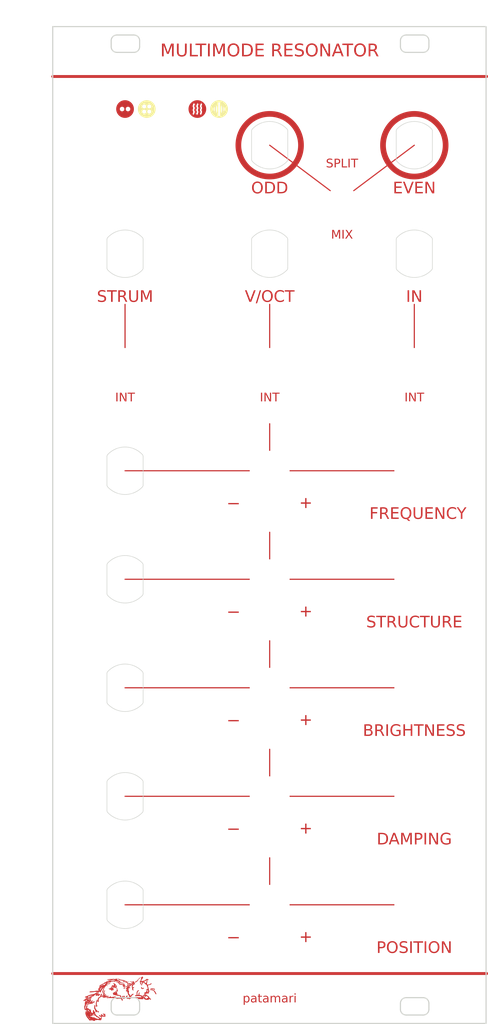
<source format=kicad_pcb>
(kicad_pcb (version 20240108) (generator "pcbnew") (generator_version "8.0")
  (layers (0 "F.Cu" signal) (31 "B.Cu" signal) (34 "B.Paste" user) (35 "F.Paste" user) (36 "B.SilkS" user "B.Silkscreen") (37 "F.SilkS" user "F.Silkscreen") (38 "B.Mask" user) (39 "F.Mask" user) (44 "Edge.Cuts" user))
  (net 0 "")
  (footprint "Library:PotMountingHole" (layer "F.Cu") (at 101.6 180.975)
    (property "Reference" "REF**" (hide yes))
    (property "Value" "PotMountingHole")
    (pad "" np_thru_hole circle (at 0 0) (size 7 7) (drill 7) (layers "F&B.Cu" "*.Mask"))
  )
  (footprint "Library:PotMountingHole" (layer "F.Cu") (at 101.6 123.825)
    (property "Reference" "REF**" (hide yes))
    (property "Value" "PotMountingHole")
    (pad "" np_thru_hole circle (at 0 0) (size 7 7) (drill 7) (layers "F&B.Cu" "*.Mask"))
  )
  (footprint "MountingHole:MountingHole_6mm" (layer "F.Cu") (at 88.9 66.675)
    (property "Reference" "REF**" (hide yes))
    (property "Value" "MountingHole_6mm" (hide yes))
    (pad "" np_thru_hole circle (at 0 0) (size 4.34 4.34) (drill 4.34) (layers "F&B.Cu" "*.Mask"))
  )
  (footprint "Library:BananaJackOutputMountingHole" (layer "F.Cu") (at 101.6 66.675)
    (property "Reference" "REF**" (hide yes))
    (property "Value" "BananaJackOutputMountingHole" (hide yes))
    (fp_circle (center 0 0) (end 5.5 0) (stroke (width 1)) (fill none) (layer "F.Cu"))
    (fp_line (start -3.174999 2.501101) (end -3.174999 -2.5063) (stroke (width 0.1)) (layer "Edge.Cuts"))
    (fp_line (start 3.175001 -2.501301) (end 3.175001 2.5063) (stroke (width 0.1)) (layer "Edge.Cuts"))
    (fp_arc (start -3.174999 -2.5063) (mid -3.140023 -2.69) (end -3.039999 -2.848) (stroke (width 0.1)) (layer "Edge.Cuts"))
    (fp_arc (start -3.039999 -2.848) (mid 0.000001 -4.165658) (end 3.040001 -2.848) (stroke (width 0.1)) (layer "Edge.Cuts"))
    (fp_arc (start -3.039999 2.848) (mid -3.140967 2.687575) (end -3.174999 2.501101) (stroke (width 0.1)) (layer "Edge.Cuts"))
    (fp_arc (start 3.040001 -2.848) (mid 3.140963 -2.687685) (end 3.175001 -2.501301) (stroke (width 0.1)) (layer "Edge.Cuts"))
    (fp_arc (start 3.040001 2.848) (mid 0.000001 4.165658) (end -3.039999 2.848) (stroke (width 0.1)) (layer "Edge.Cuts"))
    (fp_arc (start 3.175001 2.5063) (mid 3.140031 2.690002) (end 3.040001 2.848) (stroke (width 0.1)) (layer "Edge.Cuts"))
    (fp_text user "ODD" (at 0 7.62 0) (layer "F.Cu") (effects (font (size 2 2) (thickness 0.1875))))
  )
  (footprint "MountingHole:MountingHole_6mm" (layer "F.Cu") (at 76.2 66.675)
    (property "Reference" "REF**" (hide yes))
    (property "Value" "MountingHole_6mm" (hide yes))
    (pad "" np_thru_hole circle (at 0 0) (size 4.34 4.34) (drill 4.34) (layers "F&B.Cu" "*.Mask"))
  )
  (footprint "Library:PotMountingHole" (layer "F.Cu") (at 101.6 161.925)
    (property "Reference" "REF**" (hide yes))
    (property "Value" "PotMountingHole")
    (pad "" np_thru_hole circle (at 0 0) (size 7 7) (drill 7) (layers "F&B.Cu" "*.Mask"))
  )
  (footprint "Library:PotMountingHole" (layer "F.Cu") (at 127 161.925)
    (property "Reference" "REF**" (hide yes))
    (property "Value" "PotMountingHole")
    (pad "" np_thru_hole circle (at 0 0) (size 7 7) (drill 7) (layers "F&B.Cu" "*.Mask"))
  )
  (footprint "MountingHole:MountingHole_6mm" (layer "F.Cu") (at 101.6 104.775)
    (property "Reference" "REF**" (hide yes))
    (property "Value" "MountingHole_6mm" (hide yes))
    (pad "" np_thru_hole circle (at 0 0) (size 5 5) (drill 5) (layers "F&B.Cu" "*.Mask"))
  )
  (footprint "Library:BananaJackInputMountingHole" (layer "F.Cu") (at 127 85.725)
    (property "Reference" "REF**" (hide yes))
    (property "Value" "BananaJackInputMountingHole" (hide yes))
    (fp_line (start -3.174999 2.501101) (end -3.174999 -2.5063) (stroke (width 0.1)) (layer "Edge.Cuts"))
    (fp_line (start 3.175001 -2.501301) (end 3.175001 2.5063) (stroke (width 0.1)) (layer "Edge.Cuts"))
    (fp_arc (start -3.174999 -2.5063) (mid -3.140023 -2.69) (end -3.039999 -2.848) (stroke (width 0.1)) (layer "Edge.Cuts"))
    (fp_arc (start -3.039999 -2.848) (mid 0.000001 -4.165658) (end 3.040001 -2.848) (stroke (width 0.1)) (layer "Edge.Cuts"))
    (fp_arc (start -3.039999 2.848) (mid -3.140967 2.687575) (end -3.174999 2.501101) (stroke (width 0.1)) (layer "Edge.Cuts"))
    (fp_arc (start 3.040001 -2.848) (mid 3.140963 -2.687685) (end 3.175001 -2.501301) (stroke (width 0.1)) (layer "Edge.Cuts"))
    (fp_arc (start 3.040001 2.848) (mid 0.000001 4.165658) (end -3.039999 2.848) (stroke (width 0.1)) (layer "Edge.Cuts"))
    (fp_arc (start 3.175001 2.5063) (mid 3.140031 2.690002) (end 3.040001 2.848) (stroke (width 0.1)) (layer "Edge.Cuts"))
    (fp_text user "IN" (at 0 7.62 0) (layer "F.Cu") (effects (font (size 2 2) (thickness 0.1875))))
  )
  (footprint "MountingHole:MountingHole_6mm" (layer "F.Cu") (at 114.3 76.2)
    (property "Reference" "REF**" (hide yes))
    (property "Value" "MountingHole_6mm" (hide yes))
    (pad "" np_thru_hole circle (at 0 0) (size 5 5) (drill 5) (layers "F&B.Cu" "*.Mask"))
  )
  (footprint "Library:BananaJackInputMountingHole" (layer "F.Cu") (at 76.2 85.725)
    (property "Reference" "REF**" (hide yes))
    (property "Value" "BananaJackInputMountingHole" (hide yes))
    (fp_line (start -3.174999 2.501101) (end -3.174999 -2.5063) (stroke (width 0.1)) (layer "Edge.Cuts"))
    (fp_line (start 3.175001 -2.501301) (end 3.175001 2.5063) (stroke (width 0.1)) (layer "Edge.Cuts"))
    (fp_arc (start -3.174999 -2.5063) (mid -3.140023 -2.69) (end -3.039999 -2.848) (stroke (width 0.1)) (layer "Edge.Cuts"))
    (fp_arc (start -3.039999 -2.848) (mid 0.000001 -4.165658) (end 3.040001 -2.848) (stroke (width 0.1)) (layer "Edge.Cuts"))
    (fp_arc (start -3.039999 2.848) (mid -3.140967 2.687575) (end -3.174999 2.501101) (stroke (width 0.1)) (layer "Edge.Cuts"))
    (fp_arc (start 3.040001 -2.848) (mid 3.140963 -2.687685) (end 3.175001 -2.501301) (stroke (width 0.1)) (layer "Edge.Cuts"))
    (fp_arc (start 3.040001 2.848) (mid 0.000001 4.165658) (end -3.039999 2.848) (stroke (width 0.1)) (layer "Edge.Cuts"))
    (fp_arc (start 3.175001 2.5063) (mid 3.140031 2.690002) (end 3.040001 2.848) (stroke (width 0.1)) (layer "Edge.Cuts"))
    (fp_text user "STRUM" (at 0 7.62 0) (layer "F.Cu") (effects (font (size 2 2) (thickness 0.1875))))
  )
  (footprint "MountingHole:MountingHole_6mm" (layer "F.Cu") (at 76.2 104.775)
    (property "Reference" "REF**" (hide yes))
    (property "Value" "MountingHole_6mm" (hide yes))
    (pad "" np_thru_hole circle (at 0 0) (size 5 5) (drill 5) (layers "F&B.Cu" "*.Mask"))
  )
  (footprint "Library:PotMountingHole" (layer "F.Cu") (at 127 180.975)
    (property "Reference" "REF**" (hide yes))
    (property "Value" "PotMountingHole")
    (pad "" np_thru_hole circle (at 0 0) (size 7 7) (drill 7) (layers "F&B.Cu" "*.Mask"))
  )
  (footprint "MountingHole:MountingHole_6mm" (layer "F.Cu") (at 127 104.775)
    (property "Reference" "REF**" (hide yes))
    (property "Value" "MountingHole_6mm" (hide yes))
    (pad "" np_thru_hole circle (at 0 0) (size 5 5) (drill 5) (layers "F&B.Cu" "*.Mask"))
  )
  (footprint "Library:BananaJackOutputMountingHole" (layer "F.Cu") (at 127 66.675)
    (property "Reference" "REF**" (hide yes))
    (property "Value" "BananaJackOutputMountingHole" (hide yes))
    (fp_circle (center 0 0) (end 5.5 0) (stroke (width 1)) (fill none) (layer "F.Cu"))
    (fp_line (start -3.174999 2.501101) (end -3.174999 -2.5063) (stroke (width 0.1)) (layer "Edge.Cuts"))
    (fp_line (start 3.175001 -2.501301) (end 3.175001 2.5063) (stroke (width 0.1)) (layer "Edge.Cuts"))
    (fp_arc (start -3.174999 -2.5063) (mid -3.140023 -2.69) (end -3.039999 -2.848) (stroke (width 0.1)) (layer "Edge.Cuts"))
    (fp_arc (start -3.039999 -2.848) (mid 0.000001 -4.165658) (end 3.040001 -2.848) (stroke (width 0.1)) (layer "Edge.Cuts"))
    (fp_arc (start -3.039999 2.848) (mid -3.140967 2.687575) (end -3.174999 2.501101) (stroke (width 0.1)) (layer "Edge.Cuts"))
    (fp_arc (start 3.040001 -2.848) (mid 3.140963 -2.687685) (end 3.175001 -2.501301) (stroke (width 0.1)) (layer "Edge.Cuts"))
    (fp_arc (start 3.040001 2.848) (mid 0.000001 4.165658) (end -3.039999 2.848) (stroke (width 0.1)) (layer "Edge.Cuts"))
    (fp_arc (start 3.175001 2.5063) (mid 3.140031 2.690002) (end 3.040001 2.848) (stroke (width 0.1)) (layer "Edge.Cuts"))
    (fp_text user "EVEN" (at 0 7.62 0) (layer "F.Cu") (effects (font (size 2 2) (thickness 0.1875))))
  )
  (footprint "Library:PotMountingHole" (layer "F.Cu") (at 127 123.825)
    (property "Reference" "REF**" (hide yes))
    (property "Value" "PotMountingHole")
    (pad "" np_thru_hole circle (at 0 0) (size 7 7) (drill 7) (layers "F&B.Cu" "*.Mask"))
  )
  (footprint "Library:PotMountingHole" (layer "F.Cu") (at 101.6 200.025)
    (property "Reference" "REF**" (hide yes))
    (property "Value" "PotMountingHole")
    (pad "" np_thru_hole circle (at 0 0) (size 7 7) (drill 7) (layers "F&B.Cu" "*.Mask"))
  )
  (footprint "Library:BananaJackInputMountingHole" (layer "F.Cu") (at 101.6 85.725)
    (property "Reference" "REF**" (hide yes))
    (property "Value" "BananaJackInputMountingHole" (hide yes))
    (fp_line (start -3.174999 2.501101) (end -3.174999 -2.5063) (stroke (width 0.1)) (layer "Edge.Cuts"))
    (fp_line (start 3.175001 -2.501301) (end 3.175001 2.5063) (stroke (width 0.1)) (layer "Edge.Cuts"))
    (fp_arc (start -3.174999 -2.5063) (mid -3.140023 -2.69) (end -3.039999 -2.848) (stroke (width 0.1)) (layer "Edge.Cuts"))
    (fp_arc (start -3.039999 -2.848) (mid 0.000001 -4.165658) (end 3.040001 -2.848) (stroke (width 0.1)) (layer "Edge.Cuts"))
    (fp_arc (start -3.039999 2.848) (mid -3.140967 2.687575) (end -3.174999 2.501101) (stroke (width 0.1)) (layer "Edge.Cuts"))
    (fp_arc (start 3.040001 -2.848) (mid 3.140963 -2.687685) (end 3.175001 -2.501301) (stroke (width 0.1)) (layer "Edge.Cuts"))
    (fp_arc (start 3.040001 2.848) (mid 0.000001 4.165658) (end -3.039999 2.848) (stroke (width 0.1)) (layer "Edge.Cuts"))
    (fp_arc (start 3.175001 2.5063) (mid 3.140031 2.690002) (end 3.040001 2.848) (stroke (width 0.1)) (layer "Edge.Cuts"))
    (fp_text user "V/OCT" (at 0 7.62 0) (layer "F.Cu") (effects (font (size 2 2) (thickness 0.1875))))
  )
  (footprint "Library:4UMountingHole" (layer "F.Cu") (at 127 217.85)
    (property "Reference" "REF**" (hide yes))
    (property "Value" "4UMountingHole" (hide yes))
    (fp_line (start -2.4375 0.525) (end -2.4375 -0.525) (stroke (width 0.2)) (layer "Edge.Cuts"))
    (fp_line (start -1.4375 -1.525) (end 1.5625 -1.525) (stroke (width 0.2)) (layer "Edge.Cuts"))
    (fp_line (start 1.5625 1.525) (end -1.4375 1.525) (stroke (width 0.2)) (layer "Edge.Cuts"))
    (fp_line (start 2.5625 -0.525) (end 2.5625 0.525) (stroke (width 0.2)) (layer "Edge.Cuts"))
    (fp_arc (start -2.4375 -0.525) (mid -2.144607 -1.232107) (end -1.4375 -1.525) (stroke (width 0.2)) (layer "Edge.Cuts"))
    (fp_arc (start -1.4375 1.525) (mid -2.144607 1.232107) (end -2.4375 0.525) (stroke (width 0.2)) (layer "Edge.Cuts"))
    (fp_arc (start 1.5625 -1.525) (mid 2.269607 -1.232107) (end 2.5625 -0.525) (stroke (width 0.2)) (layer "Edge.Cuts"))
    (fp_arc (start 2.5625 0.525) (mid 2.269607 1.232107) (end 1.5625 1.525) (stroke (width 0.2)) (layer "Edge.Cuts"))
  )
  (footprint "Library:4UMountingHole" (layer "F.Cu") (at 76.2 217.85)
    (property "Reference" "REF**" (hide yes))
    (property "Value" "4UMountingHole" (hide yes))
    (fp_line (start -2.4375 0.525) (end -2.4375 -0.525) (stroke (width 0.2)) (layer "Edge.Cuts"))
    (fp_line (start -1.4375 -1.525) (end 1.5625 -1.525) (stroke (width 0.2)) (layer "Edge.Cuts"))
    (fp_line (start 1.5625 1.525) (end -1.4375 1.525) (stroke (width 0.2)) (layer "Edge.Cuts"))
    (fp_line (start 2.5625 -0.525) (end 2.5625 0.525) (stroke (width 0.2)) (layer "Edge.Cuts"))
    (fp_arc (start -2.4375 -0.525) (mid -2.144607 -1.232107) (end -1.4375 -1.525) (stroke (width 0.2)) (layer "Edge.Cuts"))
    (fp_arc (start -1.4375 1.525) (mid -2.144607 1.232107) (end -2.4375 0.525) (stroke (width 0.2)) (layer "Edge.Cuts"))
    (fp_arc (start 1.5625 -1.525) (mid 2.269607 -1.232107) (end 2.5625 -0.525) (stroke (width 0.2)) (layer "Edge.Cuts"))
    (fp_arc (start 2.5625 0.525) (mid 2.269607 1.232107) (end 1.5625 1.525) (stroke (width 0.2)) (layer "Edge.Cuts"))
  )
  (footprint "Library:BananaJackInputMountingHole" (layer "F.Cu") (at 76.2 123.825)
    (property "Reference" "REF**" (hide yes))
    (property "Value" "BananaJackInputMountingHole" (hide yes))
    (fp_line (start -3.174999 2.501101) (end -3.174999 -2.5063) (stroke (width 0.1)) (layer "Edge.Cuts"))
    (fp_line (start 3.175001 -2.501301) (end 3.175001 2.5063) (stroke (width 0.1)) (layer "Edge.Cuts"))
    (fp_arc (start -3.174999 -2.5063) (mid -3.140023 -2.69) (end -3.039999 -2.848) (stroke (width 0.1)) (layer "Edge.Cuts"))
    (fp_arc (start -3.039999 -2.848) (mid 0.000001 -4.165658) (end 3.040001 -2.848) (stroke (width 0.1)) (layer "Edge.Cuts"))
    (fp_arc (start -3.039999 2.848) (mid -3.140967 2.687575) (end -3.174999 2.501101) (stroke (width 0.1)) (layer "Edge.Cuts"))
    (fp_arc (start 3.040001 -2.848) (mid 3.140963 -2.687685) (end 3.175001 -2.501301) (stroke (width 0.1)) (layer "Edge.Cuts"))
    (fp_arc (start 3.040001 2.848) (mid 0.000001 4.165658) (end -3.039999 2.848) (stroke (width 0.1)) (layer "Edge.Cuts"))
    (fp_arc (start 3.175001 2.5063) (mid 3.140031 2.690002) (end 3.040001 2.848) (stroke (width 0.1)) (layer "Edge.Cuts"))
  )
  (footprint "Library:PotMountingHole" (layer "F.Cu") (at 127 142.875)
    (property "Reference" "REF**" (hide yes))
    (property "Value" "PotMountingHole")
    (pad "" np_thru_hole circle (at 0 0) (size 7 7) (drill 7) (layers "F&B.Cu" "*.Mask"))
  )
  (footprint "MountingHole:MountingHole_4mm" (layer "F.Cu") (at 88.9 73.025)
    (property "Reference" "REF**" (hide yes))
    (property "Value" "MountingHole_4mm" (hide yes))
    (pad "" np_thru_hole circle (at 0 0) (size 5 5) (drill 5) (layers "F&B.Cu" "*.Mask"))
  )
  (footprint "Library:BananaJackInputMountingHole" (layer "F.Cu") (at 76.2 200.025)
    (property "Reference" "REF**" (hide yes))
    (property "Value" "BananaJackInputMountingHole" (hide yes))
    (fp_line (start -3.174999 2.501101) (end -3.174999 -2.5063) (stroke (width 0.1)) (layer "Edge.Cuts"))
    (fp_line (start 3.175001 -2.501301) (end 3.175001 2.5063) (stroke (width 0.1)) (layer "Edge.Cuts"))
    (fp_arc (start -3.174999 -2.5063) (mid -3.140023 -2.69) (end -3.039999 -2.848) (stroke (width 0.1)) (layer "Edge.Cuts"))
    (fp_arc (start -3.039999 -2.848) (mid 0.000001 -4.165658) (end 3.040001 -2.848) (stroke (width 0.1)) (layer "Edge.Cuts"))
    (fp_arc (start -3.039999 2.848) (mid -3.140967 2.687575) (end -3.174999 2.501101) (stroke (width 0.1)) (layer "Edge.Cuts"))
    (fp_arc (start 3.040001 -2.848) (mid 3.140963 -2.687685) (end 3.175001 -2.501301) (stroke (width 0.1)) (layer "Edge.Cuts"))
    (fp_arc (start 3.040001 2.848) (mid 0.000001 4.165658) (end -3.039999 2.848) (stroke (width 0.1)) (layer "Edge.Cuts"))
    (fp_arc (start 3.175001 2.5063) (mid 3.140031 2.690002) (end 3.040001 2.848) (stroke (width 0.1)) (layer "Edge.Cuts"))
  )
  (footprint "Library:BananaJackInputMountingHole" (layer "F.Cu") (at 76.2 161.925)
    (property "Reference" "REF**" (hide yes))
    (property "Value" "BananaJackInputMountingHole" (hide yes))
    (fp_line (start -3.174999 2.501101) (end -3.174999 -2.5063) (stroke (width 0.1)) (layer "Edge.Cuts"))
    (fp_line (start 3.175001 -2.501301) (end 3.175001 2.5063) (stroke (width 0.1)) (layer "Edge.Cuts"))
    (fp_arc (start -3.174999 -2.5063) (mid -3.140023 -2.69) (end -3.039999 -2.848) (stroke (width 0.1)) (layer "Edge.Cuts"))
    (fp_arc (start -3.039999 -2.848) (mid 0.000001 -4.165658) (end 3.040001 -2.848) (stroke (width 0.1)) (layer "Edge.Cuts"))
    (fp_arc (start -3.039999 2.848) (mid -3.140967 2.687575) (end -3.174999 2.501101) (stroke (width 0.1)) (layer "Edge.Cuts"))
    (fp_arc (start 3.040001 -2.848) (mid 3.140963 -2.687685) (end 3.175001 -2.501301) (stroke (width 0.1)) (layer "Edge.Cuts"))
    (fp_arc (start 3.040001 2.848) (mid 0.000001 4.165658) (end -3.039999 2.848) (stroke (width 0.1)) (layer "Edge.Cuts"))
    (fp_arc (start 3.175001 2.5063) (mid 3.140031 2.690002) (end 3.040001 2.848) (stroke (width 0.1)) (layer "Edge.Cuts"))
  )
  (footprint "Library:PotMountingHole" (layer "F.Cu") (at 101.6 142.875)
    (property "Reference" "REF**" (hide yes))
    (property "Value" "PotMountingHole")
    (pad "" np_thru_hole circle (at 0 0) (size 7 7) (drill 7) (layers "F&B.Cu" "*.Mask"))
  )
  (footprint "Library:PotMountingHole" (layer "F.Cu") (at 127 200.025)
    (property "Reference" "REF**" (hide yes))
    (property "Value" "PotMountingHole")
    (pad "" np_thru_hole circle (at 0 0) (size 7 7) (drill 7) (layers "F&B.Cu" "*.Mask"))
  )
  (footprint "Library:BananaJackInputMountingHole" (layer "F.Cu") (at 76.2 180.975)
    (property "Reference" "REF**" (hide yes))
    (property "Value" "BananaJackInputMountingHole" (hide yes))
    (fp_line (start -3.174999 2.501101) (end -3.174999 -2.5063) (stroke (width 0.1)) (layer "Edge.Cuts"))
    (fp_line (start 3.175001 -2.501301) (end 3.175001 2.5063) (stroke (width 0.1)) (layer "Edge.Cuts"))
    (fp_arc (start -3.174999 -2.5063) (mid -3.140023 -2.69) (end -3.039999 -2.848) (stroke (width 0.1)) (layer "Edge.Cuts"))
    (fp_arc (start -3.039999 -2.848) (mid 0.000001 -4.165658) (end 3.040001 -2.848) (stroke (width 0.1)) (layer "Edge.Cuts"))
    (fp_arc (start -3.039999 2.848) (mid -3.140967 2.687575) (end -3.174999 2.501101) (stroke (width 0.1)) (layer "Edge.Cuts"))
    (fp_arc (start 3.040001 -2.848) (mid 3.140963 -2.687685) (end 3.175001 -2.501301) (stroke (width 0.1)) (layer "Edge.Cuts"))
    (fp_arc (start 3.040001 2.848) (mid 0.000001 4.165658) (end -3.039999 2.848) (stroke (width 0.1)) (layer "Edge.Cuts"))
    (fp_arc (start 3.175001 2.5063) (mid 3.140031 2.690002) (end 3.040001 2.848) (stroke (width 0.1)) (layer "Edge.Cuts"))
  )
  (footprint "Library:BananaJackInputMountingHole" (layer "F.Cu") (at 76.2 142.875)
    (property "Reference" "REF**" (hide yes))
    (property "Value" "BananaJackInputMountingHole" (hide yes))
    (fp_line (start -3.174999 2.501101) (end -3.174999 -2.5063) (stroke (width 0.1)) (layer "Edge.Cuts"))
    (fp_line (start 3.175001 -2.501301) (end 3.175001 2.5063) (stroke (width 0.1)) (layer "Edge.Cuts"))
    (fp_arc (start -3.174999 -2.5063) (mid -3.140023 -2.69) (end -3.039999 -2.848) (stroke (width 0.1)) (layer "Edge.Cuts"))
    (fp_arc (start -3.039999 -2.848) (mid 0.000001 -4.165658) (end 3.040001 -2.848) (stroke (width 0.1)) (layer "Edge.Cuts"))
    (fp_arc (start -3.039999 2.848) (mid -3.140967 2.687575) (end -3.174999 2.501101) (stroke (width 0.1)) (layer "Edge.Cuts"))
    (fp_arc (start 3.040001 -2.848) (mid 3.140963 -2.687685) (end 3.175001 -2.501301) (stroke (width 0.1)) (layer "Edge.Cuts"))
    (fp_arc (start 3.040001 2.848) (mid 0.000001 4.165658) (end -3.039999 2.848) (stroke (width 0.1)) (layer "Edge.Cuts"))
    (fp_arc (start 3.175001 2.5063) (mid 3.140031 2.690002) (end 3.040001 2.848) (stroke (width 0.1)) (layer "Edge.Cuts"))
  )
  (footprint "Library:4UMountingHole" (layer "F.Cu") (at 127 48.85)
    (property "Reference" "REF**" (hide yes))
    (property "Value" "4UMountingHole" (hide yes))
    (fp_line (start -2.4375 0.525) (end -2.4375 -0.525) (stroke (width 0.2)) (layer "Edge.Cuts"))
    (fp_line (start -1.4375 -1.525) (end 1.5625 -1.525) (stroke (width 0.2)) (layer "Edge.Cuts"))
    (fp_line (start 1.5625 1.525) (end -1.4375 1.525) (stroke (width 0.2)) (layer "Edge.Cuts"))
    (fp_line (start 2.5625 -0.525) (end 2.5625 0.525) (stroke (width 0.2)) (layer "Edge.Cuts"))
    (fp_arc (start -2.4375 -0.525) (mid -2.144607 -1.232107) (end -1.4375 -1.525) (stroke (width 0.2)) (layer "Edge.Cuts"))
    (fp_arc (start -1.4375 1.525) (mid -2.144607 1.232107) (end -2.4375 0.525) (stroke (width 0.2)) (layer "Edge.Cuts"))
    (fp_arc (start 1.5625 -1.525) (mid 2.269607 -1.232107) (end 2.5625 -0.525) (stroke (width 0.2)) (layer "Edge.Cuts"))
    (fp_arc (start 2.5625 0.525) (mid 2.269607 1.232107) (end 1.5625 1.525) (stroke (width 0.2)) (layer "Edge.Cuts"))
  )
  (footprint "MountingHole:MountingHole_4mm" (layer "F.Cu") (at 76.2 73.025)
    (property "Reference" "REF**" (hide yes))
    (property "Value" "MountingHole_4mm" (hide yes))
    (pad "" np_thru_hole circle (at 0 0) (size 5 5) (drill 5) (layers "F&B.Cu" "*.Mask"))
  )
  (footprint "Library:4UMountingHole" (layer "F.Cu") (at 76.2 48.85)
    (property "Reference" "REF**" (hide yes))
    (property "Value" "4UMountingHole" (hide yes))
    (fp_line (start -2.4375 0.525) (end -2.4375 -0.525) (stroke (width 0.2)) (layer "Edge.Cuts"))
    (fp_line (start -1.4375 -1.525) (end 1.5625 -1.525) (stroke (width 0.2)) (layer "Edge.Cuts"))
    (fp_line (start 1.5625 1.525) (end -1.4375 1.525) (stroke (width 0.2)) (layer "Edge.Cuts"))
    (fp_line (start 2.5625 -0.525) (end 2.5625 0.525) (stroke (width 0.2)) (layer "Edge.Cuts"))
    (fp_arc (start -2.4375 -0.525) (mid -2.144607 -1.232107) (end -1.4375 -1.525) (stroke (width 0.2)) (layer "Edge.Cuts"))
    (fp_arc (start -1.4375 1.525) (mid -2.144607 1.232107) (end -2.4375 0.525) (stroke (width 0.2)) (layer "Edge.Cuts"))
    (fp_arc (start 1.5625 -1.525) (mid 2.269607 -1.232107) (end 2.5625 -0.525) (stroke (width 0.2)) (layer "Edge.Cuts"))
    (fp_arc (start 2.5625 0.525) (mid 2.269607 1.232107) (end 1.5625 1.525) (stroke (width 0.2)) (layer "Edge.Cuts"))
  )
  (gr_poly (pts (xy 74.89522 214.956815) (xy 74.906619 215.097926) (xy 74.91831 215.133727) (xy 74.93 215.169528) (xy 74.911757 215.217512) (xy 74.893513 215.265495) (xy 74.871029 215.263096) (xy 74.848543 215.260696) (xy 74.808817 215.253042) (xy 74.769091 215.245393) (xy 74.752922 215.21518) (xy 74.736752 215.184967) (xy 74.726964 215.056956) (xy 74.717177 214.928945) (xy 74.781002 214.93406) (xy 74.844826 214.939176) (xy 74.852565 214.917127) (xy 74.860303 214.895078) (xy 74.731437 214.895078) (xy 74.737073 214.855391) (xy 74.74271 214.815704) (xy 74.883821 214.815704)) (stroke (width -0.000001)) (fill solid) (layer "F.Cu"))
  (gr_poly (pts (xy 78.935978 212.787722) (xy 78.966278 212.827891) (xy 78.922653 212.856475) (xy 78.879029 212.885059) (xy 78.877018 212.871423) (xy 78.875008 212.857787) (xy 78.869367 212.81072) (xy 78.863726 212.763652) (xy 78.884702 212.755603) (xy 78.905679 212.747553)) (stroke (width -0.000001)) (fill solid) (layer "F.Cu"))
  (gr_poly (pts (xy 74.848966 214.70238) (xy 74.860584 214.738987) (xy 74.854564 214.744905) (xy 74.848543 214.750822) (xy 74.786526 214.762403) (xy 74.724508 214.773984) (xy 74.711561 214.761036) (xy 74.698614 214.748089) (xy 74.698614 214.701052) (xy 74.767087 214.701052) (xy 74.777988 214.683413) (xy 74.78889 214.665774) (xy 74.837347 214.665774)) (stroke (width -0.000001)) (fill solid) (layer "F.Cu"))
  (gr_poly (pts (xy 81.020309 214.920379) (xy 81.155661 214.963338) (xy 81.246961 215.019515) (xy 81.338262 215.075693) (xy 81.404785 215.130897) (xy 81.471308 215.186101) (xy 81.471608 215.220242) (xy 81.471908 215.254384) (xy 81.541007 215.327936) (xy 81.631188 215.510055) (xy 81.721368 215.692173) (xy 81.715038 215.698503) (xy 81.708708 215.704833) (xy 81.636592 215.716365) (xy 81.564475 215.727897) (xy 81.533038 215.6455) (xy 81.501563 215.563085) (xy 81.451477 215.500059) (xy 81.401391 215.437033) (xy 81.401391 215.393411) (xy 81.356338 215.312802) (xy 81.311285 215.232193) (xy 81.24704 215.175786) (xy 81.182795 215.119378) (xy 81.091458 215.078985) (xy 81.000121 215.038592) (xy 80.905304 215.018338) (xy 80.810487 214.998084) (xy 80.739931 214.989905) (xy 80.669375 214.981725) (xy 80.629688 214.973343) (xy 80.59 214.964961) (xy 80.59 214.899192) (xy 80.629688 214.888557) (xy 80.669375 214.877921) (xy 80.777165 214.877671) (xy 80.884956 214.877421)) (stroke (width -0.000001)) (fill solid) (layer "F.Cu"))
  (gr_line (start 76.2 104.775) (end 76.2 94.615) (stroke (width 0.2)) (layer "F.Cu"))
  (gr_line (start 101.6 66.675) (end 114.3 76.2) (stroke (width 0.2)) (layer "F.Cu"))
  (gr_line (start 101.6 200.025) (end 101.6 191.77) (stroke (width 0.2)) (layer "F.Cu"))
  (gr_poly (pts (xy 78.8163 212.88264) (xy 78.826209 212.898671) (xy 78.771891 212.944376) (xy 78.717574 212.990081) (xy 78.67042 212.988689) (xy 78.623267 212.987297) (xy 78.601217 212.978397) (xy 78.579169 212.9695) (xy 78.579169 212.936644) (xy 78.636495 212.901691) (xy 78.693821 212.866738) (xy 78.750107 212.866674) (xy 78.806393 212.866609)) (stroke (width -0.000001)) (fill solid) (layer "F.Cu"))
  (gr_poly (pts (xy 75.021561 213.007975) (xy 75.060207 213.00823) (xy 75.133322 213.033707) (xy 75.206436 213.059184) (xy 75.272484 213.104006) (xy 75.338532 213.148828) (xy 75.539614 213.148828) (xy 75.561295 213.196415) (xy 75.582977 213.244002) (xy 75.59636 213.222349) (xy 75.609742 213.200696) (xy 75.784766 213.2208) (xy 75.95979 213.240905) (xy 75.976547 213.256603) (xy 75.993304 213.2723) (xy 76.042269 213.2723) (xy 76.184323 213.334758) (xy 76.326377 213.397215) (xy 76.416486 213.416408) (xy 76.506595 213.435602) (xy 76.541387 213.459785) (xy 76.57618 213.483967) (xy 76.956387 213.483967) (xy 76.956387 213.519245) (xy 76.934339 213.52179) (xy 76.91229 213.524336) (xy 76.742497 213.519937) (xy 76.572705 213.515537) (xy 76.553513 213.546591) (xy 76.683841 213.735926) (xy 76.780427 213.762988) (xy 76.877013 213.790051) (xy 77.013408 213.784331) (xy 77.11278 213.817493) (xy 77.212152 213.850656) (xy 77.520987 213.997928) (xy 77.592786 213.986675) (xy 77.591751 213.969037) (xy 77.590715 213.951398) (xy 77.54721 213.939763) (xy 77.503704 213.928128) (xy 77.503002 213.927526) (xy 77.644347 213.927526) (xy 77.705678 213.915715) (xy 77.711904 213.883176) (xy 77.71817 213.850637) (xy 77.698143 213.83061) (xy 77.678116 213.810582) (xy 77.644847 213.863204) (xy 77.644597 213.895365) (xy 77.644347 213.927526) (xy 77.503002 213.927526) (xy 77.354652 213.800543) (xy 77.332811 213.808925) (xy 77.31097 213.817306) (xy 77.299179 213.780155) (xy 77.287388 213.743004) (xy 77.329144 213.711009) (xy 77.370901 213.679015) (xy 77.441457 213.654649) (xy 77.512013 213.630284) (xy 77.547291 213.64408) (xy 77.582569 213.657877) (xy 77.604617 213.659117) (xy 77.626666 213.660356) (xy 77.626666 213.612908) (xy 77.592045 213.581576) (xy 77.557424 213.550245) (xy 77.498722 213.572771) (xy 77.476354 213.554206) (xy 77.453984 213.535641) (xy 77.326418 213.562239) (xy 77.198853 213.588837) (xy 77.121138 213.527707) (xy 77.128428 213.505837) (xy 77.135718 213.483968) (xy 77.056343 213.483968) (xy 77.063693 213.477357) (xy 77.071042 213.470746) (xy 77.176875 213.459937) (xy 77.282708 213.449127) (xy 77.243021 213.469243) (xy 77.203333 213.48936) (xy 77.203333 213.522049) (xy 77.257679 213.510113) (xy 77.312025 213.498177) (xy 77.41202 213.481701) (xy 77.512014 213.465226) (xy 77.542535 213.464656) (xy 77.573055 213.464085) (xy 77.583223 213.447633) (xy 77.593391 213.431181) (xy 77.644431 213.457575) (xy 77.69547 213.483969) (xy 77.751011 213.483969) (xy 77.781367 213.563343) (xy 77.819338 213.59755) (xy 77.857308 213.631757) (xy 77.835009 213.733283) (xy 77.888519 213.792649) (xy 77.916086 213.872024) (xy 77.943653 213.951399) (xy 77.944154 213.998633) (xy 77.871596 213.988484) (xy 77.799037 213.978335) (xy 77.737818 214.044243) (xy 77.676599 214.11015) (xy 77.612251 214.176913) (xy 77.547901 214.243675) (xy 77.542462 214.370941) (xy 77.537023 214.498206) (xy 77.553801 214.523151) (xy 77.570579 214.548096) (xy 77.626428 214.501102) (xy 77.682276 214.454109) (xy 77.711791 214.454358) (xy 77.741306 214.454608) (xy 77.76752 214.471183) (xy 77.793733 214.487757) (xy 77.701991 214.619721) (xy 77.61025 214.751685) (xy 77.598095 214.800116) (xy 77.58594 214.848547) (xy 77.652452 214.904387) (xy 77.718964 214.960227) (xy 77.698647 214.998189) (xy 77.67833 215.036152) (xy 77.57625 215.036152) (xy 77.513271 214.97678) (xy 77.450279 214.917372) (xy 77.450264 214.804801) (xy 77.45025 214.692231) (xy 77.422081 214.55994) (xy 77.393912 214.427648) (xy 77.403892 214.291107) (xy 77.413871 214.154567) (xy 77.357109 214.125487) (xy 77.300348 214.096406) (xy 77.291528 214.082928) (xy 77.282709 214.069451) (xy 77.176875 214.030895) (xy 77.071043 213.99234) (xy 77.017093 213.978898) (xy 76.963143 213.965456) (xy 76.915158 213.934015) (xy 76.867172 213.902574) (xy 76.753368 213.896919) (xy 76.639563 213.891264) (xy 76.603948 213.872203) (xy 76.568334 213.853143) (xy 76.568334 213.801569) (xy 76.505432 213.731943) (xy 76.442529 213.662318) (xy 76.373351 213.665076) (xy 76.304174 213.667835) (xy 76.283543 213.647204) (xy 76.262912 213.626573) (xy 76.287741 213.596392) (xy 76.31257 213.566211) (xy 76.250833 213.582255) (xy 76.189098 213.5983) (xy 76.047987 213.597193) (xy 75.906875 213.596086) (xy 75.849549 213.566031) (xy 75.792223 213.535977) (xy 75.792223 213.484638) (xy 75.883553 213.461716) (xy 75.956951 213.48607) (xy 76.030348 213.510425) (xy 76.233194 213.51032) (xy 76.436042 213.510215) (xy 76.468028 213.497217) (xy 76.500014 213.48422) (xy 76.489035 213.466456) (xy 76.478057 213.448693) (xy 76.057504 213.448693) (xy 75.946912 213.406293) (xy 75.836319 213.363892) (xy 75.748124 213.346306) (xy 75.659931 213.328719) (xy 75.536458 213.299595) (xy 75.412986 213.270471) (xy 75.325655 213.25121) (xy 75.238325 213.231948) (xy 75.052862 213.149927) (xy 75.025214 213.096463) (xy 74.997566 213.042998) (xy 74.961112 213.042998) (xy 74.972014 213.025359) (xy 74.982915 213.00772)) (stroke (width -0.000001)) (fill solid) (layer "F.Cu"))
  (gr_poly (pts (xy 72.671004 215.047635) (xy 72.68692 215.063551) (xy 72.635962 215.195392) (xy 72.585003 215.327233) (xy 72.547943 215.450705) (xy 72.510882 215.574177) (xy 72.511959 215.618274) (xy 72.513036 215.662371) (xy 72.555541 215.580769) (xy 72.598045 215.499168) (xy 72.625275 215.488719) (xy 72.652505 215.47827) (xy 72.652505 215.571076) (xy 72.623846 215.66964) (xy 72.595187 215.768205) (xy 72.576578 215.808248) (xy 72.557968 215.848292) (xy 72.579263 215.869588) (xy 72.600559 215.890883) (xy 72.661324 215.853088) (xy 72.696602 215.799545) (xy 72.73188 215.746) (xy 72.749518 215.719061) (xy 72.767158 215.692121) (xy 72.806845 215.680467) (xy 72.846533 215.668813) (xy 72.846533 215.762269) (xy 72.784797 215.867606) (xy 72.72306 215.972942) (xy 72.72306 216.017226) (xy 72.697163 216.051466) (xy 72.671266 216.085705) (xy 72.670704 216.109913) (xy 72.670144 216.134122) (xy 72.697619 216.11132) (xy 72.725094 216.088517) (xy 72.768197 216.014967) (xy 72.811301 215.941416) (xy 72.856205 215.920956) (xy 72.901109 215.900497) (xy 72.970005 215.900497) (xy 72.970005 215.94812) (xy 72.917088 216.021169) (xy 72.864171 216.094218) (xy 72.864171 216.112163) (xy 72.905491 216.112163) (xy 72.961185 216.064932) (xy 73.059588 216.03494) (xy 73.157991 216.004947) (xy 73.231567 216.016712) (xy 73.305144 216.028477) (xy 73.305144 216.128561) (xy 73.274276 216.144293) (xy 73.243408 216.160026) (xy 73.128755 216.181557) (xy 73.014102 216.203088) (xy 72.958016 216.235673) (xy 72.901931 216.268259) (xy 72.833014 216.250236) (xy 72.774209 216.280646) (xy 72.715403 216.311055) (xy 72.564892 216.319601) (xy 72.41438 216.328146) (xy 72.326185 216.279711) (xy 72.237991 216.231276) (xy 72.221651 216.216232) (xy 72.205311 216.201189) (xy 72.239242 216.163695) (xy 72.273174 216.126201) (xy 72.348187 216.136482) (xy 72.423199 216.146764) (xy 72.423199 216.117628) (xy 72.39094 216.088438) (xy 72.358683 216.059246) (xy 72.330623 216.059246) (xy 72.188051 216.123619) (xy 72.045479 216.187992) (xy 71.994651 216.158821) (xy 71.943823 216.12965) (xy 71.927746 216.139586) (xy 71.911669 216.149522) (xy 71.911669 216.227785) (xy 71.883622 216.267827) (xy 71.855576 216.30787) (xy 71.817476 216.30262) (xy 71.779377 216.29737) (xy 71.773896 216.344839) (xy 71.768415 216.392309) (xy 71.713018 216.397756) (xy 71.657621 216.403204) (xy 71.621485 216.46494) (xy 71.58535 216.526676) (xy 71.575561 216.776487) (xy 71.565773 217.026298) (xy 71.542533 217.0543) (xy 71.519294 217.082302) (xy 71.439327 217.082302) (xy 71.399501 217.050052) (xy 71.359675 217.017802) (xy 71.388016 216.92217) (xy 71.416358 216.826537) (xy 71.422156 216.657718) (xy 71.427954 216.488898) (xy 71.462555 216.435163) (xy 71.497155 216.381428) (xy 71.554798 216.316376) (xy 71.61244 216.251326) (xy 71.759353 216.226247) (xy 71.784154 216.133511) (xy 71.894997 215.919064) (xy 72.00584 215.704616) (xy 72.055732 215.66909) (xy 72.105624 215.633563) (xy 72.154168 215.639148) (xy 72.202711 215.644733) (xy 72.198241 215.685935) (xy 72.193771 215.727138) (xy 72.134292 215.800588) (xy 72.074813 215.874038) (xy 72.016061 215.989727) (xy 72.025788 216.005464) (xy 72.035514 216.021201) (xy 72.145571 215.976752) (xy 72.255628 215.932303) (xy 72.334982 215.910842) (xy 72.414337 215.889382) (xy 72.420579 215.856966) (xy 72.426822 215.824552) (xy 72.398551 215.80873) (xy 72.370281 215.792909) (xy 72.370501 215.718821) (xy 72.37072 215.644732) (xy 72.414109 215.487885) (xy 72.457498 215.331037) (xy 72.510904 215.216911) (xy 72.56431 215.102786) (xy 72.56431 215.054502) (xy 72.609698 215.04311) (xy 72.655087 215.031719)) (stroke (width -0.000001)) (fill solid) (layer "F.Cu"))
  (gr_line (start 101.6 142.875) (end 101.6 134.62) (stroke (width 0.2)) (layer "F.Cu"))
  (gr_poly (pts (xy 81.059135 214.700236) (xy 81.163268 214.718398) (xy 81.242642 214.727784) (xy 81.322017 214.737171) (xy 81.350384 214.745965) (xy 81.378752 214.754758) (xy 81.409962 214.82397) (xy 81.441172 214.893182) (xy 81.430655 214.920589) (xy 81.420138 214.947996) (xy 81.397535 214.946171) (xy 81.374933 214.944346) (xy 81.308785 214.926781) (xy 81.24264 214.909213) (xy 81.24055 214.880098) (xy 81.238461 214.850982) (xy 81.241326 214.828933) (xy 81.24419 214.806885) (xy 81.209448 214.806885) (xy 81.197409 214.826362) (xy 81.185372 214.845841) (xy 81.068487 214.834639) (xy 80.951602 214.823437) (xy 80.843185 214.807939) (xy 80.734768 214.792441) (xy 80.6966 214.772014) (xy 80.658431 214.751588) (xy 80.6641 214.72191) (xy 80.669769 214.692232) (xy 80.812385 214.687152) (xy 80.955001 214.682073)) (stroke (width -0.000001)) (fill solid) (layer "F.Cu"))
  (gr_line (start 76.2 142.875) (end 127 142.875) (stroke (width 0.2)) (layer "F.Cu"))
  (gr_line (start 76.2 200.025) (end 127 200.025) (stroke (width 0.2)) (layer "F.Cu"))
  (gr_poly (pts (xy 70.965001 217.808787) (xy 70.954343 218.008341) (xy 70.957268 218.075648) (xy 70.960192 218.142954) (xy 71.042066 218.272924) (xy 71.093222 218.382983) (xy 71.144378 218.493043) (xy 71.285489 218.493442) (xy 71.290348 218.564291) (xy 71.295208 218.635141) (xy 71.277761 218.667741) (xy 71.260315 218.70034) (xy 71.281086 218.75537) (xy 71.301857 218.810399) (xy 71.284854 218.826833) (xy 71.26785 218.843267) (xy 71.188475 218.852144) (xy 71.1091 218.861021) (xy 71.08034 218.852728) (xy 71.05158 218.844415) (xy 71.014194 218.746719) (xy 70.976808 218.649023) (xy 70.976808 218.581478) (xy 70.94153 218.515657) (xy 70.906252 218.449837) (xy 70.906252 218.406985) (xy 70.854398 218.330151) (xy 70.802543 218.253316) (xy 70.791454 218.166106) (xy 70.780364 218.078897) (xy 70.798151 217.894904) (xy 70.815939 217.710912) (xy 70.849611 217.665599) (xy 70.883283 217.620286) (xy 70.929471 217.61476) (xy 70.975659 217.609234)) (stroke (width -0.000001)) (fill solid) (layer "F.Cu"))
  (gr_line (start 63.5 54.61) (end 139.7 54.61) (stroke (width 0.5)) (layer "F.Cu"))
  (gr_poly (pts (xy 79.213149 214.630788) (xy 79.256171 214.65039) (xy 79.299193 214.669992) (xy 79.33998 214.641424) (xy 79.380766 214.612856) (xy 79.49207 214.612856) (xy 79.514028 214.639314) (xy 79.535987 214.665772) (xy 79.516045 214.689801) (xy 79.496103 214.713829) (xy 79.406423 214.760356) (xy 79.316744 214.806884) (xy 79.269866 214.806194) (xy 79.222986 214.805504) (xy 79.170071 214.781884) (xy 79.117154 214.758264) (xy 79.066341 214.704237) (xy 79.015528 214.65021) (xy 79.013423 214.583026) (xy 79.011318 214.515842) (xy 79.075174 214.510504) (xy 79.13903 214.505166)) (stroke (width -0.000001)) (fill solid) (layer "F.Cu"))
  (gr_poly (pts (xy 71.528023 218.729327) (xy 71.611808 218.807082) (xy 71.611808 218.861823) (xy 71.572605 218.889281) (xy 71.533403 218.91674) (xy 71.50646 218.915645) (xy 71.479516 218.91455) (xy 71.42195 218.875962) (xy 71.364384 218.83737) (xy 71.349746 218.784454) (xy 71.335109 218.731537) (xy 71.347479 218.696258) (xy 71.35985 218.660981) (xy 71.402044 218.656276) (xy 71.444239 218.651571)) (stroke (width -0.000001)) (fill solid) (layer "F.Cu"))
  (gr_poly (pts (xy 74.606009 215.115753) (xy 74.636876 215.121662) (xy 74.650451 215.123012) (xy 74.664025 215.124362) (xy 74.650033 215.203737) (xy 74.665243 215.244257) (xy 74.680453 215.284778) (xy 74.711582 215.279535) (xy 74.74271 215.274292) (xy 74.748025 215.347033) (xy 74.753341 215.419774) (xy 74.796532 215.460351) (xy 74.839724 215.500927) (xy 74.839724 215.563252) (xy 74.822037 215.574182) (xy 74.804351 215.585113) (xy 74.822037 215.61816) (xy 74.839724 215.651209) (xy 74.839724 215.789276) (xy 74.994064 215.82619) (xy 75.148404 215.863105) (xy 75.263058 215.881553) (xy 75.37771 215.9) (xy 75.473311 216.015126) (xy 75.493326 216.068043) (xy 75.513339 216.120959) (xy 75.541223 216.188026) (xy 75.569106 216.255092) (xy 75.703104 216.12188) (xy 75.837101 215.988668) (xy 75.911922 215.988668) (xy 75.933335 216.044469) (xy 75.933335 216.07721) (xy 75.809863 216.210375) (xy 75.68639 216.34354) (xy 75.68639 216.421789) (xy 75.713519 216.460521) (xy 75.740647 216.499251) (xy 75.728883 216.587931) (xy 75.71712 216.676611) (xy 75.772311 216.665573) (xy 75.827501 216.654535) (xy 75.827501 216.762217) (xy 75.781026 216.798775) (xy 75.73455 216.835332) (xy 75.637754 216.835332) (xy 75.619409 216.786849) (xy 75.601064 216.738342) (xy 75.570871 216.654808) (xy 75.540679 216.571274) (xy 75.520931 216.555475) (xy 75.501183 216.539676) (xy 75.430628 216.526816) (xy 75.360072 216.513957) (xy 75.2366 216.511702) (xy 75.113128 216.509447) (xy 74.931312 216.533272) (xy 74.749496 216.557098) (xy 74.726622 216.525816) (xy 74.703747 216.494533) (xy 74.478128 216.467137) (xy 74.395512 216.430455) (xy 74.312897 216.393773) (xy 73.760512 216.391733) (xy 73.208127 216.389693) (xy 73.104178 216.402222) (xy 73.000228 216.414751) (xy 72.985385 216.391339) (xy 72.970543 216.367927) (xy 72.970273 216.329641) (xy 72.970003 216.291355) (xy 73.018509 216.281737) (xy 73.067016 216.272119) (xy 73.128752 216.263116) (xy 73.190488 216.254113) (xy 73.313961 216.243891) (xy 73.437433 216.233669) (xy 73.479008 216.203783) (xy 73.520584 216.173897) (xy 73.584842 216.134501) (xy 73.649099 216.095103) (xy 73.691041 216.094804) (xy 73.732982 216.094504) (xy 73.710418 216.235615) (xy 73.74356 216.235615) (xy 74.019515 216.197954) (xy 74.095429 216.172575) (xy 74.171343 216.147195) (xy 74.205672 216.165568) (xy 74.240001 216.18394) (xy 74.240001 216.218883) (xy 74.28855 216.193777) (xy 74.337098 216.168672) (xy 74.370658 216.131589) (xy 74.404218 216.094504) (xy 74.503343 216.094504) (xy 74.520604 216.126758) (xy 74.537865 216.159011) (xy 74.469306 216.271748) (xy 74.469306 216.288534) (xy 74.506013 216.288534) (xy 74.554757 216.252495) (xy 74.603503 216.216456) (xy 74.67652 216.228132) (xy 74.749538 216.239808) (xy 74.767984 216.292721) (xy 74.78643 216.345635) (xy 74.835125 216.333684) (xy 74.88382 216.321732) (xy 74.989654 216.312138) (xy 75.095486 216.302545) (xy 75.12371 216.266842) (xy 75.151934 216.231139) (xy 75.254537 216.228969) (xy 75.35714 216.226799) (xy 75.364473 216.204783) (xy 75.371807 216.182767) (xy 75.33617 216.125108) (xy 75.300535 216.067447) (xy 75.256323 216.025912) (xy 75.212111 215.984377) (xy 75.152379 215.995583) (xy 75.092647 216.006789) (xy 74.955092 215.987657) (xy 74.817537 215.968525) (xy 74.798644 215.987418) (xy 74.77975 216.006312) (xy 74.736172 216.006312) (xy 74.713971 215.944915) (xy 74.691769 215.883517) (xy 74.620225 215.894557) (xy 74.548681 215.905598) (xy 74.504745 215.921856) (xy 74.460809 215.938114) (xy 74.424708 215.892838) (xy 74.388606 215.847562) (xy 74.336352 215.848122) (xy 74.284098 215.848682) (xy 74.249858 215.87458) (xy 74.215619 215.900477) (xy 74.149956 215.900477) (xy 74.153673 215.797477) (xy 74.15739 215.694477) (xy 74.144738 215.674004) (xy 74.132085 215.653532) (xy 74.063611 215.653532) (xy 74.063611 215.516741) (xy 74.091681 215.493445) (xy 74.11975 215.470149) (xy 74.179541 215.474174) (xy 74.239331 215.478199) (xy 74.229111 215.4271) (xy 74.218892 215.376001) (xy 74.265536 215.364295) (xy 74.312179 215.352588) (xy 74.329007 215.362988) (xy 74.345835 215.373388) (xy 74.345835 215.424222) (xy 74.374337 215.424222) (xy 74.390954 215.350816) (xy 74.40757 215.277411) (xy 74.437593 215.258836) (xy 74.467615 215.240262) (xy 74.480288 215.252934) (xy 74.49296 215.265608) (xy 74.490525 215.358144) (xy 74.488089 215.450681) (xy 74.497606 215.481805) (xy 74.507124 215.512929) (xy 74.537094 215.494407) (xy 74.550059 215.37553) (xy 74.563023 215.256653) (xy 74.567241 215.194917) (xy 74.571459 215.13318) (xy 74.5733 215.121512) (xy 74.57514 215.109844)) (stroke (width -0.000001)) (fill solid) (layer "F.Cu"))
  (gr_line (start 127 94.615) (end 127 104.775) (stroke (width 0.2)) (layer "F.Cu"))
  (gr_line (start 127 66.675) (end 114.3 76.2) (stroke (width 0.2)) (layer "F.Cu"))
  (gr_poly (pts (xy 72.442077 219.146343) (xy 72.555488 219.163334) (xy 72.656912 219.18356) (xy 72.758335 219.203788) (xy 72.758335 219.235996) (xy 72.70258 219.343814) (xy 72.758335 219.514275) (xy 72.758335 219.617979) (xy 72.731619 219.640152) (xy 72.704903 219.662323) (xy 72.586098 219.670768) (xy 72.467293 219.679213) (xy 72.354009 219.633116) (xy 72.240725 219.58702) (xy 72.21153 219.58702) (xy 72.21153 219.728132) (xy 72.145384 219.725487) (xy 72.079238 219.722842) (xy 72.026322 219.715833) (xy 71.973405 219.708818) (xy 71.846939 219.64808) (xy 71.720474 219.587343) (xy 71.666141 219.521427) (xy 71.611808 219.455513) (xy 71.611808 219.427516) (xy 71.657212 219.406829) (xy 71.702616 219.386141) (xy 71.736348 219.407207) (xy 71.770079 219.428273) (xy 71.834964 219.428273) (xy 71.876391 219.47237) (xy 71.917819 219.516467) (xy 71.964586 219.516467) (xy 71.964586 219.551744) (xy 72.035141 219.551744) (xy 72.035141 219.515061) (xy 71.999864 219.445911) (xy 71.964586 219.37676) (xy 71.964586 219.284841) (xy 72.001105 219.216606) (xy 72.105697 219.216606) (xy 72.105697 219.28694) (xy 72.178899 219.339967) (xy 72.252101 219.392994) (xy 72.297972 219.392994) (xy 72.312077 219.415193) (xy 72.326183 219.43739) (xy 72.414377 219.468196) (xy 72.502572 219.499002) (xy 72.542259 219.498902) (xy 72.581947 219.498802) (xy 72.581386 219.476754) (xy 72.580825 219.454705) (xy 72.557393 219.423838) (xy 72.533961 219.392995) (xy 72.497526 219.392995) (xy 72.48821 219.368717) (xy 72.478894 219.344438) (xy 72.428996 219.350444) (xy 72.379099 219.35645) (xy 72.409968 219.346971) (xy 72.440835 219.337492) (xy 72.440835 219.302816) (xy 72.36146 219.267705) (xy 72.282085 219.232594) (xy 72.282085 219.168009) (xy 72.305375 219.14868) (xy 72.328665 219.129351)) (stroke (width -0.000001)) (fill solid) (layer "F.Cu"))
  (gr_poly (pts (xy 78.685002 213.059705) (xy 78.530869 213.213837) (xy 78.506123 213.223333) (xy 78.481376 213.23283) (xy 78.473165 213.332061) (xy 78.451203 213.346211) (xy 78.42924 213.360361) (xy 78.393962 213.356018) (xy 78.358684 213.351676) (xy 78.364243 213.409162) (xy 78.369804 213.466649) (xy 78.313962 213.497357) (xy 78.25812 213.528064) (xy 78.16349 213.583737) (xy 78.06886 213.639411) (xy 77.999506 213.651128) (xy 77.930152 213.662845) (xy 77.917754 213.642789) (xy 77.905358 213.622732) (xy 77.911534 213.617312) (xy 77.91771 213.611893) (xy 78.002567 213.539111) (xy 78.087424 213.466329) (xy 78.156418 213.466329) (xy 78.272191 213.356085) (xy 78.387964 213.245842) (xy 78.404079 213.205302) (xy 78.420194 213.164761) (xy 78.535071 213.112014) (xy 78.595006 213.068685) (xy 78.654941 213.025356) (xy 78.685002 213.025356)) (stroke (width -0.000001)) (fill solid) (layer "F.Cu"))
  (gr_poly (pts (xy 79.372936 212.728666) (xy 79.372936 212.812484) (xy 79.333248 212.833383) (xy 79.293561 212.854283) (xy 79.281489 212.872861) (xy 79.269416 212.891438) (xy 79.279243 212.94057) (xy 79.289069 212.989701) (xy 79.259289 213.035152) (xy 79.229508 213.080602) (xy 79.17775 213.069234) (xy 79.125992 213.057866) (xy 79.125992 213.167615) (xy 79.08962 213.275584) (xy 79.053247 213.383553) (xy 79.073805 213.396259) (xy 79.094364 213.408964) (xy 79.185143 213.419808) (xy 79.275923 213.430651) (xy 79.331622 213.364722) (xy 79.387321 213.298793) (xy 79.429772 213.33848) (xy 79.472223 213.378168) (xy 79.522865 213.378038) (xy 79.584602 213.341139) (xy 79.646338 213.30424) (xy 79.685037 213.263666) (xy 79.723734 213.223093) (xy 79.808508 213.191808) (xy 79.893282 213.160524) (xy 79.924764 213.133765) (xy 79.956247 213.107006) (xy 79.977847 213.061789) (xy 79.999446 213.016572) (xy 80.038179 213.011039) (xy 80.076913 213.005506) (xy 80.10808 213.041907) (xy 80.139248 213.078308) (xy 80.247031 213.078308) (xy 80.286233 213.105766) (xy 80.325436 213.133225) (xy 80.325436 213.20358) (xy 80.26811 213.22746) (xy 80.210784 213.251339) (xy 80.122589 213.264062) (xy 80.034395 213.276786) (xy 80.016756 213.289974) (xy 79.999117 213.303163) (xy 79.916646 213.315092) (xy 79.834175 213.32702) (xy 79.773059 213.374643) (xy 79.711944 213.422266) (xy 79.630634 213.470339) (xy 79.549325 213.518411) (xy 79.549325 213.565405) (xy 79.624291 213.621176) (xy 79.699256 213.676946) (xy 79.7439 213.713326) (xy 79.788544 213.749706) (xy 79.838387 213.753555) (xy 79.888231 213.757405) (xy 79.921375 213.713307) (xy 79.954521 213.66921) (xy 79.960866 213.545738) (xy 79.967211 213.422266) (xy 79.980551 213.427559) (xy 79.99389 213.432852) (xy 80.022962 213.374642) (xy 80.052033 213.316432) (xy 80.093826 213.31052) (xy 80.135619 213.304608) (xy 80.124133 213.372256) (xy 80.112647 213.439905) (xy 80.079984 213.66921) (xy 80.062367 213.748585) (xy 80.04475 213.82796) (xy 80.043211 213.907233) (xy 80.173226 214.051145) (xy 80.236101 214.040112) (xy 80.298976 214.029079) (xy 80.37835 214.005584) (xy 80.457725 213.982089) (xy 80.532301 213.96176) (xy 80.606877 213.941431) (xy 80.687714 213.871466) (xy 80.768551 213.801502) (xy 80.798799 213.801502) (xy 80.826699 213.812209) (xy 80.8546 213.822915) (xy 80.8542 213.880878) (xy 80.783618 213.954677) (xy 80.713037 214.028476) (xy 80.475344 214.098292) (xy 80.402742 214.117467) (xy 80.33014 214.136642) (xy 80.240924 214.136642) (xy 80.233106 214.202788) (xy 80.225289 214.268933) (xy 80.198355 214.330179) (xy 80.242848 214.347094) (xy 80.28734 214.36401) (xy 80.277371 214.404666) (xy 80.267402 214.445321) (xy 80.25015 214.46737) (xy 80.2329 214.489419) (xy 80.195372 214.489979) (xy 80.157845 214.490539) (xy 80.192082 214.516435) (xy 80.22632 214.542331) (xy 80.23759 214.524096) (xy 80.24886 214.505861) (xy 80.276492 214.516464) (xy 80.304125 214.527068) (xy 80.318229 214.609666) (xy 80.332334 214.692264) (xy 80.328234 214.74518) (xy 80.324133 214.798097) (xy 80.360051 214.867972) (xy 80.395969 214.937848) (xy 80.395969 214.979453) (xy 80.43086 215.056344) (xy 80.46575 215.133236) (xy 80.46615 215.19675) (xy 80.46655 215.260263) (xy 80.448407 215.312306) (xy 80.430264 215.36435) (xy 80.376149 215.396317) (xy 80.322034 215.428283) (xy 80.334007 215.508127) (xy 80.34598 215.587972) (xy 80.32248 215.602869) (xy 80.29898 215.617766) (xy 80.165003 215.618266) (xy 80.124584 215.574654) (xy 80.084165 215.531041) (xy 80.033933 215.583473) (xy 79.983699 215.635906) (xy 79.81823 215.635906) (xy 79.800468 215.657954) (xy 79.782707 215.680003) (xy 79.770445 215.737344) (xy 79.758184 215.794684) (xy 79.782789 215.804126) (xy 79.807394 215.813568) (xy 79.85034 215.797199) (xy 79.893286 215.780831) (xy 79.959432 215.817449) (xy 80.025577 215.854068) (xy 80.025577 215.918137) (xy 80.115203 215.96664) (xy 80.20483 216.015141) (xy 80.266682 216.062952) (xy 80.328534 216.110761) (xy 80.360466 216.120896) (xy 80.392398 216.13103) (xy 80.431495 216.227357) (xy 80.470592 216.323685) (xy 80.543537 216.395469) (xy 80.616481 216.467253) (xy 80.692 216.512191) (xy 80.767519 216.557128) (xy 80.744455 216.632502) (xy 80.726815 216.65455) (xy 80.709175 216.676598) (xy 80.645642 216.676598) (xy 80.564762 216.614862) (xy 80.483884 216.553126) (xy 80.470795 216.553126) (xy 80.368575 216.6325) (xy 80.266357 216.711875) (xy 80.168016 216.70889) (xy 80.069676 216.705906) (xy 79.928543 216.695386) (xy 79.787432 216.684858) (xy 79.602858 216.588139) (xy 79.572555 216.54189) (xy 79.542252 216.495641) (xy 79.53255 216.424203) (xy 79.522849 216.352766) (xy 79.471444 216.339047) (xy 79.420039 216.325329) (xy 79.406171 216.3339) (xy 79.392302 216.34247) (xy 79.436703 216.407898) (xy 79.481104 216.473326) (xy 79.404962 216.54029) (xy 79.328822 216.607255) (xy 79.249447 216.596437) (xy 79.170072 216.585619) (xy 79.099516 216.589844) (xy 79.028961 216.59407) (xy 78.984863 216.591945) (xy 78.940766 216.58982) (xy 78.865238 216.578387) (xy 78.789709 216.566954) (xy 78.735822 216.589275) (xy 78.681935 216.611596) (xy 78.643781 216.566596) (xy 78.605627 216.521597) (xy 78.433013 216.500195) (xy 78.358087 216.450566) (xy 78.283161 216.400937) (xy 78.182715 216.37684) (xy 78.082269 216.352743) (xy 77.920614 216.384475) (xy 77.758959 216.416206) (xy 77.554363 216.40966) (xy 77.349768 216.403114) (xy 77.321421 216.379589) (xy 77.293075 216.356063) (xy 77.274663 216.367442) (xy 77.256252 216.378822) (xy 77.256252 216.444775) (xy 77.200815 216.500212) (xy 77.116744 216.500212) (xy 77.028549 216.588406) (xy 76.891233 216.588406) (xy 76.850557 216.553129) (xy 76.809882 216.51785) (xy 76.782693 216.51785) (xy 76.696063 216.537847) (xy 76.609435 216.557844) (xy 76.558016 216.533231) (xy 76.506599 216.508617) (xy 76.486749 216.447088) (xy 76.466899 216.385559) (xy 76.425013 216.379459) (xy 76.383127 216.37336) (xy 76.361078 216.355251) (xy 76.33903 216.337143) (xy 76.33903 216.218704) (xy 76.366477 216.150106) (xy 76.393925 216.081508) (xy 76.573084 215.935768) (xy 76.643301 215.935768) (xy 76.62143 216.045119) (xy 76.566298 216.114729) (xy 76.511166 216.184339) (xy 76.529622 216.202795) (xy 76.564281 216.18115) (xy 76.59894 216.159505) (xy 76.656529 216.181604) (xy 76.656529 216.409935) (xy 76.672184 216.41961) (xy 76.687839 216.429285) (xy 76.770562 216.332456) (xy 76.853285 216.235628) (xy 76.900954 216.235628) (xy 76.956391 216.291064) (xy 76.956391 216.412017) (xy 77.004129 216.412017) (xy 76.995233 216.319412) (xy 76.986337 216.226808) (xy 76.964507 216.209169) (xy 76.942678 216.19153) (xy 76.89622 215.949464) (xy 76.851341 215.920974) (xy 76.806462 215.892484) (xy 76.780543 215.856391) (xy 76.780293 215.817964) (xy 76.780042 215.779536) (xy 76.75637 215.755863) (xy 76.732697 215.732191) (xy 76.712273 215.694027) (xy 76.691848 215.655863) (xy 76.691348 215.574169) (xy 76.662469 215.494794) (xy 76.63359 215.415419) (xy 76.623038 215.345401) (xy 76.612486 215.275383) (xy 76.504431 215.230315) (xy 76.396376 215.185246) (xy 76.368718 215.162291) (xy 76.34106 215.139337) (xy 76.360235 215.097253) (xy 76.37941 215.055168) (xy 76.447441 215.010147) (xy 76.515472 214.965126) (xy 76.515472 214.937092) (xy 76.493424 214.909894) (xy 76.471375 214.882696) (xy 76.405229 214.833874) (xy 76.339083 214.785051) (xy 76.339083 214.707628) (xy 76.400385 214.683575) (xy 76.461687 214.659522) (xy 76.518242 214.601172) (xy 76.574797 214.542822) (xy 76.564331 214.532356) (xy 76.553866 214.52189) (xy 76.508939 214.51696) (xy 76.464012 214.51203) (xy 76.418106 214.481951) (xy 76.372201 214.451873) (xy 76.377691 214.4133) (xy 76.382157 214.381922) (xy 76.548299 214.381922) (xy 76.606823 214.398784) (xy 76.665348 214.415647) (xy 76.682987 214.416967) (xy 76.700626 214.418287) (xy 76.726937 214.401653) (xy 76.753248 214.385019) (xy 76.734075 214.365846) (xy 76.714903 214.346674) (xy 76.639106 214.343064) (xy 76.56331 214.339454) (xy 76.555805 214.360688) (xy 76.548299 214.381922) (xy 76.382157 214.381922) (xy 76.383181 214.374727) (xy 76.444918 214.354815) (xy 76.506654 214.334902) (xy 76.515571 214.284259) (xy 76.524487 214.233616) (xy 76.619187 214.228208) (xy 76.713887 214.222801) (xy 76.826533 214.267896) (xy 76.939179 214.312991) (xy 77.024482 214.312991) (xy 77.053139 214.341649) (xy 77.081796 214.370305) (xy 77.076447 214.407794) (xy 77.071099 214.445283) (xy 76.978494 214.450614) (xy 76.88589 214.455946) (xy 76.88589 214.50542) (xy 76.952036 214.516484) (xy 77.018182 214.527547) (xy 77.062279 214.540801) (xy 77.106376 214.554056) (xy 77.106376 214.639311) (xy 76.989034 214.644487) (xy 76.871691 214.649663) (xy 76.861095 214.691881) (xy 76.850499 214.734098) (xy 76.793373 214.739621) (xy 76.736248 214.745144) (xy 76.730646 214.774739) (xy 76.725044 214.804334) (xy 76.77282 214.810017) (xy 76.820596 214.815699) (xy 76.839176 214.845381) (xy 76.857755 214.875062) (xy 76.815727 214.964792) (xy 76.7737 215.054522) (xy 76.793032 215.073855) (xy 76.812364 215.093187) (xy 76.853537 215.113916) (xy 76.89471 215.134645) (xy 76.892439 215.256672) (xy 76.86247 215.393769) (xy 76.8325 215.530866) (xy 76.898468 215.627088) (xy 76.926878 215.671185) (xy 76.955287 215.715283) (xy 77.008781 215.790872) (xy 77.062275 215.866462) (xy 77.062275 215.988685) (xy 77.080299 215.988685) (xy 77.159874 215.95128) (xy 77.23945 215.913876) (xy 77.269925 215.875501) (xy 77.3004 215.837127) (xy 77.40623 215.758566) (xy 77.51206 215.680005) (xy 77.562596 215.657956) (xy 77.61313 215.635908) (xy 77.661324 215.635908) (xy 77.672073 215.678732) (xy 77.682821 215.721556) (xy 77.67122 215.758107) (xy 77.659619 215.794657) (xy 77.610985 215.794657) (xy 77.460058 215.91372) (xy 77.30913 216.032783) (xy 77.31932 216.097599) (xy 77.329509 216.162414) (xy 77.294065 216.181383) (xy 77.258621 216.200352) (xy 77.189521 216.200352) (xy 77.178815 216.228253) (xy 77.168108 216.256154) (xy 77.168108 216.306185) (xy 77.256302 216.306185) (xy 77.256302 216.258755) (xy 77.507656 216.259105) (xy 77.75901 216.259455) (xy 77.87739 216.236874) (xy 77.995769 216.214294) (xy 78.27235 216.244969) (xy 78.548931 216.275645) (xy 78.665498 216.266994) (xy 78.782066 216.258343) (xy 78.905538 216.270674) (xy 79.02901 216.283005) (xy 79.057964 216.258335) (xy 79.086919 216.233665) (xy 79.07842 216.201163) (xy 79.069921 216.16866) (xy 79.023007 216.12505) (xy 78.976094 216.081438) (xy 78.834982 216.065949) (xy 78.693871 216.05046) (xy 78.005955 216.05295) (xy 77.984467 216.025246) (xy 77.962979 215.997541) (xy 77.962419 215.958894) (xy 77.961859 215.920248) (xy 77.983142 215.907095) (xy 78.004423 215.893942) (xy 78.117327 215.884005) (xy 78.230231 215.874068) (xy 78.235481 215.622119) (xy 78.24073 215.37017) (xy 78.301836 215.241499) (xy 78.362941 215.112829) (xy 78.52592 215.03622) (xy 78.607444 215.03622) (xy 78.62861 215.057387) (xy 78.649777 215.078554) (xy 78.649777 215.141546) (xy 78.569526 215.161753) (xy 78.489276 215.181961) (xy 78.446996 215.265395) (xy 78.404717 215.348829) (xy 78.384189 215.466707) (xy 78.363661 215.584585) (xy 78.370472 215.705114) (xy 78.377283 215.825643) (xy 78.39875 215.851508) (xy 78.420217 215.877374) (xy 78.486489 215.866615) (xy 78.552763 215.855857) (xy 78.564987 215.74149) (xy 78.57721 215.627123) (xy 78.607531 215.525488) (xy 78.637851 215.423854) (xy 78.659171 215.40616) (xy 78.68049 215.388466) (xy 78.719742 215.420251) (xy 78.758994 215.452035) (xy 78.737514 215.53076) (xy 78.716033 215.609484) (xy 78.713774 215.729175) (xy 78.711514 215.848866) (xy 78.735643 215.863794) (xy 78.759773 215.878721) (xy 78.908035 215.89786) (xy 79.056298 215.916998) (xy 79.113212 215.957313) (xy 79.170126 215.997628) (xy 79.205404 216.016917) (xy 79.240682 216.036205) (xy 79.261311 216.113886) (xy 79.28194 216.191567) (xy 79.28392 216.200387) (xy 79.2859 216.209206) (xy 79.310667 216.176513) (xy 79.335434 216.14382) (xy 79.306601 216.067984) (xy 79.340092 215.958888) (xy 79.373583 215.849792) (xy 79.409402 215.838424) (xy 79.445221 215.827055) (xy 79.470833 215.848312) (xy 79.496445 215.869567) (xy 79.496445 216.039339) (xy 79.479301 216.084432) (xy 79.462157 216.129524) (xy 79.472184 216.155656) (xy 79.482211 216.181788) (xy 79.542398 216.193079) (xy 79.602585 216.20437) (xy 79.646529 216.238936) (xy 79.690473 216.273502) (xy 79.690473 216.321455) (xy 79.745385 216.360556) (xy 79.800298 216.399657) (xy 79.824996 216.458771) (xy 79.849696 216.517885) (xy 79.990335 216.517885) (xy 79.990335 216.46445) (xy 80.047214 216.429859) (xy 80.104094 216.395269) (xy 80.197144 216.375951) (xy 80.290196 216.356634) (xy 80.290196 216.343996) (xy 80.220328 216.238807) (xy 80.15046 216.133619) (xy 80.069956 216.106188) (xy 79.989452 216.078757) (xy 79.924138 216.024921) (xy 79.858825 215.971084) (xy 79.799011 215.971084) (xy 79.825308 216.023798) (xy 79.851606 216.076514) (xy 79.846005 216.125223) (xy 79.840405 216.173931) (xy 79.793184 216.179388) (xy 79.745963 216.184846) (xy 79.660892 216.125146) (xy 79.575821 216.065447) (xy 79.570212 215.99836) (xy 79.564602 215.931272) (xy 79.594291 215.754471) (xy 79.623979 215.57767) (xy 79.613698 215.502662) (xy 79.603417 215.427654) (xy 79.624896 215.410543) (xy 79.646376 215.393432) (xy 79.708113 215.380842) (xy 79.769849 215.368251) (xy 79.910961 215.361871) (xy 79.919849 215.256373) (xy 79.928738 215.150874) (xy 79.942938 215.128825) (xy 79.95714 215.106777) (xy 80.027933 215.106777) (xy 80.060462 215.124186) (xy 80.09299 215.141595) (xy 80.104265 215.208331) (xy 80.11554 215.275068) (xy 80.129708 215.297992) (xy 80.143876 215.320916) (xy 80.212167 215.274573) (xy 80.280457 215.228229) (xy 80.292515 215.216171) (xy 80.273037 215.143835) (xy 80.253559 215.071499) (xy 80.127959 215.071499) (xy 80.127886 215.071467) (xy 80.303459 215.071467) (xy 80.325904 215.098513) (xy 80.348351 215.125558) (xy 80.366649 215.119459) (xy 80.384948 215.11336) (xy 80.391931 215.092413) (xy 80.398913 215.071467) (xy 80.303459 215.071467) (xy 80.127886 215.071467) (xy 80.072376 215.046696) (xy 80.016794 215.021893) (xy 79.968797 215.01121) (xy 79.920799 215.000527) (xy 79.901729 214.964895) (xy 79.882659 214.929262) (xy 79.981098 214.885728) (xy 80.079537 214.842194) (xy 80.144766 214.842194) (xy 80.166084 214.816508) (xy 80.187401 214.790822) (xy 80.164485 214.753743) (xy 80.15874 214.665773) (xy 80.201946 214.665773) (xy 80.274583 214.665773) (xy 80.263682 214.648134) (xy 80.25278 214.630495) (xy 80.201946 214.630495) (xy 80.201946 214.665773) (xy 80.15874 214.665773) (xy 80.156926 214.637991) (xy 80.149367 214.522238) (xy 80.09617 214.446289) (xy 80.09617 214.331907) (xy 80.060893 214.313027) (xy 80.025614 214.294147) (xy 80.025614 214.139603) (xy 79.959469 214.087756) (xy 79.893323 214.035909) (xy 79.852075 214.014263) (xy 79.810826 213.992616) (xy 79.672836 213.86795) (xy 79.672836 213.804235) (xy 79.613446 213.784635) (xy 79.554056 213.765034) (xy 79.485564 213.713202) (xy 79.417072 213.66137) (xy 79.387778 213.660879) (xy 79.358483 213.660389) (xy 79.288046 213.81032) (xy 79.275546 213.854417) (xy 79.263047 213.898514) (xy 79.178947 214.010813) (xy 79.178947 214.12132) (xy 79.160687 214.155438) (xy 79.142428 214.189556) (xy 79.076009 214.189556) (xy 79.070152 214.064521) (xy 79.064294 213.939485) (xy 79.087362 213.920404) (xy 79.11043 213.901323) (xy 79.137032 213.838182) (xy 79.163634 213.775042) (xy 79.178648 213.695713) (xy 79.193662 213.616383) (xy 79.175325 213.594289) (xy 79.156989 213.572195) (xy 79.037837 213.572195) (xy 79.037837 213.696774) (xy 79.015788 213.705221) (xy 78.993739 213.713669) (xy 79.006052 213.891012) (xy 78.995679 213.932343) (xy 78.985305 213.973674) (xy 78.946756 213.983755) (xy 78.908206 213.993835) (xy 78.880417 213.978276) (xy 78.852628 213.962717) (xy 78.852528 213.838765) (xy 78.852428 213.714813) (xy 78.896604 213.70965) (xy 78.940781 213.704486) (xy 78.940781 213.654453) (xy 78.852749 213.626553) (xy 78.764718 213.598652) (xy 78.759211 213.56965) (xy 78.753704 213.540649) (xy 78.807556 213.502304) (xy 78.861406 213.463959) (xy 78.861406 213.401955) (xy 78.905503 213.360527) (xy 78.9496 213.3191) (xy 78.9496 213.307578) (xy 78.964285 213.307578) (xy 79.020141 213.307578) (xy 79.02014 213.27965) (xy 79.02014 213.251722) (xy 78.999195 213.258704) (xy 78.978248 213.265686) (xy 78.971266 213.286632) (xy 78.964285 213.307578) (xy 78.9496 213.307578) (xy 78.9496 213.202584) (xy 78.993698 213.085428) (xy 79.037795 212.968273) (xy 79.037795 212.816663) (xy 79.015746 212.807766) (xy 78.993698 212.79887) (xy 79.053057 212.796085) (xy 79.063757 212.762373) (xy 79.074457 212.728662) (xy 79.134325 212.682999) (xy 79.194193 212.637336) (xy 79.264395 212.637336)) (stroke (width -0.000001)) (fill solid) (layer "F.Cu"))
  (gr_poly (pts (xy 74.157211 213.746881) (xy 74.176504 213.766174) (xy 74.251494 213.766174) (xy 74.294256 213.812017) (xy 74.337018 213.85786) (xy 74.41776 213.898967) (xy 74.498501 213.940073) (xy 74.545642 214.001877) (xy 74.592782 214.063682) (xy 74.592782 214.101313) (xy 74.557504 214.101313) (xy 74.557504 214.13124) (xy 74.628082 214.158964) (xy 74.69866 214.186687) (xy 74.731357 214.263062) (xy 74.764055 214.339438) (xy 74.755551 214.441566) (xy 74.747046 214.543694) (xy 74.714213 214.51398) (xy 74.681379 214.484266) (xy 74.628261 214.401489) (xy 74.575143 214.318711) (xy 74.575143 214.248214) (xy 74.510794 214.165618) (xy 74.446444 214.083023) (xy 74.438971 214.090496) (xy 74.431498 214.097969) (xy 74.457741 214.174607) (xy 74.483984 214.251244) (xy 74.537646 214.370307) (xy 74.591307 214.489369) (xy 74.657754 214.489369) (xy 74.679907 214.563312) (xy 74.70206 214.637254) (xy 74.670508 214.660326) (xy 74.638955 214.683397) (xy 74.629098 214.682157) (xy 74.61924 214.680917) (xy 74.589826 214.668944) (xy 74.560414 214.656954) (xy 74.5224 214.608447) (xy 74.484386 214.55994) (xy 74.363474 214.55994) (xy 74.363474 214.524662) (xy 74.326361 214.524662) (xy 74.307935 214.577518) (xy 74.289509 214.630375) (xy 74.244738 214.595157) (xy 74.199966 214.55994) (xy 74.171477 214.55954) (xy 74.142988 214.55914) (xy 74.106143 214.528664) (xy 74.069298 214.498188) (xy 74.030006 214.440904) (xy 73.990715 214.383619) (xy 73.951745 214.373838) (xy 73.912774 214.364058) (xy 73.891235 214.27338) (xy 73.869695 214.182702) (xy 73.891688 214.167968) (xy 73.913682 214.153235) (xy 73.989322 214.163734) (xy 74.064963 214.174232) (xy 74.185953 214.224785) (xy 74.225464 214.224785) (xy 74.214055 214.157252) (xy 74.202645 214.089719) (xy 74.230143 214.066898) (xy 74.257641 214.044076) (xy 74.257526 213.997729) (xy 74.257411 213.951382) (xy 74.224295 213.901153) (xy 74.191179 213.850924) (xy 74.131807 213.795971) (xy 74.072435 213.741019) (xy 74.137918 213.727588)) (stroke (width -0.000001)) (fill solid) (layer "F.Cu"))
  (gr_poly (pts (xy 88.979621 58.774094) (xy 89.058544 58.780091) (xy 89.136319 58.789967) (xy 89.212848 58.803625) (xy 89.288034 58.820967) (xy 89.361779 58.841894) (xy 89.433986 58.86631) (xy 89.504556 58.894117) (xy 89.573393 58.925218) (xy 89.640398 58.959514) (xy 89.705474 58.996908) (xy 89.768524 59.037303) (xy 89.829449 59.080601) (xy 89.888153 59.126704) (xy 89.944538 59.175515) (xy 89.998505 59.226936) (xy 90.049958 59.280869) (xy 90.098799 59.337217) (xy 90.14493 59.395883) (xy 90.188254 59.456768) (xy 90.228672 59.519776) (xy 90.266088 59.584808) (xy 90.300404 59.651766) (xy 90.331522 59.720554) (xy 90.359345 59.791074) (xy 90.383774 59.863228) (xy 90.404713 59.936918) (xy 90.422064 60.012047) (xy 90.435729 60.088518) (xy 90.44561 60.166232) (xy 90.451611 60.245092) (xy 90.453633 60.325) (xy 90.451611 60.40494) (xy 90.44561 60.483827) (xy 90.435729 60.561565) (xy 90.422064 60.638055) (xy 90.404713 60.7132) (xy 90.383774 60.786904) (xy 90.359345 60.859068) (xy 90.331522 60.929595) (xy 90.300404 60.998388) (xy 90.266088 61.06535) (xy 90.228672 61.130382) (xy 90.188254 61.193388) (xy 90.14493 61.254269) (xy 90.098799 61.31293) (xy 90.049958 61.369272) (xy 89.998505 61.423197) (xy 89.944538 61.47461) (xy 89.888153 61.523411) (xy 89.829449 61.569504) (xy 89.768524 61.612791) (xy 89.705474 61.653175) (xy 89.640398 61.690558) (xy 89.573393 61.724843) (xy 89.504556 61.755933) (xy 89.433986 61.78373) (xy 89.361779 61.808137) (xy 89.288034 61.829056) (xy 89.212848 61.84639) (xy 89.136319 61.860042) (xy 89.058544 61.869914) (xy 88.979621 61.875908) (xy 88.899647 61.877928) (xy 88.819799 61.875908) (xy 88.740991 61.869914) (xy 88.663319 61.860042) (xy 88.586881 61.84639) (xy 88.511777 61.829056) (xy 88.438104 61.808137) (xy 88.36596 61.78373) (xy 88.295444 61.755933) (xy 88.226652 61.724843) (xy 88.159685 61.690558) (xy 88.094639 61.653175) (xy 88.031613 61.612791) (xy 87.970705 61.569504) (xy 87.912014 61.523411) (xy 87.855636 61.47461) (xy 87.80167 61.423197) (xy 87.750216 61.369272) (xy 87.701369 61.31293) (xy 87.65523 61.254269) (xy 87.611895 61.193387) (xy 87.571463 61.130382) (xy 87.534032 61.065349) (xy 87.4997 60.998388) (xy 87.468566 60.929595) (xy 87.440727 60.859068) (xy 87.416281 60.786904) (xy 87.395327 60.7132) (xy 87.377963 60.638055) (xy 87.364287 60.561565) (xy 87.354397 60.483827) (xy 87.348391 60.40494) (xy 87.346367 60.325) (xy 87.348391 60.245092) (xy 87.354397 60.166232) (xy 87.364287 60.088518) (xy 87.377963 60.012047) (xy 87.395327 59.936918) (xy 87.416281 59.863228) (xy 87.433616 59.812061) (xy 88.073089 59.812061) (xy 88.073531 59.834393) (xy 88.074805 59.855512) (xy 88.076833 59.875464) (xy 88.079538 59.894292) (xy 88.082843 59.912041) (xy 88.086669 59.928755) (xy 88.09094 59.944479) (xy 88.095578 59.959258) (xy 88.100506 59.973135) (xy 88.105645 59.986156) (xy 88.110918 59.998364) (xy 88.116249 60.009804) (xy 88.12677 60.030559) (xy 88.136589 60.048775) (xy 88.143635 60.061508) (xy 88.149702 60.073117) (xy 88.152372 60.078686) (xy 88.154802 60.084196) (xy 88.156992 60.089724) (xy 88.158946 60.095342) (xy 88.160664 60.101126) (xy 88.162148 60.107149) (xy 88.163399 60.113487) (xy 88.16442 60.120213) (xy 88.16521 60.127402) (xy 88.165774 60.135129) (xy 88.16611 60.143467) (xy 88.166222 60.152492) (xy 88.16611 60.161393) (xy 88.165774 60.169624) (xy 88.16521 60.177259) (xy 88.16442 60.184374) (xy 88.163399 60.191043) (xy 88.162148 60.197339) (xy 88.160664 60.203337) (xy 88.158946 60.209113) (xy 88.156992 60.214739) (xy 88.154802 60.220291) (xy 88.152372 60.225844) (xy 88.149702 60.23147) (xy 88.14679 60.237245) (xy 88.143635 60.243244) (xy 88.136589 60.256209) (xy 88.126264 60.275352) (xy 88.115505 60.296574) (xy 88.10487 60.320335) (xy 88.099773 60.333311) (xy 88.094917 60.347093) (xy 88.090371 60.361739) (xy 88.086204 60.377307) (xy 88.082487 60.393854) (xy 88.07929 60.411436) (xy 88.076682 60.430112) (xy 88.074732 60.449939) (xy 88.073511 60.470975) (xy 88.073089 60.493275) (xy 88.073511 60.515406) (xy 88.074732 60.536323) (xy 88.076682 60.55608) (xy 88.07929 60.574728) (xy 88.082487 60.59232) (xy 88.086204 60.608908) (xy 88.090371 60.624545) (xy 88.094917 60.639281) (xy 88.099773 60.65317) (xy 88.10487 60.666264) (xy 88.110137 60.678614) (xy 88.115505 60.690274) (xy 88.126264 60.711729) (xy 88.136589 60.731047) (xy 88.143635 60.743694) (xy 88.149702 60.75529) (xy 88.152372 60.760872) (xy 88.154802 60.766406) (xy 88.156992 60.771963) (xy 88.158946 60.777614) (xy 88.160664 60.78343) (xy 88.162148 60.789483) (xy 88.163399 60.795844) (xy 88.16442 60.802584) (xy 88.16521 60.809775) (xy 88.165774 60.817488) (xy 88.16611 60.825793) (xy 88.166222 60.834764) (xy 88.16611 60.843859) (xy 88.165774 60.852274) (xy 88.16521 60.860083) (xy 88.16442 60.867357) (xy 88.163399 60.874171) (xy 88.162148 60.880597) (xy 88.160664 60.886707) (xy 88.158946 60.892575) (xy 88.156992 60.898274) (xy 88.154802 60.903876) (xy 88.152372 60.909454) (xy 88.149702 60.915082) (xy 88.14679 60.920831) (xy 88.143635 60.926775) (xy 88.136589 60.939539) (xy 88.12677 60.957886) (xy 88.116249 60.978763) (xy 88.105645 61.002518) (xy 88.100506 61.015583) (xy 88.095578 61.029497) (xy 88.09094 61.044305) (xy 88.086669 61.060048) (xy 88.082843 61.076772) (xy 88.079538 61.094519) (xy 88.076833 61.113332) (xy 88.074805 61.133255) (xy 88.073531 61.154332) (xy 88.073089 61.176606) (xy 88.073269 61.183675) (xy 88.073805 61.190654) (xy 88.074686 61.197535) (xy 88.075905 61.204309) (xy 88.077452 61.210967) (xy 88.079319 61.2175) (xy 88.081496 61.223899) (xy 88.083975 61.230156) (xy 88.086748 61.236262) (xy 88.089804 61.242207) (xy 88.093136 61.247983) (xy 88.096734 61.253581) (xy 88.10059 61.258992) (xy 88.104694 61.264208) (xy 88.109039 61.269219) (xy 88.113614 61.274016) (xy 88.118412 61.278592) (xy 88.123423 61.282936) (xy 88.128638 61.287041) (xy 88.13405 61.290897) (xy 88.139648 61.294495) (xy 88.145424 61.297827) (xy 88.151369 61.300883) (xy 88.157474 61.303655) (xy 88.163731 61.306135) (xy 88.17013 61.308312) (xy 88.176663 61.310179) (xy 88.183321 61.311726) (xy 88.190095 61.312944) (xy 88.196976 61.313826) (xy 88.203956 61.314361) (xy 88.211025 61.314542) (xy 88.218093 61.314361) (xy 88.225069 61.313826) (xy 88.231946 61.312944) (xy 88.238713 61.311726) (xy 88.245363 61.310179) (xy 88.251887 61.308312) (xy 88.258275 61.306134) (xy 88.26452 61.303655) (xy 88.270613 61.300883) (xy 88.276544 61.297827) (xy 88.282305 61.294495) (xy 88.287888 61.290897) (xy 88.293284 61.287041) (xy 88.298483 61.282936) (xy 88.303478 61.278592) (xy 88.308259 61.274016) (xy 88.312818 61.269219) (xy 88.317146 61.264208) (xy 88.321235 61.258992) (xy 88.325075 61.253581) (xy 88.328658 61.247983) (xy 88.331975 61.242207) (xy 88.335017 61.236262) (xy 88.337777 61.230156) (xy 88.340244 61.223899) (xy 88.342411 61.2175) (xy 88.344268 61.210967) (xy 88.345807 61.204309) (xy 88.34702 61.197535) (xy 88.347896 61.190654) (xy 88.348429 61.183675) (xy 88.348608 61.176606) (xy 88.348735 61.167503) (xy 88.349115 61.159067) (xy 88.349741 61.151229) (xy 88.350609 61.143919) (xy 88.351715 61.137067) (xy 88.353054 61.130605) (xy 88.354622 61.124464) (xy 88.356413 61.118574) (xy 88.358424 61.112865) (xy 88.360649 61.10727) (xy 88.363083 61.101717) (xy 88.365723 61.096139) (xy 88.3716 61.084628) (xy 88.378242 61.072183) (xy 88.388784 61.05288) (xy 88.399678 61.031465) (xy 88.405088 61.019832) (xy 88.410382 61.007511) (xy 88.415493 60.99445) (xy 88.420354 60.980594) (xy 88.424897 60.96589) (xy 88.429053 60.950286) (xy 88.432756 60.933727) (xy 88.435937 60.916162) (xy 88.438529 60.897536) (xy 88.440465 60.877797) (xy 88.441676 60.85689) (xy 88.442094 60.834764) (xy 88.44166 60.812611) (xy 88.440407 60.791633) (xy 88.438408 60.77179) (xy 88.435739 60.753041) (xy 88.432472 60.735346) (xy 88.428681 60.718666) (xy 88.424441 60.702959) (xy 88.419825 60.688185) (xy 88.414907 60.674304) (xy 88.409762 60.661276) (xy 88.404462 60.64906) (xy 88.399083 60.637616) (xy 88.393697 60.626904) (xy 88.388379 60.616884) (xy 88.378242 60.598756) (xy 88.371397 60.585875) (xy 88.365426 60.574089) (xy 88.362771 60.568422) (xy 88.360339 60.562808) (xy 88.358131 60.557171) (xy 88.356149 60.551439) (xy 88.354394 60.545538) (xy 88.352868 60.539393) (xy 88.351573 60.532931) (xy 88.35051 60.526078) (xy 88.34968 60.51876) (xy 88.349086 60.510902) (xy 88.348728 60.502432) (xy 88.348608 60.493275) (xy 88.348735 60.484111) (xy 88.349114 60.475623) (xy 88.349738 60.467742) (xy 88.350603 60.460401) (xy 88.351704 60.453531) (xy 88.353036 60.447064) (xy 88.354592 60.440932) (xy 88.356369 60.435067) (xy 88.358361 60.4294) (xy 88.360563 60.423863) (xy 88.362969 60.418389) (xy 88.365574 60.412908) (xy 88.371364 60.401655) (xy 88.377889 60.389559) (xy 88.388143 60.371096) (xy 88.398934 60.350136) (xy 88.404348 60.338611) (xy 88.409676 60.326331) (xy 88.414845 60.313254) (xy 88.419781 60.299336) (xy 88.424411 60.284533) (xy 88.428662 60.268801) (xy 88.432461 60.252098) (xy 88.435733 60.234381) (xy 88.438406 60.215604) (xy 88.440406 60.195727) (xy 88.44166 60.174704) (xy 88.442094 60.152492) (xy 88.441675 60.13037) (xy 88.440464 60.109475) (xy 88.438527 60.089755) (xy 88.435932 60.071155) (xy 88.432745 60.053621) (xy 88.429034 60.037101) (xy 88.424867 60.021539) (xy 88.42031 60.006883) (xy 88.415431 59.993078) (xy 88.410296 59.980072) (xy 88.404973 59.967809) (xy 88.399529 59.956237) (xy 88.394032 59.945302) (xy 88.388548 59.934949) (xy 88.377889 59.915778) (xy 88.371161 59.903031) (xy 88.365277 59.891387) (xy 88.362656 59.885797) (xy 88.360253 59.880264) (xy 88.358068 59.874716) (xy 88.356105 59.869079) (xy 88.354365 59.863281) (xy 88.35285 59.857249) (xy 88.351562 59.85091) (xy 88.350504 59.844192) (xy 88.349678 59.83702) (xy 88.349085 59.829323) (xy 88.348728 59.821028) (xy 88.348608 59.812061) (xy 88.715144 59.812061) (xy 88.715559 59.833881) (xy 88.716758 59.854529) (xy 88.718676 59.874055) (xy 88.721246 59.892511) (xy 88.724401 59.909948) (xy 88.728073 59.926417) (xy 88.732198 59.941969) (xy 88.736708 59.956656) (xy 88.741535 59.970528) (xy 88.746615 59.983637) (xy 88.75188 59.996034) (xy 88.757262 60.00777) (xy 88.762697 60.018897) (xy 88.768117 60.029464) (xy 88.778644 60.049128) (xy 88.785387 60.061209) (xy 88.791311 60.072422) (xy 88.793958 60.077876) (xy 88.796392 60.083321) (xy 88.798608 60.088826) (xy 88.800605 60.09446) (xy 88.802378 60.100292) (xy 88.803924 60.106392) (xy 88.805241 60.112829) (xy 88.806326 60.119673) (xy 88.807175 60.126991) (xy 88.807785 60.134854) (xy 88.808154 60.143332) (xy 88.808277 60.152492) (xy 88.808162 60.161583) (xy 88.807816 60.169985) (xy 88.80724 60.177773) (xy 88.806436 60.185019) (xy 88.805405 60.191796) (xy 88.804147 60.198176) (xy 88.802664 60.204233) (xy 88.800957 60.210039) (xy 88.799027 60.215667) (xy 88.796874 60.221191) (xy 88.7945 60.226682) (xy 88.791906 60.232214) (xy 88.789093 60.23786) (xy 88.786062 60.243693) (xy 88.77935 60.256209) (xy 88.768792 60.275381) (xy 88.757858 60.296673) (xy 88.752421 60.308251) (xy 88.747097 60.320521) (xy 88.741954 60.333539) (xy 88.73706 60.347358) (xy 88.732485 60.362032) (xy 88.728297 60.377617) (xy 88.724564 60.394166) (xy 88.721356 60.411734) (xy 88.718741 60.430374) (xy 88.716789 60.450142) (xy 88.715567 60.471091) (xy 88.715144 60.493275) (xy 88.715559 60.515215) (xy 88.716758 60.53596) (xy 88.718676 60.555561) (xy 88.721246 60.574072) (xy 88.724401 60.591546) (xy 88.728073 60.608034) (xy 88.732198 60.62359) (xy 88.736708 60.638267) (xy 88.741535 60.652117) (xy 88.746615 60.665192) (xy 88.75188 60.677547) (xy 88.757262 60.689232) (xy 88.762697 60.700302) (xy 88.768117 60.710808) (xy 88.778644 60.730342) (xy 88.785589 60.743091) (xy 88.791609 60.754744) (xy 88.794271 60.760345) (xy 88.796702 60.765893) (xy 88.798901 60.771463) (xy 88.800869 60.777129) (xy 88.802605 60.782964) (xy 88.80411 60.789043) (xy 88.805384 60.795439) (xy 88.806425 60.802226) (xy 88.807236 60.809478) (xy 88.807814 60.817269) (xy 88.808162 60.825673) (xy 88.808277 60.834764) (xy 88.808162 60.844041) (xy 88.807813 60.852609) (xy 88.807231 60.860543) (xy 88.806414 60.86792) (xy 88.805362 60.874814) (xy 88.804073 60.881304) (xy 88.802546 60.887463) (xy 88.800781 60.893369) (xy 88.798776 60.899097) (xy 88.79653 60.904723) (xy 88.794042 60.910324) (xy 88.791311 60.915974) (xy 88.788336 60.921751) (xy 88.785117 60.92773) (xy 88.777939 60.940597) (xy 88.767644 60.959912) (xy 88.756965 60.981343) (xy 88.746443 61.005288) (xy 88.74141 61.018327) (xy 88.73662 61.032143) (xy 88.732139 61.046786) (xy 88.728036 61.062306) (xy 88.724379 61.078751) (xy 88.721235 61.096172) (xy 88.718672 61.114619) (xy 88.716757 61.13414) (xy 88.715559 61.154786) (xy 88.715144 61.176606) (xy 88.715325 61.183675) (xy 88.71586 61.190654) (xy 88.716742 61.197535) (xy 88.71796 61.204309) (xy 88.719507 61.210967) (xy 88.721374 61.2175) (xy 88.723551 61.223899) (xy 88.726031 61.230156) (xy 88.728803 61.236262) (xy 88.731859 61.242207) (xy 88.735191 61.247983) (xy 88.738789 61.253581) (xy 88.742645 61.258992) (xy 88.74675 61.264208) (xy 88.751094 61.269219) (xy 88.75567 61.274016) (xy 88.760467 61.278592) (xy 88.765478 61.282936) (xy 88.770694 61.287041) (xy 88.776105 61.290897) (xy 88.781703 61.294495) (xy 88.787479 61.297827) (xy 88.793424 61.300883) (xy 88.79953 61.303655) (xy 88.805787 61.306135) (xy 88.812186 61.308312) (xy 88.818719 61.310179) (xy 88.825377 61.311726) (xy 88.832151 61.312944) (xy 88.839032 61.313826) (xy 88.846011 61.314361) (xy 88.85308 61.314542) (xy 88.860149 61.314361) (xy 88.867129 61.313826) (xy 88.87401 61.312944) (xy 88.880784 61.311726) (xy 88.887442 61.310179) (xy 88.893975 61.308312) (xy 88.900374 61.306134) (xy 88.906631 61.303655) (xy 88.912736 61.300883) (xy 88.918681 61.297827) (xy 88.924457 61.294495) (xy 88.930055 61.290897) (xy 88.935467 61.287041) (xy 88.940682 61.282936) (xy 88.945693 61.278592) (xy 88.950491 61.274016) (xy 88.955067 61.269219) (xy 88.959411 61.264208) (xy 88.963516 61.258992) (xy 88.967371 61.253581) (xy 88.970969 61.247983) (xy 88.974301 61.242207) (xy 88.977358 61.236262) (xy 88.98013 61.230156) (xy 88.982609 61.223899) (xy 88.984787 61.2175) (xy 88.986653 61.210967) (xy 88.9882 61.204309) (xy 88.989419 61.197535) (xy 88.990301 61.190654) (xy 88.990836 61.183675) (xy 88.991016 61.176606) (xy 88.991136 61.167817) (xy 88.991495 61.15966) (xy 88.992093 61.152063) (xy 88.992929 61.144955) (xy 88.994003 61.138264) (xy 88.995314 61.13192) (xy 88.996861 61.125851) (xy 88.998645 61.119985) (xy 89.000665 61.114251) (xy 89.002919 61.108579) (xy 89.005408 61.102896) (xy 89.008132 61.097131) (xy 89.014278 61.085072) (xy 89.021355 61.07183) (xy 89.031635 61.052528) (xy 89.042274 61.031118) (xy 89.052739 61.007177) (xy 89.05774 60.994126) (xy 89.062498 60.980285) (xy 89.066945 60.9656) (xy 89.071016 60.950019) (xy 89.074644 60.933489) (xy 89.077761 60.915958) (xy 89.080302 60.897373) (xy 89.082199 60.87768) (xy 89.083386 60.856828) (xy 89.083797 60.834764) (xy 89.083386 60.812881) (xy 89.082195 60.792176) (xy 89.08029 60.772595) (xy 89.077733 60.754083) (xy 89.07459 60.736585) (xy 89.070923 60.720049) (xy 89.066798 60.704418) (xy 89.062277 60.68964) (xy 89.057426 60.67566) (xy 89.052309 60.662423) (xy 89.046988 60.649876) (xy 89.04153 60.637964) (xy 89.035996 60.626632) (xy 89.030453 60.615828) (xy 89.019591 60.595581) (xy 89.013097 60.583256) (xy 89.007387 60.571856) (xy 89.004835 60.566339) (xy 89.002489 60.560854) (xy 89.000351 60.555336) (xy 88.998425 60.54972) (xy 88.996714 60.543937) (xy 88.995221 60.537924) (xy 88.993949 60.531612) (xy 88.992902 60.524937) (xy 88.992081 60.517832) (xy 88.991492 60.510231) (xy 88.991136 60.502067) (xy 88.991016 60.493275) (xy 88.991136 60.484421) (xy 88.991495 60.4762) (xy 88.992093 60.468543) (xy 88.992929 60.461382) (xy 88.994003 60.454646) (xy 88.995314 60.448267) (xy 88.996861 60.442175) (xy 88.998645 60.436302) (xy 89.000665 60.430577) (xy 89.002919 60.424931) (xy 89.005408 60.419297) (xy 89.008132 60.413603) (xy 89.011088 60.407781) (xy 89.014278 60.401761) (xy 89.021355 60.388853) (xy 89.031635 60.369552) (xy 89.042274 60.348151) (xy 89.052739 60.324237) (xy 89.05774 60.311208) (xy 89.062498 60.297395) (xy 89.066945 60.282748) (xy 89.071016 60.267214) (xy 89.074644 60.250741) (xy 89.077761 60.233278) (xy 89.080302 60.214773) (xy 89.082199 60.195175) (xy 89.083386 60.174432) (xy 89.083797 60.152492) (xy 89.083382 60.130431) (xy 89.08218 60.109586) (xy 89.080257 60.0899) (xy 89.077678 60.071314) (xy 89.074508 60.053773) (xy 89.070811 60.037218) (xy 89.066654 60.021593) (xy 89.062101 60.006839) (xy 89.057217 59.992899) (xy 89.052067 59.979717) (xy 89.046717 59.967234) (xy 89.041232 59.955394) (xy 89.035676 59.944139) (xy 89.030115 59.933411) (xy 89.019238 59.913309) (xy 89.01286 59.901231) (xy 89.007238 59.890047) (xy 89.00472 59.884625) (xy 89.002402 59.879227) (xy 89.000288 59.873788) (xy 88.99838 59.868241) (xy 88.996684 59.862521) (xy 88.995202 59.856561) (xy 88.993938 59.850295) (xy 88.992896 59.843657) (xy 88.992079 59.836581) (xy 88.991491 59.829) (xy 88.991136 59.820849) (xy 88.991016 59.812061) (xy 89.358258 59.812061) (xy 89.358688 59.834207) (xy 89.359929 59.855164) (xy 89.361909 59.874975) (xy 89.364553 59.893685) (xy 89.367788 59.911337) (xy 89.371541 59.927974) (xy 89.375738 59.943639) (xy 89.380306 59.958376) (xy 89.385172 59.972228) (xy 89.390263 59.985239) (xy 89.395504 59.997453) (xy 89.400823 60.008911) (xy 89.406145 60.019659) (xy 89.411399 60.029739) (xy 89.421405 60.04807) (xy 89.428234 60.06105) (xy 89.434166 60.072869) (xy 89.436794 60.078527) (xy 89.439196 60.084117) (xy 89.441372 60.089712) (xy 89.443321 60.095386) (xy 89.445043 60.101213) (xy 89.446537 60.107267) (xy 89.447802 60.113621) (xy 89.448839 60.120351) (xy 89.449646 60.127528) (xy 89.450223 60.135229) (xy 89.45057 60.143525) (xy 89.450686 60.152492) (xy 89.450574 60.1614) (xy 89.450238 60.169653) (xy 89.449679 60.17732) (xy 89.448894 60.184473) (xy 89.447884 60.191185) (xy 89.446649 60.197525) (xy 89.445187 60.203565) (xy 89.443498 60.209377) (xy 89.441581 60.215032) (xy 89.439437 60.220602) (xy 89.437065 60.226156) (xy 89.434463 60.231768) (xy 89.431632 60.237508) (xy 89.428571 60.243447) (xy 89.421758 60.256209) (xy 89.411838 60.274541) (xy 89.401269 60.295384) (xy 89.390659 60.319095) (xy 89.385528 60.332139) (xy 89.380615 60.346035) (xy 89.375995 60.360828) (xy 89.371745 60.376563) (xy 89.367941 60.393285) (xy 89.364657 60.411039) (xy 89.361972 60.429871) (xy 89.359959 60.449824) (xy 89.358696 60.470944) (xy 89.358258 60.493275) (xy 89.358696 60.515611) (xy 89.35996 60.536743) (xy 89.361974 60.556715) (xy 89.364663 60.575572) (xy 89.367951 60.593358) (xy 89.371764 60.610118) (xy 89.376025 60.625896) (xy 89.380659 60.640736) (xy 89.385591 60.654684) (xy 89.390745 60.667783) (xy 89.396046 60.680078) (xy 89.401418 60.691614) (xy 89.406786 60.702434) (xy 89.412074 60.712583) (xy 89.42211 60.731047) (xy 89.428808 60.743911) (xy 89.434612 60.755637) (xy 89.437179 60.761256) (xy 89.439523 60.76681) (xy 89.441644 60.77237) (xy 89.443542 60.778011) (xy 89.445216 60.783805) (xy 89.446667 60.789824) (xy 89.447895 60.796142) (xy 89.4489 60.802832) (xy 89.449681 60.809966) (xy 89.450239 60.817618) (xy 89.450574 60.825859) (xy 89.450686 60.834764) (xy 89.45057 60.843859) (xy 89.450223 60.852275) (xy 89.449644 60.860087) (xy 89.448833 60.867368) (xy 89.447792 60.874193) (xy 89.446518 60.880634) (xy 89.445014 60.886766) (xy 89.443277 60.892664) (xy 89.441309 60.8984) (xy 89.43911 60.904048) (xy 89.436679 60.909683) (xy 89.434017 60.915379) (xy 89.431123 60.921209) (xy 89.427998 60.927247) (xy 89.421052 60.940244) (xy 89.410656 60.959545) (xy 89.39993 60.980946) (xy 89.394608 60.992564) (xy 89.389402 61.004861) (xy 89.384377 61.01789) (xy 89.379601 61.031702) (xy 89.375139 61.04635) (xy 89.371057 61.061884) (xy 89.367422 61.078357) (xy 89.364299 61.09582) (xy 89.361755 61.114324) (xy 89.359856 61.133922) (xy 89.358669 61.154666) (xy 89.358258 61.176606) (xy 89.358438 61.183675) (xy 89.358974 61.190654) (xy 89.359855 61.197535) (xy 89.361073 61.204309) (xy 89.36262 61.210967) (xy 89.364485 61.2175) (xy 89.366661 61.223899) (xy 89.369139 61.230156) (xy 89.371909 61.236262) (xy 89.374962 61.242207) (xy 89.37829 61.247983) (xy 89.381884 61.253581) (xy 89.385735 61.258992) (xy 89.389834 61.264208) (xy 89.394171 61.269219) (xy 89.398739 61.274016) (xy 89.403528 61.278592) (xy 89.408529 61.282936) (xy 89.413734 61.287041) (xy 89.419133 61.290897) (xy 89.424717 61.294495) (xy 89.430478 61.297827) (xy 89.436407 61.300883) (xy 89.442494 61.303655) (xy 89.448732 61.306135) (xy 89.45511 61.308312) (xy 89.461621 61.310179) (xy 89.468254 61.311726) (xy 89.475002 61.312944) (xy 89.481855 61.313826) (xy 89.488804 61.314361) (xy 89.495841 61.314542) (xy 89.50291 61.314361) (xy 89.509889 61.313826) (xy 89.516771 61.312944) (xy 89.523544 61.311726) (xy 89.530202 61.310179) (xy 89.536735 61.308312) (xy 89.543135 61.306135) (xy 89.549392 61.303655) (xy 89.555497 61.300883) (xy 89.561442 61.297827) (xy 89.567218 61.294495) (xy 89.572816 61.290897) (xy 89.578227 61.287041) (xy 89.583443 61.282936) (xy 89.588454 61.278592) (xy 89.593252 61.274016) (xy 89.597827 61.269219) (xy 89.602172 61.264208) (xy 89.606276 61.258992) (xy 89.610132 61.253581) (xy 89.61373 61.247983) (xy 89.617062 61.242207) (xy 89.620118 61.236262) (xy 89.622891 61.230156) (xy 89.62537 61.223899) (xy 89.627547 61.2175) (xy 89.629414 61.210967) (xy 89.630961 61.204309) (xy 89.63218 61.197535) (xy 89.633061 61.190654) (xy 89.633597 61.183675) (xy 89.633777 61.176606) (xy 89.633889 61.167573) (xy 89.634226 61.159211) (xy 89.634791 61.151446) (xy 89.635585 61.144205) (xy 89.636611 61.137415) (xy 89.63787 61.131002) (xy 89.639365 61.124893) (xy 89.641097 61.119015) (xy 89.64307 61.113293) (xy 89.645284 61.107656) (xy 89.647742 61.102028) (xy 89.650446 61.096338) (xy 89.653398 61.090511) (xy 89.6566 61.084474) (xy 89.663763 61.071478) (xy 89.674058 61.052162) (xy 89.684737 61.030721) (xy 89.695259 61.00675) (xy 89.700292 60.993689) (xy 89.705082 60.979844) (xy 89.709563 60.965163) (xy 89.713666 60.949597) (xy 89.717323 60.933095) (xy 89.720467 60.915605) (xy 89.72303 60.897078) (xy 89.724945 60.877462) (xy 89.726143 60.856708) (xy 89.726558 60.834764) (xy 89.726143 60.813076) (xy 89.724945 60.792558) (xy 89.72303 60.773158) (xy 89.720467 60.754821) (xy 89.717323 60.737496) (xy 89.713666 60.721128) (xy 89.709563 60.705664) (xy 89.705082 60.691051) (xy 89.700292 60.677237) (xy 89.695259 60.664166) (xy 89.690052 60.651788) (xy 89.684737 60.640047) (xy 89.674058 60.618268) (xy 89.663763 60.598403) (xy 89.6566 60.585653) (xy 89.650446 60.57399) (xy 89.647742 60.568379) (xy 89.645284 60.562814) (xy 89.64307 60.557222) (xy 89.641097 60.551528) (xy 89.639365 60.545655) (xy 89.63787 60.53953) (xy 89.636611 60.533077) (xy 89.635585 60.526221) (xy 89.634791 60.518888) (xy 89.634226 60.511003) (xy 89.633889 60.50249) (xy 89.633777 60.493275) (xy 89.633889 60.484118) (xy 89.634227 60.475648) (xy 89.634793 60.467791) (xy 89.635591 60.460472) (xy 89.636622 60.453619) (xy 89.637889 60.447157) (xy 89.639394 60.441012) (xy 89.641141 60.435111) (xy 89.643132 60.429379) (xy 89.64537 60.423743) (xy 89.647857 60.418128) (xy 89.650595 60.412462) (xy 89.653587 60.406669) (xy 89.656837 60.400676) (xy 89.664116 60.387795) (xy 89.674294 60.368612) (xy 89.684886 60.347308) (xy 89.695345 60.323482) (xy 89.700355 60.310499) (xy 89.705127 60.296734) (xy 89.709592 60.282138) (xy 89.713684 60.266662) (xy 89.717334 60.250254) (xy 89.720472 60.232865) (xy 89.723032 60.214444) (xy 89.724946 60.194942) (xy 89.726143 60.174308) (xy 89.726558 60.152492) (xy 89.726143 60.130676) (xy 89.724944 60.110039) (xy 89.723028 60.090531) (xy 89.720461 60.072097) (xy 89.717312 60.054687) (xy 89.713647 60.038248) (xy 89.709533 60.022727) (xy 89.705038 60.008074) (xy 89.700229 59.994234) (xy 89.695173 59.981157) (xy 89.689937 59.96879) (xy 89.684588 59.957081) (xy 89.673822 59.935427) (xy 89.663411 59.915778) (xy 89.656668 59.90358) (xy 89.650744 59.89228) (xy 89.648096 59.886791) (xy 89.645663 59.881318) (xy 89.643446 59.87579) (xy 89.64145 59.870137) (xy 89.639677 59.864291) (xy 89.63813 59.85818) (xy 89.636813 59.851735) (xy 89.635729 59.844886) (xy 89.634879 59.837565) (xy 89.634269 59.8297) (xy 89.633901 59.821222) (xy 89.633777 59.812061) (xy 89.633889 59.803161) (xy 89.634227 59.794928) (xy 89.634793 59.787289) (xy 89.635591 59.780168) (xy 89.636622 59.773489) (xy 89.637889 59.767177) (xy 89.639394 59.761157) (xy 89.641141 59.755352) (xy 89.643132 59.749689) (xy 89.64537 59.74409) (xy 89.647857 59.738481) (xy 89.650595 59.732786) (xy 89.653587 59.72693) (xy 89.656837 59.720837) (xy 89.664116 59.707639) (xy 89.674294 59.688574) (xy 89.684886 59.667367) (xy 89.695345 59.643631) (xy 89.700355 59.630692) (xy 89.705127 59.616975) (xy 89.709592 59.602432) (xy 89.713684 59.587013) (xy 89.717334 59.57067) (xy 89.720472 59.553354) (xy 89.723032 59.535017) (xy 89.724946 59.515611) (xy 89.726143 59.495086) (xy 89.726558 59.473395) (xy 89.726378 59.466326) (xy 89.725846 59.459347) (xy 89.724969 59.452465) (xy 89.723756 59.445692) (xy 89.722215 59.439034) (xy 89.720356 59.4325) (xy 89.718186 59.426101) (xy 89.715715 59.419844) (xy 89.712951 59.413739) (xy 89.709903 59.407794) (xy 89.706579 59.402018) (xy 89.702987 59.39642) (xy 89.699137 59.391008) (xy 89.695037 59.385793) (xy 89.690695 59.380782) (xy 89.686121 59.375984) (xy 89.681322 59.371409) (xy 89.676307 59.367064) (xy 89.671086 59.36296) (xy 89.665666 59.359104) (xy 89.660056 59.355506) (xy 89.654264 59.352174) (xy 89.6483 59.349118) (xy 89.642172 59.346345) (xy 89.635889 59.343866) (xy 89.629458 59.341689) (xy 89.622889 59.339822) (xy 89.61619 59.338275) (xy 89.60937 59.337056) (xy 89.602437 59.336175) (xy 89.595401 59.335639) (xy 89.588269 59.335459) (xy 89.581201 59.335639) (xy 89.574224 59.336175) (xy 89.567348 59.337056) (xy 89.560581 59.338275) (xy 89.553931 59.339822) (xy 89.547407 59.341689) (xy 89.541018 59.343866) (xy 89.534773 59.346345) (xy 89.528681 59.349118) (xy 89.52275 59.352174) (xy 89.516988 59.355506) (xy 89.511405 59.359104) (xy 89.50601 59.36296) (xy 89.50081 59.367064) (xy 89.495816 59.371409) (xy 89.491035 59.375984) (xy 89.486476 59.380782) (xy 89.482147 59.385793) (xy 89.478059 59.391008) (xy 89.474219 59.39642) (xy 89.470636 59.402018) (xy 89.467319 59.407794) (xy 89.464276 59.413739) (xy 89.461517 59.419844) (xy 89.45905 59.426101) (xy 89.456883 59.4325) (xy 89.455026 59.439034) (xy 89.453486 59.445692) (xy 89.452274 59.452465) (xy 89.451397 59.459347) (xy 89.450865 59.466326) (xy 89.450686 59.473395) (xy 89.450578 59.482295) (xy 89.450253 59.490525) (xy 89.449709 59.498158) (xy 89.448944 59.505266) (xy 89.447955 59.511924) (xy 89.446742 59.518205) (xy 89.445301 59.524181) (xy 89.44363 59.529928) (xy 89.441728 59.535517) (xy 89.439592 59.541022) (xy 89.437221 59.546517) (xy 89.434612 59.552075) (xy 89.431763 59.55777) (xy 89.428673 59.563674) (xy 89.421758 59.576406) (xy 89.411838 59.594374) (xy 89.401269 59.614914) (xy 89.390659 59.63838) (xy 89.385528 59.651323) (xy 89.380615 59.66513) (xy 89.375995 59.679846) (xy 89.371745 59.695517) (xy 89.367941 59.712186) (xy 89.364657 59.729897) (xy 89.361972 59.748696) (xy 89.359959 59.768627) (xy 89.358696 59.789734) (xy 89.358258 59.812061) (xy 88.991016 59.812061) (xy 88.991132 59.803525) (xy 88.99148 59.795597) (xy 88.99206 59.788208) (xy 88.992874 59.781287) (xy 88.993921 59.774765) (xy 88.995202 59.768573) (xy 88.996718 59.762639) (xy 88.998469 59.756896) (xy 89.000455 59.751272) (xy 89.002678 59.745699) (xy 89.005137 59.740105) (xy 89.007834 59.734423) (xy 89.013941 59.72251) (xy 89.021002 59.709403) (xy 89.031297 59.690233) (xy 89.041976 59.668955) (xy 89.04729 59.657393) (xy 89.052498 59.645147) (xy 89.057531 59.632162) (xy 89.062321 59.618386) (xy 89.066802 59.603768) (xy 89.070904 59.588253) (xy 89.074562 59.571789) (xy 89.077706 59.554324) (xy 89.080269 59.535805) (xy 89.082184 59.516179) (xy 89.083382 59.495393) (xy 89.083797 59.473395) (xy 89.083617 59.466326) (xy 89.083085 59.459346) (xy 89.082208 59.452465) (xy 89.080996 59.445691) (xy 89.079457 59.439033) (xy 89.077599 59.4325) (xy 89.075433 59.426101) (xy 89.072965 59.419844) (xy 89.070206 59.413739) (xy 89.067163 59.407794) (xy 89.063846 59.402018) (xy 89.060263 59.39642) (xy 89.056423 59.391008) (xy 89.052335 59.385793) (xy 89.048007 59.380782) (xy 89.043448 59.375984) (xy 89.038667 59.371409) (xy 89.033672 59.367064) (xy 89.028472 59.36296) (xy 89.023077 59.359104) (xy 89.017494 59.355506) (xy 89.011733 59.352174) (xy 89.005801 59.349117) (xy 88.999709 59.346345) (xy 88.993464 59.343866) (xy 88.987075 59.341689) (xy 88.980552 59.339822) (xy 88.973902 59.338275) (xy 88.967134 59.337056) (xy 88.960258 59.336174) (xy 88.953281 59.335639) (xy 88.946213 59.335459) (xy 88.939144 59.335639) (xy 88.932165 59.336174) (xy 88.925284 59.337056) (xy 88.91851 59.338275) (xy 88.911852 59.339822) (xy 88.905319 59.341689) (xy 88.89892 59.343866) (xy 88.892663 59.346345) (xy 88.886557 59.349117) (xy 88.880612 59.352174) (xy 88.874836 59.355506) (xy 88.869238 59.359104) (xy 88.863827 59.36296) (xy 88.858611 59.367064) (xy 88.8536 59.371409) (xy 88.848803 59.375984) (xy 88.844227 59.380782) (xy 88.839883 59.385793) (xy 88.835778 59.391008) (xy 88.831922 59.39642) (xy 88.828324 59.402018) (xy 88.824992 59.407794) (xy 88.821936 59.413739) (xy 88.819164 59.419844) (xy 88.816685 59.426101) (xy 88.814507 59.4325) (xy 88.81264 59.439033) (xy 88.811093 59.445691) (xy 88.809875 59.452465) (xy 88.808993 59.459346) (xy 88.808458 59.466326) (xy 88.808277 59.473395) (xy 88.808162 59.482365) (xy 88.807816 59.49067) (xy 88.80724 59.498379) (xy 88.806436 59.505564) (xy 88.805405 59.512293) (xy 88.804147 59.518639) (xy 88.802664 59.52467) (xy 88.800957 59.530457) (xy 88.799027 59.53607) (xy 88.796874 59.54158) (xy 88.7945 59.547057) (xy 88.791906 59.552571) (xy 88.789093 59.558193) (xy 88.786062 59.563993) (xy 88.77935 59.576406) (xy 88.769298 59.59449) (xy 88.758602 59.615112) (xy 88.747872 59.638628) (xy 88.742686 59.651583) (xy 88.737722 59.665394) (xy 88.733055 59.680107) (xy 88.728762 59.695765) (xy 88.724919 59.712413) (xy 88.721604 59.730096) (xy 88.718893 59.748858) (xy 88.716861 59.768743) (xy 88.715586 59.789796) (xy 88.715144 59.812061) (xy 88.348608 59.812061) (xy 88.348728 59.803161) (xy 88.349085 59.794932) (xy 88.349678 59.787303) (xy 88.350504 59.780201) (xy 88.351562 59.773554) (xy 88.35285 59.767289) (xy 88.354365 59.761334) (xy 88.356105 59.755617) (xy 88.358068 59.750065) (xy 88.360253 59.744607) (xy 88.362656 59.739168) (xy 88.365277 59.733679) (xy 88.371161 59.722255) (xy 88.377889 59.709756) (xy 88.388548 59.690585) (xy 88.399529 59.669302) (xy 88.404973 59.657735) (xy 88.410296 59.645481) (xy 88.415431 59.632485) (xy 88.42031 59.618695) (xy 88.424867 59.604058) (xy 88.429034 59.58852) (xy 88.432745 59.572028) (xy 88.435932 59.554528) (xy 88.438527 59.535969) (xy 88.440464 59.516295) (xy 88.441675 59.495455) (xy 88.442094 59.473395) (xy 88.441915 59.466326) (xy 88.441382 59.459347) (xy 88.440505 59.452465) (xy 88.439293 59.445692) (xy 88.437753 59.439034) (xy 88.435895 59.432501) (xy 88.433727 59.426101) (xy 88.431257 59.419844) (xy 88.428496 59.413739) (xy 88.42545 59.407794) (xy 88.422129 59.402018) (xy 88.418542 59.39642) (xy 88.414697 59.391009) (xy 88.410603 59.385793) (xy 88.406268 59.380782) (xy 88.401701 59.375984) (xy 88.396911 59.371409) (xy 88.391907 59.367064) (xy 88.386696 59.36296) (xy 88.381288 59.359104) (xy 88.375692 59.355506) (xy 88.369916 59.352174) (xy 88.363968 59.349118) (xy 88.357858 59.346345) (xy 88.351593 59.343866) (xy 88.345184 59.341689) (xy 88.338637 59.339822) (xy 88.331963 59.338275) (xy 88.325169 59.337056) (xy 88.318265 59.336175) (xy 88.311258 59.335639) (xy 88.304158 59.335459) (xy 88.297089 59.335639) (xy 88.29011 59.336175) (xy 88.283229 59.337056) (xy 88.276455 59.338275) (xy 88.269797 59.339822) (xy 88.263264 59.341689) (xy 88.256864 59.343866) (xy 88.250608 59.346345) (xy 88.244502 59.349118) (xy 88.238557 59.352174) (xy 88.232781 59.355506) (xy 88.227183 59.359104) (xy 88.221772 59.36296) (xy 88.216556 59.367064) (xy 88.211545 59.371409) (xy 88.206747 59.375984) (xy 88.202172 59.380782) (xy 88.197827 59.385793) (xy 88.193723 59.391009) (xy 88.189867 59.39642) (xy 88.186269 59.402018) (xy 88.182937 59.407794) (xy 88.179881 59.413739) (xy 88.177109 59.419844) (xy 88.174629 59.426101) (xy 88.172452 59.432501) (xy 88.170585 59.439034) (xy 88.169038 59.445692) (xy 88.167819 59.452465) (xy 88.166938 59.459347) (xy 88.166402 59.466326) (xy 88.166222 59.473395) (xy 88.166102 59.482365) (xy 88.165745 59.490669) (xy 88.16515 59.498375) (xy 88.16432 59.505553) (xy 88.163257 59.512272) (xy 88.161962 59.518601) (xy 88.160436 59.524611) (xy 88.158681 59.530369) (xy 88.156699 59.535945) (xy 88.154491 59.541408) (xy 88.152059 59.546828) (xy 88.149404 59.552274) (xy 88.146528 59.557815) (xy 88.143433 59.56352) (xy 88.136589 59.5757) (xy 88.126264 59.594842) (xy 88.115505 59.616055) (xy 88.10487 59.63979) (xy 88.099773 59.652743) (xy 88.094917 59.666497) (xy 88.090371 59.681106) (xy 88.086204 59.696627) (xy 88.082487 59.713116) (xy 88.07929 59.73063) (xy 88.076682 59.749226) (xy 88.074732 59.768959) (xy 88.073511 59.789885) (xy 88.073089 59.812061) (xy 87.433616 59.812061) (xy 87.440727 59.791074) (xy 87.468566 59.720554) (xy 87.4997 59.651766) (xy 87.534032 59.584807) (xy 87.571463 59.519776) (xy 87.611895 59.456768) (xy 87.65523 59.395883) (xy 87.701369 59.337217) (xy 87.750216 59.280869) (xy 87.80167 59.226936) (xy 87.855636 59.175515) (xy 87.912014 59.126704) (xy 87.970705 59.080601) (xy 88.031613 59.037303) (xy 88.094639 58.996908) (xy 88.159685 58.959514) (xy 88.226652 58.925218) (xy 88.295444 58.894117) (xy 88.36596 58.86631) (xy 88.438104 58.841894) (xy 88.511777 58.820967) (xy 88.586881 58.803625) (xy 88.663319 58.789967) (xy 88.740991 58.780091) (xy 88.819799 58.774094) (xy 88.899647 58.772073)) (stroke (width -0.000001)) (fill solid) (layer "F.Cu"))
  (gr_line (start 101.6 104.775) (end 101.6 94.615) (stroke (width 0.2)) (layer "F.Cu"))
  (gr_poly (pts (xy 76.102063 214.619932) (xy 76.197919 214.665317) (xy 76.197919 214.732555) (xy 76.170017 214.743261) (xy 76.142117 214.753967) (xy 76.13033 214.751737) (xy 76.118543 214.749507) (xy 76.047988 214.732016) (xy 75.977432 214.714523) (xy 75.954257 214.707908) (xy 75.931082 214.701294) (xy 75.936618 214.64399) (xy 75.942155 214.586687) (xy 75.974182 214.580617) (xy 76.006208 214.574547)) (stroke (width -0.000001)) (fill solid) (layer "F.Cu"))
  (gr_poly (pts (xy 76.134905 215.99946) (xy 76.162641 216.010103) (xy 76.162641 216.117169) (xy 76.089897 216.232351) (xy 76.017153 216.347533) (xy 76.063439 216.381249) (xy 76.109725 216.414966) (xy 76.109725 216.498976) (xy 76.075607 216.517236) (xy 76.041488 216.535495) (xy 75.938093 216.535495) (xy 75.891616 216.498937) (xy 75.84514 216.462379) (xy 75.84514 216.344392) (xy 75.881435 216.259721) (xy 75.917729 216.175051) (xy 75.979646 216.099489) (xy 76.041564 216.023926) (xy 76.074366 216.006371) (xy 76.107169 215.988816)) (stroke (width -0.000001)) (fill solid) (layer "F.Cu"))
  (gr_line (start 63.5 212.09) (end 139.7 212.09) (stroke (width 0.5)) (layer "F.Cu"))
  (gr_line (start 76.2 180.975) (end 127 180.975) (stroke (width 0.2)) (layer "F.Cu"))
  (gr_line (start 101.6 161.925) (end 101.6 153.67) (stroke (width 0.2)) (layer "F.Cu"))
  (gr_line (start 101.6 123.825) (end 101.6 115.57) (stroke (width 0.2)) (layer "F.Cu"))
  (gr_line (start 76.2 161.925) (end 127 161.925) (stroke (width 0.2)) (layer "F.Cu"))
  (gr_poly (pts (xy 76.821633 214.021478) (xy 76.982849 214.050378) (xy 77.075569 214.066127) (xy 77.168288 214.081876) (xy 77.216464 214.104966) (xy 77.264639 214.128056) (xy 77.270725 214.159657) (xy 77.276811 214.191258) (xy 77.248486 214.234488) (xy 77.22016 214.277718) (xy 77.16324 214.277183) (xy 77.10632 214.276648) (xy 77.079567 214.260969) (xy 77.052813 214.245292) (xy 76.911431 214.209194) (xy 76.770049 214.173096) (xy 76.67107 214.161463) (xy 76.572091 214.14983) (xy 76.553237 214.138178) (xy 76.534383 214.126526) (xy 76.544782 214.086763) (xy 76.55518 214.047) (xy 76.660418 213.992579)) (stroke (width -0.000001)) (fill solid) (layer "F.Cu"))
  (gr_line (start 101.6 180.975) (end 101.6 172.72) (stroke (width 0.2)) (layer "F.Cu"))
  (gr_poly (pts (xy 71.339531 216.688299) (xy 71.364864 216.69802) (xy 71.364864 216.813797) (xy 71.294308 217.018416) (xy 71.223753 217.223035) (xy 71.224108 217.333466) (xy 71.224462 217.443899) (xy 71.240487 217.554707) (xy 71.256511 217.665517) (xy 71.310773 217.716204) (xy 71.365034 217.766891) (xy 71.353902 217.795899) (xy 71.342771 217.824908) (xy 71.290887 217.835284) (xy 71.239003 217.845661) (xy 71.21171 217.887315) (xy 71.184418 217.928968) (xy 71.099174 217.928968) (xy 71.088969 217.902376) (xy 71.078765 217.875786) (xy 71.092492 217.809772) (xy 71.106218 217.743759) (xy 71.100671 217.72612) (xy 71.095123 217.708481) (xy 71.082032 217.523273) (xy 71.068941 217.338065) (xy 71.093302 217.209299) (xy 71.117664 217.080534) (xy 71.173147 216.913209) (xy 71.228631 216.745884) (xy 71.271415 216.712231) (xy 71.314199 216.678577)) (stroke (width -0.000001)) (fill solid) (layer "F.Cu"))
  (gr_line (start 76.2 123.825) (end 127 123.825) (stroke (width 0.2)) (layer "F.Cu"))
  (gr_poly (pts (xy 76.280056 58.773917) (xy 76.358895 58.779915) (xy 76.436596 58.789791) (xy 76.513059 58.803449) (xy 76.588188 58.820792) (xy 76.661883 58.84172) (xy 76.734048 58.866138) (xy 76.804584 58.893947) (xy 76.873393 58.925049) (xy 76.940377 58.959348) (xy 77.005438 58.996746) (xy 77.068477 59.037145) (xy 77.129397 59.080448) (xy 77.1881 59.126557) (xy 77.244488 59.175375) (xy 77.298462 59.226803) (xy 77.349925 59.280746) (xy 77.398778 59.337104) (xy 77.444923 59.39578) (xy 77.488263 59.456678) (xy 77.5287 59.519699) (xy 77.566134 59.584746) (xy 77.600469 59.651721) (xy 77.631605 59.720527) (xy 77.659446 59.791066) (xy 77.683893 59.863241) (xy 77.704848 59.936954) (xy 77.722213 60.012107) (xy 77.73589 60.088604) (xy 77.74578 60.166346) (xy 77.751786 60.245236) (xy 77.75381 60.325177) (xy 77.751786 60.405085) (xy 77.74578 60.483945) (xy 77.73589 60.56166) (xy 77.722213 60.63813) (xy 77.704848 60.713259) (xy 77.683893 60.786949) (xy 77.659446 60.859103) (xy 77.631606 60.929623) (xy 77.600469 60.998411) (xy 77.566134 61.06537) (xy 77.5287 61.130402) (xy 77.488263 61.193409) (xy 77.444923 61.254294) (xy 77.398778 61.31296) (xy 77.349925 61.369308) (xy 77.298462 61.423242) (xy 77.244488 61.474662) (xy 77.1881 61.523473) (xy 77.129397 61.569576) (xy 77.068477 61.612874) (xy 77.005438 61.653269) (xy 76.940377 61.690663) (xy 76.873393 61.724959) (xy 76.804584 61.75606) (xy 76.734048 61.783867) (xy 76.661884 61.808283) (xy 76.588188 61.829211) (xy 76.513059 61.846552) (xy 76.436596 61.86021) (xy 76.358895 61.870086) (xy 76.280056 61.876084) (xy 76.200177 61.878104) (xy 76.120203 61.876084) (xy 76.04128 61.870086) (xy 75.963505 61.86021) (xy 75.886976 61.846552) (xy 75.81179 61.829211) (xy 75.738045 61.808283) (xy 75.665838 61.783867) (xy 75.595268 61.75606) (xy 75.526431 61.724959) (xy 75.459426 61.690663) (xy 75.39435 61.653269) (xy 75.3313 61.612874) (xy 75.270374 61.569576) (xy 75.21167 61.523473) (xy 75.155286 61.474662) (xy 75.101318 61.423242) (xy 75.049866 61.369308) (xy 75.001025 61.31296) (xy 74.954894 61.254294) (xy 74.91157 61.193409) (xy 74.871152 61.130402) (xy 74.833736 61.06537) (xy 74.79942 60.998411) (xy 74.768302 60.929623) (xy 74.740479 60.859103) (xy 74.71605 60.786949) (xy 74.695111 60.713259) (xy 74.67776 60.63813) (xy 74.664095 60.56166) (xy 74.654213 60.483945) (xy 74.648213 60.405085) (xy 74.646191 60.325177) (xy 75.276958 60.325177) (xy 75.277483 60.345953) (xy 75.279041 60.366459) (xy 75.281607 60.38667) (xy 75.285157 60.406561) (xy 75.289665 60.426105) (xy 75.295105 60.445278) (xy 75.301454 60.464053) (xy 75.308686 60.482405) (xy 75.316775 60.500309) (xy 75.325697 60.517739) (xy 75.335427 60.534668) (xy 75.345939 60.551073) (xy 75.35721 60.566927) (xy 75.369212 60.582204) (xy 75.381922 60.596879) (xy 75.395315 60.610927) (xy 75.409364 60.624321) (xy 75.424046 60.637037) (xy 75.439335 60.649048) (xy 75.455207 60.660329) (xy 75.471635 60.670855) (xy 75.488596 60.6806) (xy 75.506063 60.689538) (xy 75.524012 60.697644) (xy 75.542418 60.704892) (xy 75.561256 60.711256) (xy 75.580501 60.716712) (xy 75.600127 60.721233) (xy 75.620109 60.724794) (xy 75.640424 60.727369) (xy 75.661044 60.728933) (xy 75.681946 60.72946) (xy 75.702658 60.728933) (xy 75.723104 60.727369) (xy 75.743259 60.724794) (xy 75.763098 60.721233) (xy 75.782593 60.716712) (xy 75.80172 60.711256) (xy 75.820454 60.704892) (xy 75.838767 60.697644) (xy 75.856635 60.689538) (xy 75.874032 60.6806) (xy 75.890932 60.670855) (xy 75.907309 60.660329) (xy 75.923138 60.649048) (xy 75.938394 60.637037) (xy 75.953049 60.624321) (xy 75.967079 60.610927) (xy 75.980458 60.596879) (xy 75.99316 60.582204) (xy 76.005159 60.566927) (xy 76.016431 60.551073) (xy 76.026948 60.534668) (xy 76.036686 60.517739) (xy 76.045618 60.500309) (xy 76.053719 60.482405) (xy 76.060963 60.464053) (xy 76.067325 60.445278) (xy 76.072779 60.426105) (xy 76.077299 60.406561) (xy 76.080859 60.38667) (xy 76.083433 60.366459) (xy 76.084997 60.345953) (xy 76.085524 60.325177) (xy 76.314124 60.325177) (xy 76.314648 60.345953) (xy 76.316203 60.366459) (xy 76.318765 60.38667) (xy 76.322307 60.406561) (xy 76.326807 60.426105) (xy 76.332237 60.445278) (xy 76.338573 60.464053) (xy 76.345791 60.482405) (xy 76.353865 60.500309) (xy 76.362771 60.517739) (xy 76.372483 60.534668) (xy 76.382976 60.551073) (xy 76.394225 60.566927) (xy 76.406205 60.582204) (xy 76.418892 60.596879) (xy 76.43226 60.610927) (xy 76.446285 60.624321) (xy 76.460941 60.637037) (xy 76.476203 60.649048) (xy 76.492046 60.660329) (xy 76.508446 60.670855) (xy 76.525376 60.6806) (xy 76.542814 60.689538) (xy 76.560732 60.697644) (xy 76.579107 60.704892) (xy 76.597913 60.711256) (xy 76.617125 60.716712) (xy 76.636719 60.721233) (xy 76.656669 60.724794) (xy 76.676951 60.727369) (xy 76.697538 60.728933) (xy 76.718407 60.72946) (xy 76.739214 60.728933) (xy 76.759748 60.727369) (xy 76.779982 60.724794) (xy 76.799893 60.721233) (xy 76.819453 60.716712) (xy 76.838639 60.711256) (xy 76.857425 60.704892) (xy 76.875785 60.697644) (xy 76.893693 60.689538) (xy 76.911125 60.6806) (xy 76.928056 60.670855) (xy 76.944458 60.660329) (xy 76.960309 60.649048) (xy 76.975581 60.637037) (xy 76.99025 60.624321) (xy 77.004289 60.610927) (xy 77.017675 60.596879) (xy 77.030381 60.582204) (xy 77.042382 60.566927) (xy 77.053653 60.551073) (xy 77.064168 60.534668) (xy 77.073901 60.517739) (xy 77.082829 60.500309) (xy 77.090924 60.482405) (xy 77.098162 60.464053) (xy 77.104517 60.445278) (xy 77.109964 60.426105) (xy 77.114478 60.406561) (xy 77.118033 60.38667) (xy 77.120603 60.366459) (xy 77.122164 60.345953) (xy 77.12269 60.325177) (xy 77.122164 60.304369) (xy 77.120603 60.283832) (xy 77.118033 60.263593) (xy 77.114478 60.243676) (xy 77.109964 60.224107) (xy 77.104517 60.204912) (xy 77.098162 60.186116) (xy 77.090924 60.167744) (xy 77.082829 60.149823) (xy 77.073901 60.132377) (xy 77.064168 60.115432) (xy 77.053653 60.099014) (xy 77.042382 60.083148) (xy 77.030381 60.06786) (xy 77.017675 60.053175) (xy 77.004289 60.039118) (xy 76.99025 60.025716) (xy 76.975581 60.012994) (xy 76.960309 60.000976) (xy 76.944458 59.98969) (xy 76.928056 59.97916) (xy 76.911125 59.969412) (xy 76.893693 59.960471) (xy 76.875785 59.952362) (xy 76.857425 59.945113) (xy 76.838639 59.938747) (xy 76.819453 59.93329) (xy 76.799893 59.928768) (xy 76.779982 59.925207) (xy 76.759748 59.922632) (xy 76.739214 59.921068) (xy 76.718407 59.920541) (xy 76.697538 59.921068) (xy 76.676951 59.922632) (xy 76.656669 59.925207) (xy 76.636719 59.928768) (xy 76.617125 59.93329) (xy 76.597913 59.938747) (xy 76.579107 59.945113) (xy 76.560732 59.952362) (xy 76.542814 59.960471) (xy 76.525376 59.969412) (xy 76.508445 59.97916) (xy 76.492046 59.98969) (xy 76.476203 60.000976) (xy 76.460941 60.012994) (xy 76.446285 60.025716) (xy 76.43226 60.039118) (xy 76.418892 60.053175) (xy 76.406205 60.06786) (xy 76.394225 60.083148) (xy 76.382976 60.099014) (xy 76.372483 60.115432) (xy 76.362771 60.132377) (xy 76.353865 60.149823) (xy 76.345791 60.167744) (xy 76.338573 60.186116) (xy 76.332237 60.204912) (xy 76.326807 60.224107) (xy 76.322307 60.243676) (xy 76.318765 60.263593) (xy 76.316203 60.283832) (xy 76.314648 60.304369) (xy 76.314124 60.325177) (xy 76.085524 60.325177) (xy 76.084997 60.304369) (xy 76.083433 60.283832) (xy 76.080859 60.263593) (xy 76.077299 60.243676) (xy 76.072779 60.224107) (xy 76.067325 60.204912) (xy 76.060963 60.186116) (xy 76.053719 60.167744) (xy 76.045618 60.149823) (xy 76.036686 60.132377) (xy 76.026948 60.115432) (xy 76.016431 60.099014) (xy 76.005159 60.083148) (xy 75.99316 60.06786) (xy 75.980458 60.053175) (xy 75.967079 60.039118) (xy 75.953049 60.025716) (xy 75.938394 60.012994) (xy 75.923138 60.000976) (xy 75.907309 59.98969) (xy 75.890932 59.97916) (xy 75.874032 59.969412) (xy 75.856635 59.960471) (xy 75.838767 59.952362) (xy 75.820454 59.945113) (xy 75.80172 59.938747) (xy 75.782593 59.93329) (xy 75.763098 59.928768) (xy 75.743259 59.925207) (xy 75.723104 59.922632) (xy 75.702658 59.921068) (xy 75.681946 59.920541) (xy 75.661044 59.921068) (xy 75.640424 59.922632) (xy 75.620109 59.925207) (xy 75.600127 59.928768) (xy 75.580501 59.93329) (xy 75.561256 59.938747) (xy 75.542418 59.945113) (xy 75.524012 59.952362) (xy 75.506063 59.960471) (xy 75.488596 59.969412) (xy 75.471635 59.97916) (xy 75.455207 59.98969) (xy 75.439335 60.000976) (xy 75.424046 60.012994) (xy 75.409364 60.025716) (xy 75.395315 60.039118) (xy 75.381922 60.053175) (xy 75.369212 60.06786) (xy 75.35721 60.083148) (xy 75.345939 60.099014) (xy 75.335427 60.115432) (xy 75.325697 60.132377) (xy 75.316775 60.149823) (xy 75.308686 60.167744) (xy 75.301454 60.186116) (xy 75.295105 60.204912) (xy 75.289665 60.224107) (xy 75.285157 60.243676) (xy 75.281607 60.263593) (xy 75.279041 60.283832) (xy 75.277483 60.304369) (xy 75.276958 60.325177) (xy 74.646191 60.325177) (xy 74.648213 60.245236) (xy 74.654213 60.166346) (xy 74.664095 60.088604) (xy 74.67776 60.012107) (xy 74.695111 59.936954) (xy 74.71605 59.863241) (xy 74.740479 59.791066) (xy 74.768302 59.720527) (xy 74.79942 59.651721) (xy 74.833736 59.584746) (xy 74.871152 59.519699) (xy 74.91157 59.456678) (xy 74.954894 59.39578) (xy 75.001025 59.337104) (xy 75.049866 59.280746) (xy 75.101318 59.226803) (xy 75.155286 59.175375) (xy 75.21167 59.126557) (xy 75.270374 59.080448) (xy 75.3313 59.037145) (xy 75.39435 58.996746) (xy 75.459426 58.959348) (xy 75.526431 58.925049) (xy 75.595268 58.893947) (xy 75.665838 58.866138) (xy 75.738045 58.84172) (xy 75.81179 58.820792) (xy 75.886976 58.803449) (xy 75.963505 58.789791) (xy 76.04128 58.779915) (xy 76.120203 58.773917) (xy 76.200177 58.771896)) (stroke (width -0.000001)) (fill solid) (layer "F.Cu"))
  (gr_poly (pts (xy 73.928294 214.434029) (xy 73.956684 214.504982) (xy 74.041016 214.584595) (xy 74.125348 214.664208) (xy 74.165036 214.699629) (xy 74.204723 214.73505) (xy 74.204723 214.769212) (xy 74.169308 214.780452) (xy 74.133893 214.791692) (xy 74.160489 214.829662) (xy 74.187085 214.867633) (xy 74.187085 214.975233) (xy 74.124927 215.008708) (xy 74.062768 215.042182) (xy 74.010274 215.003371) (xy 73.957779 214.96456) (xy 73.957779 215.046755) (xy 73.936612 215.067922) (xy 73.915446 215.089089) (xy 73.888106 215.087969) (xy 73.860766 215.086849) (xy 73.825109 215.072409) (xy 73.789451 215.057947) (xy 73.70271 214.976011) (xy 73.615967 214.894076) (xy 73.579617 214.886759) (xy 73.543266 214.879442) (xy 73.473409 214.864715) (xy 73.403552 214.849988) (xy 73.369346 214.79142) (xy 73.335141 214.732853) (xy 73.358217 214.71859) (xy 73.381294 214.704328) (xy 73.435821 214.710968) (xy 73.490349 214.717607) (xy 73.556495 214.728518) (xy 73.62264 214.73943) (xy 73.62411 214.707011) (xy 73.62558 214.674593) (xy 73.629982 214.634914) (xy 73.634382 214.595235) (xy 73.643965 214.585653) (xy 73.653547 214.57607) (xy 73.716762 214.565812) (xy 73.779977 214.555554) (xy 73.826349 214.610663) (xy 73.872721 214.665773) (xy 73.904863 214.665773) (xy 73.904863 214.631673) (xy 73.825488 214.542301) (xy 73.746113 214.452929) (xy 73.746113 214.383551) (xy 73.7858 214.383301) (xy 73.825487 214.383051) (xy 73.862696 214.373064) (xy 73.899904 214.363076)) (stroke (width -0.000001)) (fill solid) (layer "F.Cu"))
  (gr_poly (pts (xy 74.749913 213.005147) (xy 74.817359 213.025355) (xy 74.931693 213.025355) (xy 74.920987 213.053256) (xy 74.91028 213.081157) (xy 74.91028 213.095193) (xy 74.839725 213.131188) (xy 74.769169 213.167183) (xy 74.769169 213.196081) (xy 74.814096 213.216551) (xy 74.859023 213.237021) (xy 74.911161 213.237021) (xy 75.010974 213.272102) (xy 75.110786 213.307184) (xy 75.157019 213.351477) (xy 75.203251 213.395771) (xy 75.260975 213.395771) (xy 75.271877 213.378132) (xy 75.282778 213.360493) (xy 75.333612 213.360493) (xy 75.334652 213.41782) (xy 75.335692 213.475146) (xy 75.374339 213.552897) (xy 75.412985 213.630648) (xy 75.50118 213.654845) (xy 75.589373 213.679041) (xy 75.82313 213.751568) (xy 75.881773 213.789746) (xy 75.940415 213.827924) (xy 76.038297 213.880841) (xy 76.13618 213.933758) (xy 76.13618 213.986328) (xy 76.084262 213.995321) (xy 76.032346 214.004314) (xy 76.035756 214.017542) (xy 76.039166 214.030772) (xy 76.039166 214.065633) (xy 76.111233 214.077157) (xy 76.183299 214.08868) (xy 76.19295 214.113829) (xy 76.2026 214.138977) (xy 76.182619 214.158958) (xy 76.162637 214.178939) (xy 76.162637 214.22039) (xy 76.214595 214.230782) (xy 76.266552 214.241173) (xy 76.285771 214.277084) (xy 76.30499 214.312995) (xy 76.286109 214.348272) (xy 76.267229 214.38355) (xy 76.23202 214.38355) (xy 76.144998 214.339453) (xy 76.057977 214.295356) (xy 76.003887 214.295356) (xy 76.003887 214.331887) (xy 76.078985 214.364078) (xy 76.154083 214.396268) (xy 76.211276 214.444393) (xy 76.268471 214.492519) (xy 76.268471 214.559939) (xy 76.193544 214.559939) (xy 76.087886 214.489383) (xy 75.982228 214.418828) (xy 75.920957 214.418828) (xy 75.865408 214.399463) (xy 75.80986 214.380099) (xy 75.80986 214.332633) (xy 75.849548 214.304305) (xy 75.889235 214.275977) (xy 75.840728 214.240098) (xy 75.792221 214.204219) (xy 75.792221 214.086227) (xy 75.690798 214.075763) (xy 75.589373 214.065298) (xy 75.470698 214.047932) (xy 75.352022 214.030566) (xy 75.262061 214.011273) (xy 75.172099 213.99198) (xy 75.139256 213.915361) (xy 75.106414 213.838742) (xy 75.052442 213.810832) (xy 74.998471 213.782922) (xy 74.998471 213.725517) (xy 75.08667 213.725517) (xy 75.230672 213.803179) (xy 75.374674 213.880842) (xy 75.623137 213.93603) (xy 75.8716 213.991218) (xy 75.930396 213.993356) (xy 75.989192 213.995495) (xy 75.981927 213.973446) (xy 75.974663 213.951398) (xy 75.90435 213.897609) (xy 75.834037 213.843821) (xy 75.729346 213.820664) (xy 75.624655 213.797508) (xy 75.46662 213.746571) (xy 75.308586 213.695634) (xy 75.08667 213.695634) (xy 75.08667 213.725517) (xy 74.998471 213.725517) (xy 74.998471 213.678667) (xy 74.919096 213.659985) (xy 74.795624 213.646941) (xy 74.672152 213.633898) (xy 74.672152 213.545703) (xy 74.838125 213.540594) (xy 75.0041 213.535485) (xy 75.082863 213.562322) (xy 75.161625 213.58916) (xy 75.174697 213.581081) (xy 75.187768 213.573003) (xy 75.179893 213.531808) (xy 75.172017 213.490613) (xy 74.970452 213.445896) (xy 74.721673 213.451702) (xy 74.472895 213.457508) (xy 74.438843 213.488376) (xy 74.404791 213.519245) (xy 74.34703 213.519245) (xy 74.285882 213.490085) (xy 74.224734 213.460926) (xy 73.990789 213.488453) (xy 73.756844 213.51598) (xy 73.738248 213.542542) (xy 73.719652 213.569105) (xy 73.701355 213.599498) (xy 73.683057 213.629891) (xy 73.570994 213.645216) (xy 73.458932 213.660542) (xy 73.401773 213.695868) (xy 73.344613 213.731195) (xy 73.273247 213.735974) (xy 73.20188 213.740753) (xy 73.137569 213.794853) (xy 73.089062 213.825025) (xy 73.040555 213.855197) (xy 73.040555 213.903237) (xy 73.159617 213.894219) (xy 73.27868 213.8852) (xy 73.307007 213.860538) (xy 73.335333 213.835877) (xy 73.443712 213.816786) (xy 73.552092 213.797695) (xy 73.578545 213.807847) (xy 73.604999 213.817998) (xy 73.604999 213.869502) (xy 73.575511 213.89899) (xy 73.546023 213.928478) (xy 73.481935 213.91823) (xy 73.417846 213.907982) (xy 73.383541 213.931716) (xy 73.349235 213.95545) (xy 73.243402 213.968352) (xy 73.137569 213.981254) (xy 73.113029 214.001603) (xy 73.088489 214.021952) (xy 73.024834 214.040056) (xy 72.96118 214.05816) (xy 72.955828 214.12178) (xy 72.950477 214.1854) (xy 73.02905 214.176544) (xy 73.107624 214.167687) (xy 73.128641 214.206956) (xy 73.149656 214.246225) (xy 73.116327 214.279554) (xy 73.022751 214.243998) (xy 72.929175 214.208442) (xy 72.879032 214.238062) (xy 72.828888 214.267682) (xy 72.828888 214.29394) (xy 72.739375 214.37767) (xy 72.649862 214.461399) (xy 72.596319 214.567995) (xy 72.542777 214.67459) (xy 72.499125 214.789243) (xy 72.455472 214.903896) (xy 72.43839 214.974452) (xy 72.421308 215.045007) (xy 72.394488 215.124383) (xy 72.367669 215.203758) (xy 72.363331 215.323171) (xy 72.358992 215.442584) (xy 72.338655 215.462922) (xy 72.318318 215.483259) (xy 72.274228 215.463171) (xy 72.230139 215.443082) (xy 72.21885 215.398105) (xy 72.207562 215.353127) (xy 72.234563 215.225525) (xy 72.261564 215.097924) (xy 72.323103 214.930355) (xy 72.384642 214.762785) (xy 72.422245 214.687248) (xy 72.459847 214.611712) (xy 72.448279 214.592994) (xy 72.436711 214.574277) (xy 72.357537 214.650892) (xy 72.278362 214.727508) (xy 72.208079 214.821509) (xy 72.137795 214.91551) (xy 72.097066 215.007606) (xy 72.056337 215.099701) (xy 72.0001 215.183029) (xy 71.943862 215.266357) (xy 71.927215 215.326647) (xy 71.910568 215.386937) (xy 71.87584 215.39796) (xy 71.841111 215.408983) (xy 71.807307 215.398254) (xy 71.773504 215.387525) (xy 71.73695 215.282668) (xy 71.709616 215.272179) (xy 71.682282 215.26169) (xy 71.639649 215.27239) (xy 71.597016 215.28309) (xy 71.566298 215.375716) (xy 71.53558 215.468341) (xy 71.503137 215.526204) (xy 71.470694 215.584067) (xy 71.470694 215.59829) (xy 71.567708 215.609453) (xy 71.564035 215.713826) (xy 71.560362 215.818199) (xy 71.634717 215.745226) (xy 71.709072 215.672252) (xy 71.753043 215.683087) (xy 71.797014 215.693923) (xy 71.841111 215.728425) (xy 71.841111 215.811826) (xy 71.782714 215.836227) (xy 71.724317 215.860626) (xy 71.659143 215.936768) (xy 71.593968 216.01291) (xy 71.510282 216.008974) (xy 71.426597 216.005039) (xy 71.396847 215.996031) (xy 71.367096 215.987023) (xy 71.361569 215.949551) (xy 71.356042 215.91208) (xy 71.337167 215.905877) (xy 71.318292 215.899673) (xy 71.275431 215.937047) (xy 71.232569 215.97442) (xy 71.137538 216.023851) (xy 71.094163 216.007359) (xy 71.050788 215.990868) (xy 71.039534 215.972659) (xy 71.028281 215.95445) (xy 71.053654 215.905384) (xy 71.079027 215.856318) (xy 71.116111 215.822758) (xy 71.153194 215.789198) (xy 71.153194 215.754879) (xy 71.083262 215.766062) (xy 71.013329 215.777245) (xy 70.94656 215.820534) (xy 70.879792 215.863823) (xy 70.826875 215.924419) (xy 70.752383 215.994116) (xy 70.677891 216.063813) (xy 70.558355 216.103879) (xy 70.43882 216.143944) (xy 70.394722 216.154147) (xy 70.350625 216.16435) (xy 70.227153 216.241828) (xy 70.269359 216.252311) (xy 70.311564 216.262793) (xy 70.326821 216.304037) (xy 70.342079 216.345282) (xy 70.27925 216.402831) (xy 70.216421 216.46038) (xy 70.140425 216.499466) (xy 70.06443 216.538552) (xy 69.974904 216.61199) (xy 69.885377 216.685429) (xy 69.882166 216.699081) (xy 69.878954 216.712735) (xy 69.889453 216.765227) (xy 69.899951 216.81772) (xy 69.936111 216.81772) (xy 69.936111 216.768856) (xy 70.017647 216.669816) (xy 70.099182 216.570776) (xy 70.181642 216.570776) (xy 70.203184 216.642677) (xy 70.224727 216.714578) (xy 70.192979 216.814656) (xy 70.161232 216.914734) (xy 70.144038 216.967651) (xy 70.126844 217.020567) (xy 70.103359 217.117435) (xy 70.079874 217.214304) (xy 70.085815 217.220245) (xy 70.091756 217.226186) (xy 70.181147 217.088099) (xy 70.270539 216.950011) (xy 70.340122 216.873435) (xy 70.409705 216.796859) (xy 70.446312 216.808478) (xy 70.482919 216.820097) (xy 70.482919 216.94041) (xy 70.435389 217.037321) (xy 70.387859 217.134234) (xy 70.397615 217.14399) (xy 70.407371 217.153745) (xy 70.487628 217.119344) (xy 70.567884 217.084942) (xy 70.597572 217.0326) (xy 70.70319 216.997037) (xy 70.808809 216.961475) (xy 70.831072 216.979952) (xy 70.853336 216.998429) (xy 70.853336 217.101546) (xy 70.766745 217.188137) (xy 70.65939 217.188137) (xy 70.571058 217.251597) (xy 70.482726 217.315057) (xy 70.472091 217.35743) (xy 70.461456 217.399803) (xy 70.303154 217.399803) (xy 70.252207 217.369708) (xy 70.201261 217.339613) (xy 70.147849 217.394244) (xy 70.094438 217.448874) (xy 70.031456 217.460689) (xy 69.968474 217.472505) (xy 69.925836 217.444567) (xy 69.883197 217.41663) (xy 69.883197 217.399325) (xy 69.898856 217.368697) (xy 69.914515 217.338068) (xy 69.945903 217.201377) (xy 69.977291 217.064686) (xy 69.96638 217.053775) (xy 69.95547 217.042864) (xy 69.942894 217.09297) (xy 69.930318 217.143076) (xy 69.871525 217.240572) (xy 69.812732 217.338069) (xy 69.812687 217.364248) (xy 69.812642 217.390427) (xy 69.765698 217.48772) (xy 69.718754 217.585014) (xy 69.707193 217.610294) (xy 69.695631 217.635573) (xy 69.668339 217.652788) (xy 69.641048 217.670003) (xy 69.612192 217.65893) (xy 69.583336 217.647857) (xy 69.583336 217.45748) (xy 69.653892 217.367783) (xy 69.653892 217.276333) (xy 69.581017 217.276333) (xy 69.549256 217.293331) (xy 69.517494 217.310329) (xy 69.506143 217.381319) (xy 69.494791 217.452309) (xy 69.460586 217.518661) (xy 69.426382 217.585014) (xy 69.408642 217.632572) (xy 69.390903 217.68013) (xy 69.330264 217.691506) (xy 69.269624 217.702882) (xy 69.278654 217.770203) (xy 69.287683 217.837522) (xy 69.257185 217.896477) (xy 69.226686 217.955431) (xy 69.211402 218.017168) (xy 69.196118 218.078904) (xy 69.214768 218.175928) (xy 69.233417 218.272951) (xy 69.257599 218.306022) (xy 69.28178 218.339092) (xy 69.306781 218.329499) (xy 69.331782 218.319905) (xy 69.334345 218.201713) (xy 69.336908 218.08352) (xy 69.361794 218.043626) (xy 69.374757 217.955432) (xy 69.387721 217.867238) (xy 69.399402 217.809463) (xy 69.411083 217.751689) (xy 69.448218 217.725679) (xy 69.485353 217.699669) (xy 69.561378 217.699669) (xy 69.598293 217.744148) (xy 69.555978 217.937984) (xy 69.513663 218.131821) (xy 69.513223 218.173668) (xy 69.512783 218.215515) (xy 69.541214 218.191919) (xy 69.569646 218.168323) (xy 69.626232 218.173198) (xy 69.682819 218.178073) (xy 69.701145 218.137308) (xy 69.719471 218.096543) (xy 69.731759 218.151945) (xy 69.744046 218.207348) (xy 69.842106 218.315708) (xy 69.940166 218.424068) (xy 69.96019 218.396943) (xy 69.980213 218.369818) (xy 70.034613 218.354314) (xy 70.089013 218.338811) (xy 70.118398 218.355256) (xy 70.147783 218.3717) (xy 70.147783 218.402518) (xy 70.102148 218.456753) (xy 70.056514 218.510986) (xy 70.083131 218.5212) (xy 70.109748 218.531415) (xy 70.180741 218.49342) (xy 70.253616 218.49342) (xy 70.253616 218.526616) (xy 70.238294 218.536085) (xy 70.222972 218.545555) (xy 70.211735 218.615829) (xy 70.200498 218.686101) (xy 70.262975 218.814477) (xy 70.325451 218.942852) (xy 70.381188 219.000358) (xy 70.436925 219.057864) (xy 70.482448 219.057864) (xy 70.507849 218.997073) (xy 70.533249 218.936281) (xy 70.545538 218.789815) (xy 70.557826 218.64335) (xy 70.580947 218.586652) (xy 70.604069 218.529952) (xy 70.649558 218.518536) (xy 70.695046 218.507119) (xy 70.747505 218.550655) (xy 70.747505 218.597929) (xy 70.783095 218.693051) (xy 70.818685 218.788174) (xy 70.888928 218.815766) (xy 70.959171 218.843358) (xy 70.959171 218.927987) (xy 70.932521 219.017729) (xy 70.90587 219.107471) (xy 70.92381 219.154656) (xy 70.94175 219.201841) (xy 70.96369 219.194604) (xy 70.98563 219.187368) (xy 71.004738 219.149388) (xy 71.023846 219.111409) (xy 71.056111 219.135002) (xy 71.088376 219.158594) (xy 71.077244 219.187603) (xy 71.066112 219.216613) (xy 71.015862 219.216613) (xy 71.004607 219.245942) (xy 70.993352 219.275273) (xy 71.091463 219.379066) (xy 71.190676 219.446925) (xy 71.289888 219.514785) (xy 71.300011 219.541165) (xy 71.310134 219.567545) (xy 71.367506 219.597213) (xy 71.424877 219.62688) (xy 71.449048 219.651051) (xy 71.473219 219.675222) (xy 71.525894 219.675222) (xy 71.567959 219.725213) (xy 71.610024 219.775206) (xy 71.694702 219.815963) (xy 71.77938 219.856721) (xy 71.889972 219.907896) (xy 71.922871 219.901733) (xy 71.955769 219.895569) (xy 71.990007 219.819888) (xy 72.024245 219.744207) (xy 72.059839 219.749401) (xy 72.095434 219.754596) (xy 72.106153 219.798693) (xy 72.116873 219.842791) (xy 72.103578 219.895707) (xy 72.090282 219.948624) (xy 72.062952 220.054457) (xy 72.035623 220.16029) (xy 72.026386 220.208165) (xy 72.01715 220.25604) (xy 71.942362 220.276732) (xy 71.867574 220.297424) (xy 71.726463 220.2758) (xy 71.585352 220.254176) (xy 71.401362 220.238256) (xy 71.217372 220.222335) (xy 71.183464 220.253049) (xy 71.149556 220.283763) (xy 70.90634 220.283763) (xy 70.906296 220.339202) (xy 70.906252 220.394641) (xy 70.878352 220.405349) (xy 70.850451 220.416055) (xy 70.812206 220.41341) (xy 70.773961 220.410765) (xy 70.722629 220.403145) (xy 70.671297 220.395524) (xy 70.634435 220.373033) (xy 70.597572 220.350543) (xy 70.495367 220.319673) (xy 70.393163 220.288804) (xy 70.336617 220.300261) (xy 70.280072 220.311719) (xy 70.169948 220.321835) (xy 70.059824 220.331951) (xy 69.963288 220.31989) (xy 69.866751 220.307829) (xy 69.886165 220.276744) (xy 69.905578 220.245658) (xy 69.874923 220.198874) (xy 69.844269 220.15209) (xy 69.784358 220.115063) (xy 69.724447 220.078035) (xy 69.724447 220.016355) (xy 69.653272 219.941208) (xy 69.862607 219.941208) (xy 69.939048 220.010337) (xy 70.015489 220.079465) (xy 70.037537 220.08019) (xy 70.059586 220.080915) (xy 70.059586 220.032101) (xy 69.98898 219.968312) (xy 69.918373 219.904523) (xy 69.885279 219.904523) (xy 69.873943 219.922866) (xy 69.862607 219.941208) (xy 69.653272 219.941208) (xy 69.640662 219.927895) (xy 69.556878 219.839435) (xy 69.52344 219.787092) (xy 69.742086 219.787092) (xy 69.770902 219.818933) (xy 69.799717 219.850775) (xy 69.814999 219.84133) (xy 69.83028 219.831886) (xy 69.83028 219.816329) (xy 70.639587 219.816329) (xy 70.676947 219.816329) (xy 70.676947 219.781051) (xy 70.66139 219.781051) (xy 70.650489 219.79869) (xy 70.639587 219.816329) (xy 69.83028 219.816329) (xy 69.83028 219.80121) (xy 69.802562 219.773491) (xy 69.774844 219.745773) (xy 69.742086 219.745773) (xy 69.742086 219.787092) (xy 69.52344 219.787092) (xy 69.47151 219.705802) (xy 69.415128 219.617544) (xy 69.618614 219.617544) (xy 69.655172 219.66402) (xy 69.69173 219.710496) (xy 69.718568 219.710496) (xy 69.729623 219.69944) (xy 69.740679 219.688384) (xy 69.714471 219.637704) (xy 69.688263 219.587023) (xy 69.674416 219.587023) (xy 69.646515 219.576317) (xy 69.622901 219.567256) (xy 70.076462 219.567256) (xy 70.121816 219.60931) (xy 70.16717 219.651364) (xy 70.255315 219.673955) (xy 70.34346 219.696546) (xy 70.461697 219.754848) (xy 70.579933 219.81315) (xy 70.600328 219.787175) (xy 70.620723 219.761199) (xy 70.756322 219.783725) (xy 70.804829 219.80217) (xy 70.853336 219.820615) (xy 70.853336 219.852486) (xy 70.901843 219.869686) (xy 70.95035 219.886885) (xy 71.038544 219.930555) (xy 71.126739 219.974223) (xy 71.276669 220.016558) (xy 71.4266 220.058894) (xy 71.519204 220.061084) (xy 71.611808 220.063279) (xy 71.611808 220.028668) (xy 71.655905 220.0176) (xy 71.700003 220.006533) (xy 71.699359 219.995216) (xy 71.698715 219.983899) (xy 71.622105 219.935392) (xy 71.545496 219.886885) (xy 71.490856 219.886885) (xy 71.463137 219.859167) (xy 71.435419 219.831449) (xy 71.435419 219.852164) (xy 71.38634 219.797235) (xy 71.337261 219.742305) (xy 71.249639 219.732672) (xy 71.162017 219.723037) (xy 71.149718 219.704003) (xy 71.13742 219.68497) (xy 71.176677 219.660708) (xy 71.12525 219.609857) (xy 71.073822 219.559006) (xy 71.017796 219.536136) (xy 70.96177 219.513267) (xy 70.925192 219.524876) (xy 70.888614 219.536486) (xy 70.888614 219.481192) (xy 70.853336 219.481192) (xy 70.853336 219.391452) (xy 70.822468 219.396634) (xy 70.7916 219.401817) (xy 70.795728 219.35772) (xy 70.799857 219.313623) (xy 70.775433 219.243067) (xy 70.751009 219.172511) (xy 70.677004 219.161245) (xy 70.659337 219.207714) (xy 70.64167 219.254182) (xy 70.64167 219.32676) (xy 70.668128 219.304802) (xy 70.694586 219.282844) (xy 70.721045 219.304802) (xy 70.747503 219.32676) (xy 70.747503 219.367486) (xy 70.652003 219.366021) (xy 70.556504 219.364556) (xy 70.530365 219.342863) (xy 70.504225 219.321169) (xy 70.465399 219.383991) (xy 70.426572 219.446814) (xy 70.436327 219.472233) (xy 70.446081 219.497654) (xy 70.559561 219.487056) (xy 70.673041 219.476459) (xy 70.714197 219.505285) (xy 70.755353 219.534112) (xy 70.096946 219.534112) (xy 70.086704 219.550684) (xy 70.076462 219.567256) (xy 69.622901 219.567256) (xy 69.618614 219.565611) (xy 69.618614 219.617544) (xy 69.415128 219.617544) (xy 69.386142 219.57217) (xy 69.364925 219.510588) (xy 69.548058 219.510588) (xy 69.559818 219.522347) (xy 69.571577 219.534106) (xy 69.600975 219.534106) (xy 69.600975 219.500715) (xy 69.600975 219.467324) (xy 69.574517 219.457171) (xy 69.548058 219.447018) (xy 69.548058 219.510588) (xy 69.364925 219.510588) (xy 69.359882 219.495951) (xy 69.333622 219.419731) (xy 69.318898 219.401953) (xy 69.304174 219.384176) (xy 69.26764 219.232967) (xy 69.264121 219.218401) (xy 70.10804 219.218401) (xy 70.148624 219.2616) (xy 70.189208 219.3048) (xy 70.218336 219.3048) (xy 70.218336 219.181328) (xy 70.185943 219.181328) (xy 70.158191 219.170678) (xy 70.130439 219.160028) (xy 70.10804 219.218401) (xy 69.264121 219.218401) (xy 69.231106 219.081758) (xy 69.256275 218.938604) (xy 69.281444 218.79545) (xy 69.291804 218.775005) (xy 69.42092 218.775005) (xy 69.466851 218.829591) (xy 69.512781 218.884176) (xy 69.512781 218.916747) (xy 69.548059 218.916747) (xy 69.547718 218.894697) (xy 69.547378 218.872649) (xy 69.524522 218.784475) (xy 69.501667 218.696301) (xy 69.443486 218.685097) (xy 69.432203 218.730051) (xy 69.42092 218.775005) (xy 69.291804 218.775005) (xy 69.311045 218.737035) (xy 69.340646 218.678621) (xy 69.367711 218.647753) (xy 69.394776 218.616885) (xy 69.459864 218.616885) (xy 69.459239 218.577198) (xy 69.458614 218.537511) (xy 69.436452 218.497604) (xy 69.415869 218.460539) (xy 69.636253 218.460539) (xy 69.636672 218.484592) (xy 69.660911 218.575628) (xy 69.685149 218.666663) (xy 69.69842 218.688135) (xy 69.711691 218.709608) (xy 69.727765 218.680884) (xy 69.743839 218.652161) (xy 69.824131 218.652161) (xy 69.85994 218.691849) (xy 69.895748 218.731536) (xy 69.928553 218.788862) (xy 69.961359 218.846188) (xy 69.989031 218.846188) (xy 69.988765 218.824141) (xy 69.988499 218.802093) (xy 69.964159 218.732154) (xy 69.939818 218.662216) (xy 69.918968 218.655266) (xy 69.898118 218.648315) (xy 69.811242 218.559125) (xy 69.724365 218.469934) (xy 69.680309 218.465239) (xy 69.636253 218.460539) (xy 69.415869 218.460539) (xy 69.41429 218.457696) (xy 69.379751 218.483813) (xy 69.345211 218.50993) (xy 69.280419 218.51049) (xy 69.215626 218.51105) (xy 69.163788 218.467432) (xy 69.11195 218.423813) (xy 69.107657 218.405217) (xy 69.595095 218.405217) (xy 69.642132 218.405217) (xy 69.630373 218.393458) (xy 69.618614 218.381699) (xy 69.606855 218.393458) (xy 69.595095 218.405217) (xy 69.107657 218.405217) (xy 69.090464 218.33073) (xy 69.068978 218.237648) (xy 69.050473 218.085634) (xy 69.031968 217.93362) (xy 69.069941 217.816079) (xy 69.107915 217.698538) (xy 69.130056 217.524643) (xy 69.152196 217.350748) (xy 69.128258 217.314694) (xy 69.104319 217.278641) (xy 69.140659 217.228977) (xy 69.176998 217.179313) (xy 69.184015 217.115572) (xy 69.615292 217.115572) (xy 69.639485 217.154717) (xy 69.659564 217.148024) (xy 69.679643 217.141331) (xy 69.710794 217.05449) (xy 69.741944 216.967647) (xy 69.742015 216.954418) (xy 69.742086 216.941189) (xy 69.693226 216.941189) (xy 69.665537 216.983449) (xy 69.637847 217.025709) (xy 69.615292 217.115572) (xy 69.184015 217.115572) (xy 69.191561 217.047022) (xy 69.298311 217.047022) (xy 69.330242 217.047022) (xy 69.366532 217.007336) (xy 69.402821 216.967648) (xy 69.434481 216.905912) (xy 69.466141 216.844176) (xy 69.477787 216.769591) (xy 69.489434 216.695006) (xy 69.398128 216.716748) (xy 69.377048 216.73331) (xy 69.355969 216.749872) (xy 69.336491 216.84994) (xy 69.317013 216.950008) (xy 69.307662 216.998515) (xy 69.298311 217.047022) (xy 69.191561 217.047022) (xy 69.196125 217.00556) (xy 69.215252 216.831808) (xy 69.205832 216.822387) (xy 69.196412 216.812967) (xy 69.13852 216.83606) (xy 69.080628 216.859152) (xy 69.032019 216.892624) (xy 68.98341 216.926096) (xy 68.952644 216.920266) (xy 68.921878 216.914436) (xy 68.916896 216.852846) (xy 68.911915 216.791257) (xy 68.998315 216.72753) (xy 69.043442 216.694245) (xy 69.653891 216.694245) (xy 69.673903 216.694245) (xy 69.746241 216.636919) (xy 69.818578 216.579592) (xy 69.947901 216.457549) (xy 70.077225 216.335506) (xy 70.077225 216.306189) (xy 70.02441 216.306189) (xy 69.958213 216.364904) (xy 69.892017 216.423619) (xy 69.791153 216.480531) (xy 69.69029 216.537443) (xy 69.672189 216.602615) (xy 69.654088 216.667786) (xy 69.65399 216.681016) (xy 69.653891 216.694245) (xy 69.043442 216.694245) (xy 69.084715 216.663803) (xy 69.168516 216.62195) (xy 69.252318 216.580098) (xy 69.293762 216.486385) (xy 69.316248 216.435539) (xy 69.442225 216.435539) (xy 69.442225 216.500217) (xy 69.455454 216.500166) (xy 69.468683 216.500116) (xy 69.525536 216.46542) (xy 69.582389 216.430756) (xy 69.593919 216.384821) (xy 69.605448 216.338885) (xy 69.562722 216.29737) (xy 69.502473 216.366454) (xy 69.442225 216.435539) (xy 69.316248 216.435539) (xy 69.335206 216.392673) (xy 69.371077 216.342297) (xy 69.406947 216.291921) (xy 69.406947 216.253271) (xy 69.352789 216.253271) (xy 69.309441 216.281673) (xy 69.266093 216.310076) (xy 69.221867 216.298976) (xy 69.177642 216.287876) (xy 69.177642 216.220878) (xy 69.187934 216.194055) (xy 69.198227 216.167232) (xy 69.203538 216.164455) (xy 69.66564 216.164455) (xy 69.693919 216.222093) (xy 69.722199 216.279731) (xy 69.731589 216.310599) (xy 69.740979 216.341466) (xy 69.775027 216.341466) (xy 69.885626 216.252706) (xy 69.996224 216.163945) (xy 70.041134 216.15295) (xy 70.086044 216.141955) (xy 70.147465 216.1006) (xy 70.208886 216.059245) (xy 70.248146 216.059245) (xy 70.279413 216.024696) (xy 70.31068 215.990147) (xy 70.401209 215.960611) (xy 70.491739 215.931075) (xy 70.506505 215.922613) (xy 70.521271 215.914152) (xy 70.504364 215.897245) (xy 70.487457 215.880338) (xy 70.330848 215.92821) (xy 70.174239 215.976083) (xy 70.086044 215.998783) (xy 69.99785 216.021484) (xy 69.909656 216.050852) (xy 69.821461 216.08022) (xy 69.777364 216.096984) (xy 69.733267 216.113748) (xy 69.699453 216.139102) (xy 69.66564 216.164455) (xy 69.203538 216.164455) (xy 69.284624 216.122057) (xy 69.37102 216.076882) (xy 69.411032 216.076868) (xy 69.451044 216.076853) (xy 69.530419 216.045897) (xy 69.609794 216.014941) (xy 69.653892 215.985679) (xy 69.697989 215.956416) (xy 69.789074 215.929856) (xy 69.880159 215.903296) (xy 69.921366 215.877131) (xy 69.962572 215.850966) (xy 70.041947 215.838757) (xy 70.121322 215.826547) (xy 70.161176 215.801268) (xy 70.20103 215.775989) (xy 70.345204 215.757911) (xy 70.489378 215.739833) (xy 70.502239 215.731884) (xy 70.515101 215.723935) (xy 70.718881 215.672469) (xy 70.92266 215.621005) (xy 70.989422 215.571357) (xy 71.044528 215.530377) (xy 71.219874 215.530377) (xy 71.248678 215.574338) (xy 71.277482 215.618299) (xy 71.290305 215.6178) (xy 71.303127 215.6173) (xy 71.358289 215.525169) (xy 71.413449 215.433065) (xy 71.425623 215.393377) (xy 71.437796 215.35369) (xy 71.423379 215.35414) (xy 71.408961 215.35459) (xy 71.324318 215.416683) (xy 71.239675 215.478776) (xy 71.229774 215.504577) (xy 71.219874 215.530377) (xy 71.044528 215.530377) (xy 71.056183 215.52171) (xy 71.157607 215.425837) (xy 71.25903 215.329964) (xy 71.25903 215.30077) (xy 70.855633 215.30077) (xy 70.808303 215.318765) (xy 70.760973 215.33676) (xy 70.555801 215.354384) (xy 70.350628 215.372008) (xy 70.171825 215.383031) (xy 69.993023 215.394054) (xy 69.980745 215.355368) (xy 69.968466 215.316682) (xy 69.995642 215.275206) (xy 70.022818 215.23373) (xy 70.107348 215.223747) (xy 70.191878 215.213764) (xy 70.465281 215.202591) (xy 70.738683 215.191417) (xy 70.870975 215.166229) (xy 71.003267 215.14104) (xy 71.082642 215.124943) (xy 71.162016 215.108845) (xy 71.341555 215.107795) (xy 71.520897 215.106746) (xy 71.748805 215.106746) (xy 71.803365 215.106746) (xy 71.875236 214.976547) (xy 71.947107 214.846349) (xy 71.974423 214.823678) (xy 72.00174 214.801008) (xy 72.073711 214.676064) (xy 72.145682 214.551121) (xy 72.235769 214.454107) (xy 72.177656 214.454107) (xy 72.090648 214.537891) (xy 72.00364 214.621676) (xy 71.935606 214.684438) (xy 71.867572 214.7472) (xy 71.832751 214.843188) (xy 71.797929 214.939176) (xy 71.785582 214.983273) (xy 71.773235 215.027371) (xy 71.748805 215.106746) (xy 71.520897 215.106746) (xy 71.521094 215.106745) (xy 71.548812 215.079026) (xy 71.57653 215.051308) (xy 71.57653 214.989422) (xy 71.532433 214.947995) (xy 71.488336 214.906567) (xy 71.488336 214.837685) (xy 71.557932 214.711607) (xy 71.627529 214.585529) (xy 71.654884 214.55994) (xy 71.839467 214.55994) (xy 71.879105 214.55994) (xy 71.930665 214.508379) (xy 71.982225 214.45682) (xy 71.982225 214.417181) (xy 71.941537 214.447872) (xy 71.900849 214.478564) (xy 71.870158 214.519252) (xy 71.839467 214.55994) (xy 71.654884 214.55994) (xy 71.674205 214.541866) (xy 71.720881 214.498203) (xy 71.738306 214.465868) (xy 71.755731 214.433532) (xy 71.726735 214.401492) (xy 71.69774 214.369452) (xy 71.701713 214.348271) (xy 71.842216 214.348271) (xy 71.872067 214.348271) (xy 71.89403 214.321814) (xy 71.915989 214.295356) (xy 71.968313 214.295356) (xy 72.020719 214.251259) (xy 72.073126 214.207162) (xy 72.117701 214.207162) (xy 72.230762 214.150097) (xy 72.343822 214.093033) (xy 72.486906 214.092543) (xy 72.62999 214.092053) (xy 72.689348 214.04279) (xy 72.678409 213.992986) (xy 72.667471 213.943182) (xy 72.717313 213.899822) (xy 72.767155 213.856462) (xy 72.833098 213.824554) (xy 72.899042 213.792647) (xy 72.899442 213.748549) (xy 72.799078 213.748549) (xy 72.686101 213.821706) (xy 72.573123 213.894863) (xy 72.344003 213.997892) (xy 72.290993 214.037337) (xy 72.237984 214.076781) (xy 72.132151 214.12702) (xy 72.026318 214.177258) (xy 71.944357 214.236469) (xy 71.862397 214.29568) (xy 71.852307 214.321976) (xy 71.842216 214.348271) (xy 71.701713 214.348271) (xy 71.710214 214.302958) (xy 71.722688 214.236464) (xy 71.796367 214.162785) (xy 71.870046 214.089106) (xy 71.921726 214.076204) (xy 71.973405 214.063302) (xy 72.026322 214.017593) (xy 72.167433 213.9736) (xy 72.21153 213.933159) (xy 72.255627 213.892719) (xy 72.335002 213.871787) (xy 72.414377 213.850856) (xy 72.560879 213.702648) (xy 72.725753 213.622322) (xy 72.788232 213.591883) (xy 73.040558 213.591883) (xy 73.040558 213.628659) (xy 73.16844 213.615996) (xy 73.296322 213.603333) (xy 73.342691 213.57958) (xy 73.389061 213.555827) (xy 73.399464 213.528717) (xy 73.409868 213.501606) (xy 73.322333 213.501606) (xy 73.199328 213.535693) (xy 73.076321 213.569779) (xy 73.058439 213.580831) (xy 73.040558 213.591883) (xy 72.788232 213.591883) (xy 72.890627 213.541996) (xy 72.957503 213.496517) (xy 73.024378 213.451038) (xy 73.116253 213.421233) (xy 73.208127 213.391428) (xy 73.221115 213.383813) (xy 73.582531 213.383813) (xy 73.815676 213.372013) (xy 74.048822 213.360213) (xy 74.081759 213.342584) (xy 74.114697 213.324957) (xy 74.318461 213.336595) (xy 74.522224 213.348233) (xy 74.522224 213.323963) (xy 74.447259 213.289515) (xy 74.372294 213.255066) (xy 74.310833 213.219586) (xy 74.249372 213.184106) (xy 74.204999 213.182867) (xy 74.160627 213.181628) (xy 74.125892 213.168051) (xy 74.091156 213.154474) (xy 74.063695 213.188386) (xy 74.036234 213.222299) (xy 73.927965 213.235065) (xy 73.819696 213.247831) (xy 73.790739 213.271862) (xy 73.761783 213.295894) (xy 73.679878 213.31669) (xy 73.597973 213.337487) (xy 73.590252 213.36065) (xy 73.582531 213.383813) (xy 73.221115 213.383813) (xy 73.261044 213.3604) (xy 73.31396 213.329372) (xy 73.490349 213.304442) (xy 73.516807 213.281914) (xy 73.543265 213.259386) (xy 73.638262 213.248751) (xy 73.733258 213.238116) (xy 73.742625 213.228749) (xy 73.751993 213.219382) (xy 73.738609 213.206153) (xy 73.725225 213.192924) (xy 73.42028 213.197916) (xy 73.115335 213.202909) (xy 73.103827 213.172918) (xy 73.092318 213.142927) (xy 73.104055 213.13119) (xy 74.628058 213.13119) (xy 74.661253 213.13119) (xy 74.672155 213.113551) (xy 74.683056 213.095912) (xy 74.628058 213.095912) (xy 74.628058 213.13119) (xy 73.104055 213.13119) (xy 73.128087 213.107158) (xy 73.335677 213.084053) (xy 73.543266 213.060947) (xy 73.935541 213.043553) (xy 74.327817 213.02616) (xy 74.394153 213.071342) (xy 74.460488 213.116523) (xy 74.465857 213.073146) (xy 74.471225 213.029768) (xy 74.576845 213.007354) (xy 74.682466 212.98494)) (stroke (width -0.000001)) (fill solid) (layer "F.Cu"))
  (gr_poly (pts (xy 80.0902 58.774093) (xy 80.169009 58.780088) (xy 80.246681 58.789959) (xy 80.323119 58.803611) (xy 80.398223 58.820945) (xy 80.471896 58.841864) (xy 80.54404 58.866271) (xy 80.614556 58.894068) (xy 80.683347 58.925158) (xy 80.750315 58.959443) (xy 80.815361 58.996827) (xy 80.878387 59.03721) (xy 80.939295 59.080498) (xy 80.997986 59.12659) (xy 81.054364 59.175392) (xy 81.108329 59.226804) (xy 81.159784 59.280729) (xy 81.208631 59.337071) (xy 81.25477 59.395732) (xy 81.298105 59.456614) (xy 81.338537 59.519619) (xy 81.375968 59.584652) (xy 81.4103 59.651613) (xy 81.441434 59.720406) (xy 81.469273 59.790933) (xy 81.493719 59.863097) (xy 81.514673 59.936801) (xy 81.532037 60.011946) (xy 81.545713 60.088437) (xy 81.555603 60.166174) (xy 81.561609 60.245061) (xy 81.563633 60.325001) (xy 81.561609 60.40494) (xy 81.555603 60.483828) (xy 81.545713 60.561565) (xy 81.532037 60.638055) (xy 81.514673 60.713201) (xy 81.493719 60.786904) (xy 81.469273 60.859068) (xy 81.441434 60.929596) (xy 81.4103 60.998389) (xy 81.375968 61.06535) (xy 81.338537 61.130382) (xy 81.298105 61.193388) (xy 81.25477 61.25427) (xy 81.208631 61.31293) (xy 81.159784 61.369272) (xy 81.108329 61.423198) (xy 81.054364 61.47461) (xy 80.997986 61.523411) (xy 80.939295 61.569504) (xy 80.878387 61.612791) (xy 80.815361 61.653175) (xy 80.750315 61.690558) (xy 80.683347 61.724844) (xy 80.614556 61.755933) (xy 80.54404 61.783731) (xy 80.471896 61.808137) (xy 80.398223 61.829057) (xy 80.323119 61.846391) (xy 80.246681 61.860042) (xy 80.169009 61.869914) (xy 80.0902 61.875909) (xy 80.010353 61.877928) (xy 79.93041 61.875909) (xy 79.851514 61.869914) (xy 79.773762 61.860042) (xy 79.697253 61.846391) (xy 79.622083 61.829057) (xy 79.548352 61.808137) (xy 79.476155 61.783731) (xy 79.405593 61.755933) (xy 79.336761 61.724844) (xy 79.269758 61.690558) (xy 79.204682 61.653175) (xy 79.141631 61.612791) (xy 79.080702 61.569504) (xy 79.021993 61.523411) (xy 78.965602 61.47461) (xy 78.911627 61.423198) (xy 78.860165 61.369272) (xy 78.811315 61.31293) (xy 78.765173 61.25427) (xy 78.721839 61.193388) (xy 78.681409 61.130382) (xy 78.643982 61.06535) (xy 78.609656 60.998389) (xy 78.578527 60.929596) (xy 78.550695 60.859068) (xy 78.526256 60.786904) (xy 78.524016 60.779026) (xy 79.210959 60.779026) (xy 79.211411 60.797007) (xy 79.212753 60.814756) (xy 79.214964 60.83225) (xy 79.218022 60.849466) (xy 79.221905 60.866383) (xy 79.226592 60.882978) (xy 79.232062 60.89923) (xy 79.238293 60.915115) (xy 79.245264 60.930613) (xy 79.252952 60.9457) (xy 79.261337 60.960355) (xy 79.270397 60.974555) (xy 79.28011 60.988278) (xy 79.290455 61.001503) (xy 79.301411 61.014207) (xy 79.312955 61.026367) (xy 79.325067 61.037962) (xy 79.337725 61.04897) (xy 79.350907 61.059368) (xy 79.364593 61.069134) (xy 79.378759 61.078246) (xy 79.393385 61.086682) (xy 79.40845 61.09442) (xy 79.423932 61.101437) (xy 79.439808 61.107712) (xy 79.456059 61.113222) (xy 79.472662 61.117945) (xy 79.489596 61.121859) (xy 79.506839 61.124942) (xy 79.52437 61.127171) (xy 79.542167 61.128525) (xy 79.560208 61.128981) (xy 79.578316 61.128525) (xy 79.596179 61.127171) (xy 79.613776 61.124942) (xy 79.631084 61.121859) (xy 79.648083 61.117945) (xy 79.66475 61.113222) (xy 79.681064 61.107712) (xy 79.697004 61.101437) (xy 79.712547 61.09442) (xy 79.727671 61.086682) (xy 79.742357 61.078246) (xy 79.756581 61.069134) (xy 79.770322 61.059368) (xy 79.783559 61.04897) (xy 79.796269 61.037962) (xy 79.808432 61.026367) (xy 79.820025 61.014207) (xy 79.831027 61.001503) (xy 79.841416 60.988278) (xy 79.851171 60.974555) (xy 79.86027 60.960355) (xy 79.868691 60.9457) (xy 79.876413 60.930613) (xy 79.883413 60.915115) (xy 79.889672 60.89923) (xy 79.895166 60.882978) (xy 79.899874 60.866383) (xy 79.903775 60.849466) (xy 79.906846 60.83225) (xy 79.909067 60.814756) (xy 79.910415 60.797007) (xy 79.910869 60.779026) (xy 80.108778 60.779026) (xy 80.109232 60.797007) (xy 80.110581 60.814756) (xy 80.112802 60.83225) (xy 80.115874 60.849466) (xy 80.119776 60.866383) (xy 80.124486 60.882978) (xy 80.129983 60.89923) (xy 80.136245 60.915115) (xy 80.14325 60.930613) (xy 80.150978 60.9457) (xy 80.159406 60.960355) (xy 80.168514 60.974555) (xy 80.178279 60.988278) (xy 80.18868 61.001503) (xy 80.199695 61.014207) (xy 80.211304 61.026367) (xy 80.223484 61.037962) (xy 80.236214 61.04897) (xy 80.249473 61.059368) (xy 80.263239 61.069134) (xy 80.27749 61.078246) (xy 80.292205 61.086682) (xy 80.307363 61.09442) (xy 80.322942 61.101437) (xy 80.33892 61.107712) (xy 80.355276 61.113222) (xy 80.371988 61.117945) (xy 80.389036 61.121859) (xy 80.406397 61.124942) (xy 80.424049 61.127171) (xy 80.441972 61.128525) (xy 80.460145 61.128981) (xy 80.478126 61.128525) (xy 80.495875 61.127171) (xy 80.513369 61.124942) (xy 80.530585 61.121859) (xy 80.547502 61.117945) (xy 80.564097 61.113222) (xy 80.580349 61.107712) (xy 80.596234 61.101437) (xy 80.611731 61.09442) (xy 80.626819 61.086682) (xy 80.641473 61.078246) (xy 80.655674 61.069134) (xy 80.669397 61.059368) (xy 80.682622 61.04897) (xy 80.695325 61.037962) (xy 80.707486 61.026367) (xy 80.719081 61.014207) (xy 80.730088 61.001503) (xy 80.740486 60.988278) (xy 80.750253 60.974555) (xy 80.759365 60.960355) (xy 80.767801 60.9457) (xy 80.775539 60.930613) (xy 80.782556 60.915115) (xy 80.788831 60.89923) (xy 80.794341 60.882978) (xy 80.799064 60.866383) (xy 80.802978 60.849466) (xy 80.806061 60.83225) (xy 80.80829 60.814756) (xy 80.809644 60.797007) (xy 80.8101 60.779026) (xy 80.809644 60.76098) (xy 80.80829 60.743171) (xy 80.806061 60.725621) (xy 80.802978 60.708352) (xy 80.799064 60.691387) (xy 80.794341 60.674746) (xy 80.788831 60.658453) (xy 80.782556 60.642528) (xy 80.775539 60.626995) (xy 80.767801 60.611875) (xy 80.759365 60.597191) (xy 80.750253 60.582963) (xy 80.740486 60.569215) (xy 80.730088 60.555969) (xy 80.719081 60.543245) (xy 80.707486 60.531067) (xy 80.695325 60.519457) (xy 80.682622 60.508435) (xy 80.669397 60.498026) (xy 80.655674 60.488249) (xy 80.641473 60.479129) (xy 80.626819 60.470686) (xy 80.611731 60.462942) (xy 80.596234 60.45592) (xy 80.580349 60.449642) (xy 80.564097 60.444129) (xy 80.547502 60.439404) (xy 80.530585 60.435489) (xy 80.513369 60.432405) (xy 80.495875 60.430175) (xy 80.478126 60.428821) (xy 80.460145 60.428365) (xy 80.441972 60.428821) (xy 80.424049 60.430175) (xy 80.406397 60.432405) (xy 80.389036 60.435489) (xy 80.371988 60.439404) (xy 80.355276 60.444129) (xy 80.33892 60.449642) (xy 80.322942 60.45592) (xy 80.307363 60.462942) (xy 80.292205 60.470686) (xy 80.27749 60.479129) (xy 80.263239 60.488249) (xy 80.249473 60.498026) (xy 80.236214 60.508435) (xy 80.223484 60.519457) (xy 80.211304 60.531067) (xy 80.199695 60.543245) (xy 80.18868 60.555969) (xy 80.178279 60.569215) (xy 80.168514 60.582963) (xy 80.159406 60.597191) (xy 80.150978 60.611875) (xy 80.14325 60.626995) (xy 80.136245 60.642528) (xy 80.129983 60.658453) (xy 80.124486 60.674746) (xy 80.119776 60.691387) (xy 80.115874 60.708352) (xy 80.112802 60.725621) (xy 80.110581 60.743171) (xy 80.109232 60.76098) (xy 80.108778 60.779026) (xy 79.910869 60.779026) (xy 79.910415 60.76098) (xy 79.909067 60.743171) (xy 79.906846 60.725621) (xy 79.903775 60.708352) (xy 79.899874 60.691387) (xy 79.895166 60.674746) (xy 79.889672 60.658453) (xy 79.883413 60.642528) (xy 79.876413 60.626995) (xy 79.868691 60.611875) (xy 79.86027 60.597191) (xy 79.851171 60.582963) (xy 79.841416 60.569215) (xy 79.831027 60.555969) (xy 79.820025 60.543245) (xy 79.808432 60.531067) (xy 79.796269 60.519457) (xy 79.783559 60.508435) (xy 79.770322 60.498026) (xy 79.756581 60.488249) (xy 79.742357 60.479129) (xy 79.727672 60.470686) (xy 79.712547 60.462942) (xy 79.697004 60.45592) (xy 79.681064 60.449642) (xy 79.66475 60.444129) (xy 79.648083 60.439404) (xy 79.631084 60.435489) (xy 79.613776 60.432405) (xy 79.596179 60.430175) (xy 79.578316 60.428821) (xy 79.560208 60.428365) (xy 79.542167 60.428821) (xy 79.52437 60.430175) (xy 79.506839 60.432405) (xy 79.489596 60.435489) (xy 79.472662 60.439404) (xy 79.456059 60.444129) (xy 79.439808 60.449642) (xy 79.423932 60.45592) (xy 79.40845 60.462942) (xy 79.393385 60.470686) (xy 79.378759 60.479129) (xy 79.364593 60.488249) (xy 79.350907 60.498026) (xy 79.337725 60.508435) (xy 79.325067 60.519457) (xy 79.312955 60.531067) (xy 79.301411 60.543245) (xy 79.290455 60.555969) (xy 79.28011 60.569215) (xy 79.270397 60.582963) (xy 79.261337 60.597191) (xy 79.252952 60.611875) (xy 79.245264 60.626995) (xy 79.238293 60.642528) (xy 79.232062 60.658453) (xy 79.226592 60.674746) (xy 79.221905 60.691387) (xy 79.218022 60.708352) (xy 79.214964 60.725621) (xy 79.212753 60.743171) (xy 79.211411 60.76098) (xy 79.210959 60.779026) (xy 78.524016 60.779026) (xy 78.505308 60.713201) (xy 78.48795 60.638055) (xy 78.474279 60.561565) (xy 78.464393 60.483828) (xy 78.45839 60.40494) (xy 78.456367 60.325001) (xy 78.45839 60.245061) (xy 78.464393 60.166174) (xy 78.474279 60.088437) (xy 78.48795 60.011946) (xy 78.505308 59.936801) (xy 78.523816 59.871681) (xy 79.210959 59.871681) (xy 79.211411 59.889727) (xy 79.212753 59.907536) (xy 79.214964 59.925086) (xy 79.218022 59.942355) (xy 79.221905 59.95932) (xy 79.226592 59.975961) (xy 79.232062 59.992255) (xy 79.238293 60.008179) (xy 79.245264 60.023712) (xy 79.252952 60.038832) (xy 79.261337 60.053516) (xy 79.270397 60.067744) (xy 79.28011 60.081492) (xy 79.290455 60.094739) (xy 79.301411 60.107462) (xy 79.312955 60.11964) (xy 79.325067 60.131251) (xy 79.337725 60.142272) (xy 79.350907 60.152682) (xy 79.364593 60.162458) (xy 79.378759 60.171579) (xy 79.393385 60.180022) (xy 79.40845 60.187765) (xy 79.423932 60.194787) (xy 79.439808 60.201066) (xy 79.456059 60.206578) (xy 79.472662 60.211303) (xy 79.489596 60.215219) (xy 79.506839 60.218302) (xy 79.52437 60.220532) (xy 79.542167 60.221886) (xy 79.560208 60.222343) (xy 79.578316 60.221886) (xy 79.596179 60.220532) (xy 79.613776 60.218302) (xy 79.631084 60.215219) (xy 79.648083 60.211303) (xy 79.66475 60.206578) (xy 79.681064 60.201066) (xy 79.697004 60.194787) (xy 79.712547 60.187765) (xy 79.727672 60.180022) (xy 79.742357 60.171579) (xy 79.756581 60.162458) (xy 79.770322 60.152682) (xy 79.783559 60.142272) (xy 79.796269 60.131251) (xy 79.808432 60.11964) (xy 79.820025 60.107462) (xy 79.831027 60.094739) (xy 79.841416 60.081492) (xy 79.851171 60.067744) (xy 79.86027 60.053516) (xy 79.868691 60.038832) (xy 79.876413 60.023712) (xy 79.883414 60.008179) (xy 79.889672 59.992255) (xy 79.895166 59.975961) (xy 79.899874 59.95932) (xy 79.903775 59.942355) (xy 79.906846 59.925086) (xy 79.909067 59.907536) (xy 79.910415 59.889727) (xy 79.910869 59.871681) (xy 80.108778 59.871681) (xy 80.109232 59.889727) (xy 80.110581 59.907536) (xy 80.112802 59.925086) (xy 80.115874 59.942355) (xy 80.119776 59.95932) (xy 80.124486 59.975961) (xy 80.129983 59.992255) (xy 80.136245 60.008179) (xy 80.14325 60.023712) (xy 80.150978 60.038832) (xy 80.159406 60.053516) (xy 80.168514 60.067744) (xy 80.178279 60.081492) (xy 80.18868 60.094739) (xy 80.199695 60.107462) (xy 80.211304 60.11964) (xy 80.223484 60.131251) (xy 80.236214 60.142272) (xy 80.249473 60.152682) (xy 80.263239 60.162458) (xy 80.27749 60.171579) (xy 80.292205 60.180022) (xy 80.307363 60.187765) (xy 80.322942 60.194787) (xy 80.33892 60.201066) (xy 80.355276 60.206578) (xy 80.371988 60.211303) (xy 80.389036 60.215219) (xy 80.406397 60.218302) (xy 80.424049 60.220532) (xy 80.441972 60.221886) (xy 80.460145 60.222343) (xy 80.478126 60.221886) (xy 80.495875 60.220532) (xy 80.513369 60.218302) (xy 80.530585 60.215219) (xy 80.547502 60.211303) (xy 80.564097 60.206578) (xy 80.580349 60.201066) (xy 80.596234 60.194787) (xy 80.611731 60.187765) (xy 80.626819 60.180022) (xy 80.641473 60.171579) (xy 80.655674 60.162458) (xy 80.669397 60.152682) (xy 80.682622 60.142272) (xy 80.695325 60.131251) (xy 80.707486 60.11964) (xy 80.719081 60.107462) (xy 80.730088 60.094739) (xy 80.740486 60.081492) (xy 80.750253 60.067744) (xy 80.759365 60.053516) (xy 80.767801 60.038832) (xy 80.775539 60.023712) (xy 80.782556 60.008179) (xy 80.788831 59.992255) (xy 80.794341 59.975961) (xy 80.799064 59.95932) (xy 80.802978 59.942355) (xy 80.806061 59.925086) (xy 80.80829 59.907536) (xy 80.809644 59.889727) (xy 80.8101 59.871681) (xy 80.809644 59.853636) (xy 80.80829 59.835827) (xy 80.806061 59.818277) (xy 80.802978 59.801008) (xy 80.799064 59.784042) (xy 80.794341 59.767402) (xy 80.788831 59.751108) (xy 80.782556 59.735184) (xy 80.775539 59.719651) (xy 80.767801 59.704531) (xy 80.759365 59.689846) (xy 80.750253 59.675619) (xy 80.740486 59.661871) (xy 80.730088 59.648624) (xy 80.719081 59.635901) (xy 80.707486 59.623723) (xy 80.695325 59.612112) (xy 80.682622 59.601091) (xy 80.669397 59.590681) (xy 80.655674 59.580905) (xy 80.641473 59.571784) (xy 80.626819 59.563341) (xy 80.611731 59.555598) (xy 80.596234 59.548576) (xy 80.580349 59.542297) (xy 80.564097 59.536784) (xy 80.547502 59.532059) (xy 80.530585 59.528144) (xy 80.513369 59.52506) (xy 80.495875 59.522831) (xy 80.478126 59.521477) (xy 80.460145 59.52102) (xy 80.441972 59.521477) (xy 80.424049 59.522831) (xy 80.406397 59.52506) (xy 80.389036 59.528144) (xy 80.371988 59.532059) (xy 80.355276 59.536784) (xy 80.33892 59.542297) (xy 80.322942 59.548576) (xy 80.307363 59.555598) (xy 80.292205 59.563341) (xy 80.27749 59.571784) (xy 80.263239 59.580905) (xy 80.249473 59.590681) (xy 80.236214 59.601091) (xy 80.223484 59.612112) (xy 80.211304 59.623723) (xy 80.199695 59.635901) (xy 80.18868 59.648624) (xy 80.178279 59.661871) (xy 80.168514 59.675619) (xy 80.159406 59.689846) (xy 80.150978 59.704531) (xy 80.14325 59.719651) (xy 80.136245 59.735184) (xy 80.129983 59.751108) (xy 80.124486 59.767402) (xy 80.119776 59.784042) (xy 80.115874 59.801008) (xy 80.112802 59.818277) (xy 80.110581 59.835827) (xy 80.109232 59.853636) (xy 80.108778 59.871681) (xy 79.910869 59.871681) (xy 79.910415 59.853636) (xy 79.909067 59.835827) (xy 79.906846 59.818277) (xy 79.903775 59.801008) (xy 79.899874 59.784042) (xy 79.895166 59.767402) (xy 79.889672 59.751108) (xy 79.883413 59.735184) (xy 79.876413 59.719651) (xy 79.868691 59.704531) (xy 79.86027 59.689846) (xy 79.851171 59.675619) (xy 79.841416 59.661871) (xy 79.831027 59.648624) (xy 79.820025 59.635901) (xy 79.808432 59.623723) (xy 79.796269 59.612112) (xy 79.783559 59.601091) (xy 79.770322 59.590681) (xy 79.756581 59.580905) (xy 79.742357 59.571784) (xy 79.727672 59.563341) (xy 79.712547 59.555598) (xy 79.697004 59.548576) (xy 79.681064 59.542297) (xy 79.66475 59.536784) (xy 79.648083 59.532059) (xy 79.631084 59.528144) (xy 79.613776 59.52506) (xy 79.596179 59.522831) (xy 79.578316 59.521477) (xy 79.560208 59.52102) (xy 79.542167 59.521477) (xy 79.52437 59.522831) (xy 79.506839 59.52506) (xy 79.489596 59.528144) (xy 79.472662 59.532059) (xy 79.456059 59.536784) (xy 79.439808 59.542297) (xy 79.423932 59.548576) (xy 79.40845 59.555598) (xy 79.393385 59.563341) (xy 79.378759 59.571784) (xy 79.364593 59.580905) (xy 79.350907 59.590681) (xy 79.337725 59.601091) (xy 79.325067 59.612112) (xy 79.312955 59.623723) (xy 79.301411 59.635901) (xy 79.290455 59.648624) (xy 79.28011 59.661871) (xy 79.270397 59.675619) (xy 79.261337 59.689846) (xy 79.252952 59.704531) (xy 79.245264 59.719651) (xy 79.238293 59.735184) (xy 79.232062 59.751108) (xy 79.226592 59.767402) (xy 79.221905 59.784042) (xy 79.218022 59.801008) (xy 79.214964 59.818277) (xy 79.212753 59.835827) (xy 79.211411 59.853636) (xy 79.210959 59.871681) (xy 78.523816 59.871681) (xy 78.526256 59.863097) (xy 78.550695 59.790933) (xy 78.578527 59.720406) (xy 78.609656 59.651613) (xy 78.643983 59.584652) (xy 78.68141 59.519619) (xy 78.721839 59.456614) (xy 78.765173 59.395732) (xy 78.811315 59.337071) (xy 78.860165 59.280729) (xy 78.911627 59.226804) (xy 78.965602 59.175392) (xy 79.021993 59.12659) (xy 79.080702 59.080498) (xy 79.141631 59.03721) (xy 79.204682 58.996827) (xy 79.269758 58.959443) (xy 79.336761 58.925158) (xy 79.405593 58.894068) (xy 79.476155 58.866271) (xy 79.548352 58.841864) (xy 79.622083 58.820945) (xy 79.697253 58.803611) (xy 79.773762 58.789959) (xy 79.851514 58.780088) (xy 79.93041 58.774093) (xy 80.010353 58.772073)) (stroke (width -0.000001)) (fill solid) (layer "F.SilkS"))
  (gr_poly (pts (xy 92.790408 58.773917) (xy 92.869247 58.779915) (xy 92.946948 58.789791) (xy 93.023411 58.803449) (xy 93.09854 58.820791) (xy 93.172235 58.84172) (xy 93.2444 58.866138) (xy 93.314936 58.893946) (xy 93.383745 58.925049) (xy 93.450729 58.959348) (xy 93.51579 58.996746) (xy 93.578829 59.037145) (xy 93.639749 59.080448) (xy 93.698452 59.126557) (xy 93.75484 59.175375) (xy 93.808814 59.226803) (xy 93.860277 59.280745) (xy 93.90913 59.337104) (xy 93.955275 59.39578) (xy 93.998615 59.456678) (xy 94.039052 59.519699) (xy 94.076486 59.584746) (xy 94.110821 59.651721) (xy 94.141958 59.720527) (xy 94.169798 59.791066) (xy 94.194245 59.863241) (xy 94.2152 59.936954) (xy 94.232565 60.012107) (xy 94.246242 60.088604) (xy 94.256132 60.166346) (xy 94.262138 60.245236) (xy 94.264162 60.325177) (xy 94.262138 60.405085) (xy 94.256132 60.483945) (xy 94.246242 60.561659) (xy 94.232565 60.63813) (xy 94.2152 60.713259) (xy 94.194245 60.786949) (xy 94.169798 60.859103) (xy 94.141958 60.929623) (xy 94.110821 60.998411) (xy 94.076486 61.065369) (xy 94.039052 61.130401) (xy 93.998615 61.193409) (xy 93.955276 61.254294) (xy 93.90913 61.31296) (xy 93.860277 61.369308) (xy 93.808814 61.423241) (xy 93.75484 61.474662) (xy 93.698452 61.523473) (xy 93.639749 61.569576) (xy 93.578829 61.612874) (xy 93.51579 61.653269) (xy 93.450729 61.690663) (xy 93.383745 61.724959) (xy 93.314936 61.75606) (xy 93.2444 61.783867) (xy 93.172236 61.808283) (xy 93.09854 61.82921) (xy 93.023411 61.846552) (xy 92.946948 61.86021) (xy 92.869247 61.870086) (xy 92.790408 61.876083) (xy 92.710529 61.878104) (xy 92.630584 61.876083) (xy 92.551682 61.870086) (xy 92.473921 61.86021) (xy 92.397399 61.846552) (xy 92.322213 61.82921) (xy 92.248463 61.808283) (xy 92.176245 61.783867) (xy 92.105658 61.75606) (xy 92.036801 61.724959) (xy 91.969771 61.690663) (xy 91.904666 61.653269) (xy 91.841584 61.612874) (xy 91.780623 61.569576) (xy 91.721882 61.523473) (xy 91.665458 61.474662) (xy 91.61145 61.423241) (xy 91.559955 61.369308) (xy 91.511072 61.31296) (xy 91.464899 61.254294) (xy 91.421533 61.193409) (xy 91.381073 61.130401) (xy 91.343617 61.065369) (xy 91.309262 60.998411) (xy 91.278108 60.929623) (xy 91.250252 60.859103) (xy 91.225791 60.786949) (xy 91.204825 60.713259) (xy 91.187451 60.63813) (xy 91.173767 60.561659) (xy 91.163872 60.483945) (xy 91.157862 60.405085) (xy 91.156445 60.349166) (xy 91.753442 60.349166) (xy 91.773198 60.51109) (xy 91.774387 60.520768) (xy 91.776065 60.53035) (xy 91.778174 60.539833) (xy 91.780656 60.549213) (xy 91.783455 60.558485) (xy 91.786512 60.567645) (xy 91.793174 60.585615) (xy 91.807081 60.620033) (xy 91.813409 60.636415) (xy 91.816215 60.644385) (xy 91.818706 60.652202) (xy 91.822178 60.659891) (xy 91.825707 60.667413) (xy 91.829283 60.674761) (xy 91.832893 60.681931) (xy 91.840176 60.695716) (xy 91.847469 60.708729) (xy 91.854683 60.720929) (xy 91.86173 60.732277) (xy 91.868523 60.742734) (xy 91.874975 60.752258) (xy 91.880996 60.760811) (xy 91.886499 60.768353) (xy 91.891397 60.774844) (xy 91.895601 60.780243) (xy 91.901578 60.787611) (xy 91.903726 60.790138) (xy 91.907607 60.795077) (xy 91.907747 60.795239) (xy 91.907903 60.795395) (xy 91.908072 60.795545) (xy 91.908254 60.795689) (xy 91.908448 60.795827) (xy 91.908651 60.795959) (xy 91.908864 60.796086) (xy 91.909084 60.796207) (xy 91.909541 60.796431) (xy 91.910013 60.796633) (xy 91.910488 60.796813) (xy 91.910958 60.796973) (xy 91.911411 60.797111) (xy 91.911837 60.79723) (xy 91.912567 60.797408) (xy 91.913251 60.797546) (xy 91.913645 60.797537) (xy 91.914032 60.797509) (xy 91.914412 60.797464) (xy 91.914785 60.797401) (xy 91.91515 60.797322) (xy 91.915507 60.797225) (xy 91.915855 60.797112) (xy 91.916194 60.796984) (xy 91.916525 60.79684) (xy 91.916845 60.79668) (xy 91.917155 60.796506) (xy 91.917455 60.796318) (xy 91.917744 60.796116) (xy 91.918022 60.7959) (xy 91.918288 60.795671) (xy 91.918543 60.795429) (xy 91.918784 60.795175) (xy 91.919013 60.794909) (xy 91.919229 60.794631) (xy 91.919431 60.794342) (xy 91.91962 60.794042) (xy 91.919794 60.793732) (xy 91.919953 60.793411) (xy 91.920097 60.793081) (xy 91.920226 60.792742) (xy 91.920338 60.792393) (xy 91.920435 60.792036) (xy 91.920515 60.791671) (xy 91.920577 60.791299) (xy 91.920623 60.790918) (xy 91.92065 60.790531) (xy 91.920659 60.790138) (xy 91.920659 60.790137) (xy 91.929832 60.349166) (xy 92.142556 60.349166) (xy 92.162665 60.605635) (xy 92.163858 60.620917) (xy 92.165546 60.636067) (xy 92.167671 60.651075) (xy 92.170172 60.665932) (xy 92.172992 60.680631) (xy 92.176072 60.695161) (xy 92.182773 60.723683) (xy 92.196697 60.778325) (xy 92.202976 60.804305) (xy 92.208173 60.829296) (xy 92.215112 60.853321) (xy 92.222244 60.876271) (xy 92.22948 60.898082) (xy 92.236732 60.918687) (xy 92.243911 60.93802) (xy 92.25093 60.956017) (xy 92.2577 60.972611) (xy 92.264132 60.987737) (xy 92.270139 61.00133) (xy 92.275631 61.013323) (xy 92.28472 61.032248) (xy 92.29284 61.048018) (xy 92.294956 61.051546) (xy 92.2951 61.051807) (xy 92.295264 61.052063) (xy 92.295448 61.052311) (xy 92.29565 61.052553) (xy 92.295867 61.052789) (xy 92.296099 61.053017) (xy 92.296343 61.053239) (xy 92.296599 61.053453) (xy 92.297136 61.05386) (xy 92.297697 61.054237) (xy 92.298269 61.054583) (xy 92.298837 61.054897) (xy 92.299389 61.055178) (xy 92.29991 61.055425) (xy 92.300389 61.055637) (xy 92.30081 61.055812) (xy 92.301659 61.056132) (xy 92.302118 61.056121) (xy 92.302568 61.056087) (xy 92.303009 61.056033) (xy 92.303441 61.055957) (xy 92.303863 61.055861) (xy 92.304275 61.055746) (xy 92.304676 61.055612) (xy 92.305066 61.05546) (xy 92.305444 61.05529) (xy 92.305811 61.055103) (xy 92.306166 61.0549) (xy 92.306509 61.054681) (xy 92.306838 61.054447) (xy 92.307154 61.054199) (xy 92.307456 61.053937) (xy 92.307745 61.053663) (xy 92.308018 61.053375) (xy 92.308277 61.053076) (xy 92.308521 61.052766) (xy 92.308749 61.052446) (xy 92.308961 61.052115) (xy 92.309157 61.051776) (xy 92.309336 61.051428) (xy 92.309497 61.051072) (xy 92.309642 61.050709) (xy 92.309768 61.050339) (xy 92.309876 61.049963) (xy 92.309965 61.049582) (xy 92.310035 61.049197) (xy 92.310085 61.048807) (xy 92.310116 61.048414) (xy 92.310126 61.048018) (xy 92.318945 60.349166) (xy 92.310126 59.650666) (xy 92.310109 59.650137) (xy 92.31006 59.64961) (xy 92.309977 59.649088) (xy 92.309861 59.648571) (xy 92.309791 59.648316) (xy 92.309712 59.648063) (xy 92.309626 59.647813) (xy 92.30953 59.647565) (xy 92.309427 59.647321) (xy 92.309315 59.64708) (xy 92.309196 59.646842) (xy 92.309067 59.646609) (xy 92.308931 59.646379) (xy 92.308786 59.646154) (xy 92.308633 59.645934) (xy 92.308472 59.645719) (xy 92.308303 59.645508) (xy 92.308125 59.645303) (xy 92.307939 59.645104) (xy 92.307744 59.644911) (xy 92.307542 59.644724) (xy 92.307331 59.644543) (xy 92.307112 59.64437) (xy 92.306885 59.644203) (xy 92.306649 59.644043) (xy 92.306405 59.643891) (xy 92.306153 59.643747) (xy 92.305892 59.64361) (xy 92.305559 59.64339) (xy 92.305219 59.643192) (xy 92.304875 59.643017) (xy 92.304525 59.642863) (xy 92.304172 59.642731) (xy 92.303815 59.642621) (xy 92.303455 59.642532) (xy 92.303092 59.642464) (xy 92.302727 59.642416) (xy 92.302361 59.642389) (xy 92.301994 59.642382) (xy 92.301626 59.642395) (xy 92.301258 59.642427) (xy 92.300891 59.642479) (xy 92.300525 59.64255) (xy 92.30016 59.64264) (xy 92.299797 59.642748) (xy 92.299437 59.642875) (xy 92.29908 59.64302) (xy 92.298727 59.643183) (xy 92.298377 59.643363) (xy 92.298033 59.643561) (xy 92.297693 59.643776) (xy 92.29736 59.644007) (xy 92.297032 59.644255) (xy 92.296711 59.644519) (xy 92.296398 59.6448) (xy 92.296092 59.645096) (xy 92.295794 59.645407) (xy 92.295505 59.645734) (xy 92.295226 59.646076) (xy 92.294956 59.646432) (xy 92.29284 59.650666) (xy 92.290502 59.654623) (xy 92.287779 59.659484) (xy 92.284197 59.666188) (xy 92.279886 59.674678) (xy 92.27498 59.684896) (xy 92.269611 59.696784) (xy 92.263912 59.710285) (xy 92.258552 59.725455) (xy 92.251989 59.742085) (xy 92.236792 59.779474) (xy 92.228927 59.800109) (xy 92.221397 59.821956) (xy 92.217877 59.833314) (xy 92.214586 59.844952) (xy 92.21157 59.856861) (xy 92.208879 59.869035) (xy 92.203594 59.894026) (xy 92.197292 59.920006) (xy 92.18339 59.974648) (xy 92.176667 60.00317) (xy 92.170679 60.032399) (xy 92.168099 60.047256) (xy 92.165866 60.062264) (xy 92.164036 60.077414) (xy 92.162665 60.092696) (xy 92.142556 60.349166) (xy 91.929832 60.349166) (xy 91.920659 59.908193) (xy 91.920651 59.907801) (xy 91.920627 59.907416) (xy 91.920587 59.90704) (xy 91.920533 59.906672) (xy 91.920463 59.906312) (xy 91.92038 59.905961) (xy 91.920284 59.905618) (xy 91.920174 59.905283) (xy 91.920052 59.904956) (xy 91.919919 59.904638) (xy 91.919774 59.904328) (xy 91.919618 59.904026) (xy 91.919451 59.903733) (xy 91.919275 59.903447) (xy 91.91909 59.90317) (xy 91.918896 59.902902) (xy 91.918625 59.902645) (xy 91.918343 59.902406) (xy 91.918049 59.902182) (xy 91.917746 59.901976) (xy 91.917434 59.901785) (xy 91.917113 59.901612) (xy 91.916784 59.901455) (xy 91.916448 59.901314) (xy 91.916106 59.90119) (xy 91.915759 59.901083) (xy 91.915407 59.900992) (xy 91.915051 59.900917) (xy 91.914692 59.900859) (xy 91.91433 59.900818) (xy 91.913967 59.900793) (xy 91.913604 59.900785) (xy 91.91324 59.900793) (xy 91.912877 59.900818) (xy 91.912516 59.900859) (xy 91.912157 59.900917) (xy 91.911801 59.900992) (xy 91.911449 59.901083) (xy 91.911101 59.90119) (xy 91.910759 59.901314) (xy 91.910424 59.901455) (xy 91.910095 59.901612) (xy 91.909774 59.901785) (xy 91.909461 59.901976) (xy 91.909158 59.902182) (xy 91.908865 59.902406) (xy 91.908583 59.902645) (xy 91.908312 59.902902) (xy 91.903726 59.908193) (xy 91.901334 59.910718) (xy 91.898554 59.913812) (xy 91.894907 59.918071) (xy 91.890531 59.923455) (xy 91.885569 59.929922) (xy 91.88016 59.937431) (xy 91.877332 59.941563) (xy 91.874445 59.945941) (xy 91.87194 59.95062) (xy 91.869085 59.955527) (xy 91.862523 59.96601) (xy 91.847326 59.989553) (xy 91.83946 60.002554) (xy 91.835629 60.009349) (xy 91.83193 60.016336) (xy 91.828411 60.023512) (xy 91.825119 60.030871) (xy 91.822104 60.038412) (xy 91.819412 60.04613) (xy 91.816928 60.05395) (xy 91.814142 60.061931) (xy 91.807875 60.078348) (xy 91.794056 60.112849) (xy 91.787355 60.130841) (xy 91.784244 60.140003) (xy 91.781362 60.149267) (xy 91.778763 60.158629) (xy 91.776501 60.168082) (xy 91.774628 60.177622) (xy 91.773198 60.187241) (xy 91.763585 60.267012) (xy 91.753442 60.349166) (xy 91.156445 60.349166) (xy 91.155838 60.325177) (xy 91.157862 60.245236) (xy 91.163872 60.166346) (xy 91.173767 60.088604) (xy 91.187451 60.012107) (xy 91.204825 59.936954) (xy 91.225791 59.863241) (xy 91.250252 59.791066) (xy 91.278108 59.720527) (xy 91.309262 59.651721) (xy 91.343617 59.584746) (xy 91.381073 59.519699) (xy 91.421533 59.456678) (xy 91.464899 59.39578) (xy 91.511072 59.337104) (xy 91.559955 59.280745) (xy 91.58636 59.253085) (xy 92.577884 59.253085) (xy 92.577884 61.445246) (xy 92.578056 61.45205) (xy 92.578568 61.458766) (xy 92.579409 61.465384) (xy 92.580573 61.471897) (xy 92.582051 61.478295) (xy 92.583835 61.484572) (xy 92.585916 61.490717) (xy 92.588286 61.496724) (xy 92.590936 61.502584) (xy 92.593859 61.508287) (xy 92.597045 61.513827) (xy 92.600487 61.519195) (xy 92.604177 61.524382) (xy 92.608105 61.52938) (xy 92.612264 61.534181) (xy 92.616646 61.538776) (xy 92.621241 61.543158) (xy 92.626042 61.547317) (xy 92.63104 61.551245) (xy 92.636227 61.554934) (xy 92.641594 61.558377) (xy 92.647134 61.561563) (xy 92.652838 61.564486) (xy 92.658698 61.567136) (xy 92.664705 61.569506) (xy 92.67085 61.571587) (xy 92.677127 61.57337) (xy 92.683525 61.574848) (xy 92.690038 61.576013) (xy 92.696656 61.576854) (xy 92.703371 61.577365) (xy 92.710176 61.577538) (xy 92.716949 61.577365) (xy 92.723637 61.576854) (xy 92.730232 61.576013) (xy 92.736725 61.574848) (xy 92.743107 61.57337) (xy 92.74937 61.571587) (xy 92.755506 61.569506) (xy 92.761505 61.567136) (xy 92.767359 61.564486) (xy 92.773061 61.561563) (xy 92.7786 61.558377) (xy 92.78397 61.554934) (xy 92.78916 61.551245) (xy 92.794163 61.547317) (xy 92.798971 61.543158) (xy 92.803574 61.538776) (xy 92.807964 61.534181) (xy 92.812132 61.52938) (xy 92.816071 61.524382) (xy 92.819771 61.519195) (xy 92.823224 61.513827) (xy 92.826422 61.508287) (xy 92.829355 61.502584) (xy 92.832016 61.496724) (xy 92.834396 61.490717) (xy 92.836486 61.484572) (xy 92.838278 61.478295) (xy 92.839764 61.471897) (xy 92.840934 61.465384) (xy 92.84178 61.458766) (xy 92.842294 61.45205) (xy 92.842467 61.445246) (xy 92.842467 60.349166) (xy 93.101053 60.349166) (xy 93.110225 61.048018) (xy 93.110238 61.048485) (xy 93.110276 61.048957) (xy 93.110339 61.049433) (xy 93.110429 61.049909) (xy 93.110546 61.050383) (xy 93.110691 61.050852) (xy 93.110863 61.051314) (xy 93.111063 61.051766) (xy 93.111293 61.052206) (xy 93.111552 61.052631) (xy 93.111693 61.052837) (xy 93.111841 61.053038) (xy 93.111997 61.053235) (xy 93.11216 61.053426) (xy 93.112332 61.053611) (xy 93.112511 61.05379) (xy 93.112698 61.053963) (xy 93.112893 61.054129) (xy 93.113096 61.054288) (xy 93.113307 61.05444) (xy 93.113526 61.054585) (xy 93.113753 61.054721) (xy 93.11412 61.054941) (xy 93.114492 61.055139) (xy 93.11487 61.055314) (xy 93.115251 61.055468) (xy 93.115636 61.0556) (xy 93.116024 61.05571) (xy 93.116415 61.055799) (xy 93.116807 61.055868) (xy 93.1172 61.055915) (xy 93.117594 61.055942) (xy 93.117987 61.055949) (xy 93.118379 61.055937) (xy 93.11877 61.055904) (xy 93.119159 61.055852) (xy 93.119545 61.055781) (xy 93.119927 61.055691) (xy 93.120305 61.055583) (xy 93.120678 61.055456) (xy 93.121046 61.055311) (xy 93.121408 61.055148) (xy 93.121763 61.054968) (xy 93.122111 61.05477) (xy 93.122451 61.054556) (xy 93.122782 61.054324) (xy 93.123104 61.054076) (xy 93.123416 61.053812) (xy 93.123717 61.053531) (xy 93.124007 61.053235) (xy 93.124285 61.052924) (xy 93.124551 61.052597) (xy 93.124803 61.052255) (xy 93.125042 61.051899) (xy 93.127159 61.048018) (xy 93.129551 61.044005) (xy 93.132331 61.039089) (xy 93.135978 61.03232) (xy 93.140354 61.023765) (xy 93.145316 61.01349) (xy 93.150725 61.001562) (xy 93.156439 60.988046) (xy 93.161799 60.972876) (xy 93.168362 60.956246) (xy 93.183559 60.918857) (xy 93.191424 60.898222) (xy 93.198955 60.876375) (xy 93.202474 60.865017) (xy 93.205766 60.853379) (xy 93.208781 60.84147) (xy 93.211473 60.829296) (xy 93.216757 60.804305) (xy 93.223054 60.778325) (xy 93.236917 60.723683) (xy 93.243598 60.695161) (xy 93.249523 60.665932) (xy 93.252064 60.651075) (xy 93.254249 60.636067) (xy 93.256024 60.620917) (xy 93.257334 60.605635) (xy 93.277442 60.349166) (xy 93.49052 60.349166) (xy 93.499339 60.790138) (xy 93.499348 60.79053) (xy 93.499372 60.790915) (xy 93.499414 60.791291) (xy 93.499472 60.791659) (xy 93.499546 60.792019) (xy 93.499637 60.79237) (xy 93.499744 60.792713) (xy 93.499869 60.793048) (xy 93.500009 60.793375) (xy 93.500166 60.793693) (xy 93.50034 60.794003) (xy 93.50053 60.794305) (xy 93.500737 60.794598) (xy 93.50096 60.794884) (xy 93.5012 60.795161) (xy 93.501456 60.795429) (xy 93.501726 60.795686) (xy 93.502005 60.795925) (xy 93.502293 60.796149) (xy 93.50259 60.796355) (xy 93.502895 60.796546) (xy 93.503206 60.796719) (xy 93.503524 60.796876) (xy 93.503848 60.797017) (xy 93.504177 60.797141) (xy 93.504511 60.797248) (xy 93.504848 60.797339) (xy 93.505189 60.797414) (xy 93.505532 60.797472) (xy 93.505878 60.797513) (xy 93.506224 60.797538) (xy 93.506571 60.797546) (xy 93.506918 60.797538) (xy 93.507265 60.797513) (xy 93.50761 60.797472) (xy 93.507953 60.797414) (xy 93.508294 60.797339) (xy 93.508632 60.797248) (xy 93.508965 60.797141) (xy 93.509294 60.797017) (xy 93.509618 60.796876) (xy 93.509936 60.796719) (xy 93.510248 60.796546) (xy 93.510552 60.796355) (xy 93.510849 60.796149) (xy 93.511138 60.795925) (xy 93.511417 60.795686) (xy 93.511686 60.795429) (xy 93.516625 60.790138) (xy 93.518913 60.787613) (xy 93.521593 60.784519) (xy 93.525136 60.78026) (xy 93.529424 60.774876) (xy 93.534336 60.768409) (xy 93.539752 60.7609) (xy 93.545553 60.752391) (xy 93.548063 60.747711) (xy 93.550927 60.742804) (xy 93.557526 60.732321) (xy 93.572805 60.708778) (xy 93.580693 60.695777) (xy 93.584526 60.688982) (xy 93.588217 60.681995) (xy 93.591719 60.67482) (xy 93.594981 60.66746) (xy 93.597953 60.659919) (xy 93.600587 60.652202) (xy 93.603071 60.644385) (xy 93.605857 60.636415) (xy 93.612124 60.620033) (xy 93.625942 60.585615) (xy 93.632643 60.567645) (xy 93.635755 60.558485) (xy 93.638637 60.549213) (xy 93.641236 60.539833) (xy 93.643498 60.53035) (xy 93.645371 60.520768) (xy 93.6468 60.511091) (xy 93.666909 60.349166) (xy 93.65659 60.267013) (xy 93.6468 60.187241) (xy 93.645607 60.177622) (xy 93.643919 60.168082) (xy 93.641795 60.158629) (xy 93.639293 60.149267) (xy 93.636473 60.140003) (xy 93.633394 60.130841) (xy 93.626692 60.112849) (xy 93.612768 60.078348) (xy 93.606489 60.061931) (xy 93.603726 60.05395) (xy 93.601292 60.04613) (xy 93.597852 60.03844) (xy 93.594353 60.030919) (xy 93.590806 60.02357) (xy 93.587222 60.0164) (xy 93.579986 60.002615) (xy 93.572734 59.989602) (xy 93.565554 59.977402) (xy 93.558535 59.966054) (xy 93.551765 59.955598) (xy 93.545333 59.946073) (xy 93.539326 59.93752) (xy 93.533834 59.929978) (xy 93.528944 59.923488) (xy 93.524745 59.918088) (xy 93.518773 59.91072) (xy 93.516625 59.908194) (xy 93.512392 59.903255) (xy 93.51212 59.902994) (xy 93.511832 59.902743) (xy 93.511531 59.902503) (xy 93.511218 59.902273) (xy 93.510895 59.902057) (xy 93.510563 59.901853) (xy 93.510224 59.901664) (xy 93.509879 59.901491) (xy 93.50953 59.901334) (xy 93.509178 59.901194) (xy 93.508825 59.901074) (xy 93.508473 59.900973) (xy 93.508123 59.900892) (xy 93.507776 59.900833) (xy 93.507435 59.900797) (xy 93.507101 59.900785) (xy 93.506706 59.900794) (xy 93.506316 59.900822) (xy 93.505931 59.900867) (xy 93.505552 59.90093) (xy 93.505179 59.90101) (xy 93.504812 59.901106) (xy 93.504453 59.901219) (xy 93.504102 59.901347) (xy 93.503759 59.901491) (xy 93.503425 59.901651) (xy 93.5031 59.901825) (xy 93.502784 59.902013) (xy 93.50248 59.902215) (xy 93.502186 59.902431) (xy 93.501903 59.90266) (xy 93.501632 59.902902) (xy 93.501374 59.903156) (xy 93.501129 59.903422) (xy 93.500897 59.9037) (xy 93.500679 59.903989) (xy 93.500475 59.904289) (xy 93.500287 59.904599) (xy 93.500114 59.90492) (xy 93.499957 59.90525) (xy 93.499816 59.905589) (xy 93.499693 59.905938) (xy 93.499587 59.906295) (xy 93.499499 59.90666) (xy 93.49943 59.907033) (xy 93.49938 59.907413) (xy 93.49935 59.9078) (xy 93.499339 59.908194) (xy 93.49052 60.349166) (xy 93.277442 60.349166) (xy 93.257334 60.092696) (xy 93.256199 60.077414) (xy 93.254554 60.062264) (xy 93.252461 60.047256) (xy 93.249981 60.032399) (xy 93.247173 60.0177) (xy 93.244101 60.00317) (xy 93.237402 59.974648) (xy 93.2235 59.920006) (xy 93.217273 59.894026) (xy 93.214554 59.881403) (xy 93.212178 59.869035) (xy 93.205177 59.845014) (xy 93.197991 59.822075) (xy 93.190708 59.800282) (xy 93.183416 59.7797) (xy 93.176202 59.760393) (xy 93.169155 59.742426) (xy 93.162361 59.725863) (xy 93.15591 59.71077) (xy 93.149889 59.697211) (xy 93.144386 59.68525) (xy 93.135284 59.666381) (xy 93.127159 59.650666) (xy 93.125042 59.646785) (xy 93.124938 59.646524) (xy 93.124823 59.646269) (xy 93.124699 59.64602) (xy 93.124566 59.645778) (xy 93.124272 59.645314) (xy 93.123945 59.644878) (xy 93.123587 59.644471) (xy 93.1232 59.644094) (xy 93.122788 59.643748) (xy 93.122352 59.643434) (xy 93.121896 59.643153) (xy 93.121421 59.642906) (xy 93.120931 59.642694) (xy 93.120428 59.642519) (xy 93.119915 59.64238) (xy 93.119394 59.64228) (xy 93.118868 59.64222) (xy 93.118339 59.642199) (xy 93.117882 59.64221) (xy 93.117434 59.642244) (xy 93.116998 59.642299) (xy 93.116573 59.642375) (xy 93.116159 59.642471) (xy 93.115757 59.642587) (xy 93.115366 59.642723) (xy 93.114988 59.642877) (xy 93.114622 59.643049) (xy 93.114269 59.643239) (xy 93.113929 59.643446) (xy 93.113602 59.643669) (xy 93.113288 59.643907) (xy 93.112988 59.644161) (xy 93.112702 59.64443) (xy 93.11243 59.644713) (xy 93.112173 59.645009) (xy 93.11193 59.645317) (xy 93.111703 59.645639) (xy 93.11149 59.645971) (xy 93.111294 59.646315) (xy 93.111113 59.64667) (xy 93.110948 59.647034) (xy 93.110799 59.647408) (xy 93.110666 59.647791) (xy 93.110551 59.648181) (xy 93.110453 59.64858) (xy 93.110372 59.648985) (xy 93.110308 59.649397) (xy 93.110262 59.649815) (xy 93.110235 59.650238) (xy 93.110225 59.650666) (xy 93.101053 60.349166) (xy 92.842467 60.349166) (xy 92.842467 59.253085) (xy 92.842294 59.246281) (xy 92.84178 59.239565) (xy 92.840934 59.232947) (xy 92.839764 59.226435) (xy 92.838278 59.220036) (xy 92.836486 59.21376) (xy 92.834396 59.207614) (xy 92.832016 59.201607) (xy 92.829355 59.195748) (xy 92.826422 59.190044) (xy 92.823224 59.184504) (xy 92.819771 59.179136) (xy 92.816071 59.173949) (xy 92.812132 59.168951) (xy 92.807964 59.16415) (xy 92.803574 59.159555) (xy 92.798971 59.155174) (xy 92.794163 59.151015) (xy 92.78916 59.147086) (xy 92.78397 59.143397) (xy 92.7786 59.139955) (xy 92.773061 59.136768) (xy 92.767359 59.133845) (xy 92.761505 59.131195) (xy 92.755506 59.128825) (xy 92.74937 59.126744) (xy 92.743107 59.124961) (xy 92.736725 59.123483) (xy 92.730232 59.122319) (xy 92.723637 59.121477) (xy 92.716949 59.120966) (xy 92.710176 59.120794) (xy 92.703371 59.120966) (xy 92.696656 59.121477) (xy 92.690038 59.122319) (xy 92.683525 59.123483) (xy 92.677127 59.124961) (xy 92.67085 59.126744) (xy 92.664705 59.128825) (xy 92.658698 59.131195) (xy 92.652838 59.133845) (xy 92.647134 59.136768) (xy 92.641594 59.139955) (xy 92.636227 59.143397) (xy 92.63104 59.147086) (xy 92.626042 59.151015) (xy 92.621241 59.155174) (xy 92.616646 59.159555) (xy 92.612264 59.16415) (xy 92.608105 59.168951) (xy 92.604177 59.173949) (xy 92.600487 59.179136) (xy 92.597045 59.184504) (xy 92.593859 59.190044) (xy 92.590936 59.195748) (xy 92.588286 59.201607) (xy 92.585916 59.207614) (xy 92.583835 59.21376) (xy 92.582051 59.220036) (xy 92.580573 59.226435) (xy 92.579409 59.232947) (xy 92.578568 59.239565) (xy 92.578056 59.246281) (xy 92.577884 59.253085) (xy 91.58636 59.253085) (xy 91.61145 59.226803) (xy 91.665458 59.175375) (xy 91.721882 59.126557) (xy 91.780623 59.080448) (xy 91.841584 59.037145) (xy 91.904665 58.996746) (xy 91.969771 58.959348) (xy 92.036801 58.925049) (xy 92.105658 58.893946) (xy 92.176245 58.866138) (xy 92.248462 58.84172) (xy 92.322213 58.820791) (xy 92.397399 58.803449) (xy 92.473921 58.789791) (xy 92.551682 58.779915) (xy 92.630584 58.773917) (xy 92.710529 58.771896)) (stroke (width -0.000001)) (fill solid) (layer "F.SilkS"))
  (gr_rect (start 63.5 45.85) (end 139.6 220.85) (stroke (width 0.2)) (fill none) (layer "Edge.Cuts"))
  (gr_text "MIX" (at 114.3 82.45 0) (layer "F.Cu") (effects (font (size 1.5 1.5))))
  (gr_text "+" (at 107.95 129.54 0) (layer "F.Cu") (effects (font (size 2 2))))
  (gr_text "+" (at 107.95 186.69 0) (layer "F.Cu") (effects (font (size 2 2))))
  (gr_text "INT" (at 127 111.025 0) (layer "F.Cu") (effects (font (size 1.5 1.5))))
  (gr_text "-" (at 95.25 167.64 0) (layer "F.Cu") (effects (font (size 2 5))))
  (gr_text "MULTIMODE RESONATOR" (at 101.6 50.165 0) (layer "F.Cu") (effects (font (size 2.2 2.2))))
  (gr_text "BRIGHTNESS" (at 127 169.545 0) (layer "F.Cu") (effects (font (size 2 2))))
  (gr_text "DAMPING" (at 127.000022 188.594973 0) (layer "F.Cu") (effects (font (size 2 2))))
  (gr_text "-" (at 95.25 148.59 0) (layer "F.Cu") (effects (font (size 2 5))))
  (gr_text "-" (at 95.25 129.54 0) (layer "F.Cu") (effects (font (size 2 5))))
  (gr_text "-" (at 95.25 186.69 0) (layer "F.Cu") (effects (font (size 2 5))))
  (gr_text "STRUCTURE" (at 127 150.495 0) (layer "F.Cu") (effects (font (size 2 2))))
  (gr_text "+" (at 107.95 148.59 0) (layer "F.Cu") (effects (font (size 2 2))))
  (gr_text "INT" (at 76.2 111.025 0) (layer "F.Cu") (effects (font (size 1.5 1.5))))
  (gr_text "patamari" (at 101.6 216.535 0) (layer "F.Cu") (effects (font (size 1.5 1.5))))
  (gr_text "+" (at 107.95 205.74 0) (layer "F.Cu") (effects (font (size 2 2))))
  (gr_text "FREQUENCY" (at 127.635 131.445 0) (layer "F.Cu") (effects (font (size 2 2))))
  (gr_text "-" (at 95.25 205.74 0) (layer "F.Cu") (effects (font (size 2 5))))
  (gr_text "INT" (at 101.6 111.025 0) (layer "F.Cu") (effects (font (size 1.5 1.5))))
  (gr_text "SPLIT" (at 114.3 69.95 0) (layer "F.Cu") (effects (font (size 1.5 1.5))))
  (gr_text "+" (at 107.95 167.64 0) (layer "F.Cu") (effects (font (size 2 2))))
  (gr_text "POSITION" (at 127 207.645 0) (layer "F.Cu") (effects (font (size 2 2))))
)
</source>
